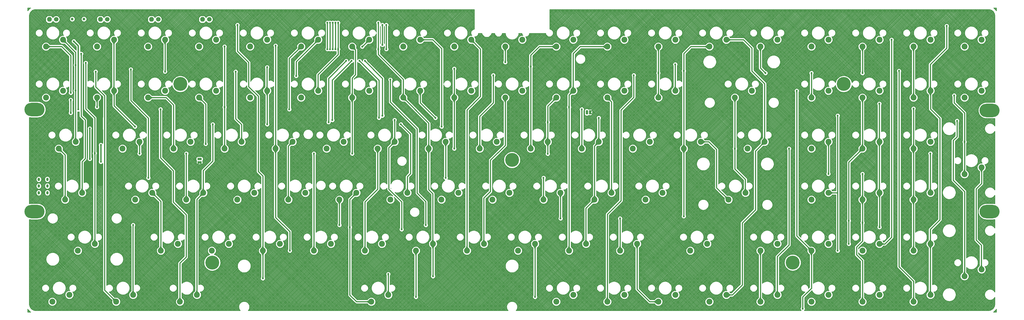
<source format=gtl>
G04 Layer_Physical_Order=1*
G04 Layer_Color=255*
%FSLAX25Y25*%
%MOIN*%
G70*
G01*
G75*
%ADD10C,0.01000*%
G04:AMPARAMS|DCode=11|XSize=31.5mil|YSize=62.99mil|CornerRadius=7.87mil|HoleSize=0mil|Usage=FLASHONLY|Rotation=0.000|XOffset=0mil|YOffset=0mil|HoleType=Round|Shape=RoundedRectangle|*
%AMROUNDEDRECTD11*
21,1,0.03150,0.04724,0,0,0.0*
21,1,0.01575,0.06299,0,0,0.0*
1,1,0.01575,0.00787,-0.02362*
1,1,0.01575,-0.00787,-0.02362*
1,1,0.01575,-0.00787,0.02362*
1,1,0.01575,0.00787,0.02362*
%
%ADD11ROUNDEDRECTD11*%
G04:AMPARAMS|DCode=12|XSize=31.5mil|YSize=62.99mil|CornerRadius=7.87mil|HoleSize=0mil|Usage=FLASHONLY|Rotation=90.000|XOffset=0mil|YOffset=0mil|HoleType=Round|Shape=RoundedRectangle|*
%AMROUNDEDRECTD12*
21,1,0.03150,0.04724,0,0,90.0*
21,1,0.01575,0.06299,0,0,90.0*
1,1,0.01575,0.02362,0.00787*
1,1,0.01575,0.02362,-0.00787*
1,1,0.01575,-0.02362,-0.00787*
1,1,0.01575,-0.02362,0.00787*
%
%ADD12ROUNDEDRECTD12*%
%ADD13C,0.01600*%
%ADD14C,0.02000*%
%ADD15C,0.01200*%
%ADD16R,0.03268X0.03268*%
%ADD17C,0.03268*%
%ADD18C,0.03937*%
%ADD19O,0.03543X0.04724*%
%ADD20R,0.03268X0.03268*%
%ADD21C,0.20472*%
%ADD22O,0.29528X0.19685*%
%ADD23C,0.08661*%
%ADD24P,0.07244X8X22.5*%
%ADD25C,0.06693*%
%ADD26C,0.03000*%
%ADD27C,0.02756*%
G36*
X1404389Y209089D02*
X1403675Y208263D01*
X1403385Y207869D01*
X1403139Y207486D01*
X1402938Y207116D01*
X1402782Y206758D01*
X1402671Y206413D01*
X1402604Y206080D01*
X1402581Y205759D01*
X1400981D01*
X1400959Y206080D01*
X1400892Y206413D01*
X1400781Y206758D01*
X1400624Y207116D01*
X1400424Y207486D01*
X1400178Y207869D01*
X1399888Y208263D01*
X1399553Y208670D01*
X1398750Y209520D01*
X1404813D01*
X1404389Y209089D01*
D02*
G37*
G36*
X1377604Y209147D02*
X1377671Y208813D01*
X1377782Y208468D01*
X1377938Y208110D01*
X1378139Y207740D01*
X1378385Y207358D01*
X1378675Y206963D01*
X1379010Y206556D01*
X1379813Y205706D01*
X1373750D01*
X1374174Y206137D01*
X1374888Y206963D01*
X1375178Y207358D01*
X1375424Y207740D01*
X1375624Y208110D01*
X1375781Y208468D01*
X1375892Y208813D01*
X1375959Y209147D01*
X1375981Y209468D01*
X1377581D01*
X1377604Y209147D01*
D02*
G37*
G36*
X234039Y231774D02*
X233997Y231707D01*
X233959Y231627D01*
X233927Y231536D01*
X233899Y231432D01*
X233877Y231316D01*
X233859Y231188D01*
X233839Y230896D01*
X233837Y230731D01*
X232237D01*
X232234Y230896D01*
X232214Y231188D01*
X232197Y231316D01*
X232174Y231432D01*
X232147Y231536D01*
X232114Y231627D01*
X232077Y231707D01*
X232034Y231774D01*
X231987Y231829D01*
X234087D01*
X234039Y231774D01*
D02*
G37*
G36*
X108550Y221871D02*
X106450D01*
X106459Y221889D01*
X106468Y221925D01*
X106475Y221977D01*
X106488Y222132D01*
X106500Y222647D01*
X106500Y222818D01*
X108500D01*
X108550Y221871D01*
D02*
G37*
G36*
X615084Y199204D02*
X615104Y198912D01*
X615121Y198784D01*
X615144Y198668D01*
X615171Y198565D01*
X615204Y198473D01*
X615241Y198393D01*
X615284Y198326D01*
X615331Y198271D01*
X613231D01*
X613279Y198326D01*
X613321Y198393D01*
X613359Y198473D01*
X613391Y198565D01*
X613419Y198668D01*
X613441Y198784D01*
X613459Y198912D01*
X613479Y199204D01*
X613481Y199369D01*
X615081D01*
X615084Y199204D01*
D02*
G37*
G36*
X178103D02*
X178122Y198912D01*
X178140Y198784D01*
X178163Y198668D01*
X178190Y198565D01*
X178223Y198473D01*
X178260Y198393D01*
X178303Y198326D01*
X178350Y198271D01*
X176250D01*
X176297Y198326D01*
X176340Y198393D01*
X176377Y198473D01*
X176410Y198565D01*
X176437Y198668D01*
X176460Y198784D01*
X176478Y198912D01*
X176497Y199204D01*
X176500Y199369D01*
X178100D01*
X178103Y199204D01*
D02*
G37*
G36*
X1177584Y205104D02*
X1177604Y204812D01*
X1177622Y204684D01*
X1177644Y204568D01*
X1177672Y204465D01*
X1177704Y204373D01*
X1177742Y204293D01*
X1177784Y204226D01*
X1177832Y204171D01*
X1175732D01*
X1175779Y204226D01*
X1175822Y204293D01*
X1175859Y204373D01*
X1175892Y204465D01*
X1175919Y204568D01*
X1175942Y204684D01*
X1175959Y204812D01*
X1175979Y205104D01*
X1175982Y205269D01*
X1177582D01*
X1177584Y205104D01*
D02*
G37*
G36*
X1227784Y201974D02*
X1227742Y201906D01*
X1227704Y201827D01*
X1227672Y201735D01*
X1227644Y201632D01*
X1227622Y201516D01*
X1227604Y201388D01*
X1227584Y201096D01*
X1227582Y200931D01*
X1225982D01*
X1225979Y201096D01*
X1225959Y201388D01*
X1225942Y201516D01*
X1225919Y201632D01*
X1225892Y201735D01*
X1225859Y201827D01*
X1225822Y201906D01*
X1225779Y201974D01*
X1225732Y202029D01*
X1227832D01*
X1227784Y201974D01*
D02*
G37*
G36*
X421539Y231774D02*
X421497Y231707D01*
X421459Y231627D01*
X421427Y231536D01*
X421399Y231432D01*
X421377Y231316D01*
X421359Y231188D01*
X421339Y230896D01*
X421337Y230731D01*
X419737D01*
X419734Y230896D01*
X419714Y231188D01*
X419697Y231316D01*
X419674Y231432D01*
X419647Y231536D01*
X419614Y231627D01*
X419577Y231707D01*
X419534Y231774D01*
X419487Y231829D01*
X421587D01*
X421539Y231774D01*
D02*
G37*
G36*
X966889Y236703D02*
X966175Y235877D01*
X965885Y235482D01*
X965639Y235100D01*
X965439Y234730D01*
X965282Y234372D01*
X965171Y234026D01*
X965104Y233693D01*
X965082Y233372D01*
X963482D01*
X963459Y233693D01*
X963392Y234026D01*
X963281Y234372D01*
X963124Y234730D01*
X962924Y235100D01*
X962678Y235482D01*
X962388Y235877D01*
X962053Y236283D01*
X961250Y237134D01*
X967313D01*
X966889Y236703D01*
D02*
G37*
G36*
X591889D02*
X591175Y235877D01*
X590884Y235482D01*
X590639Y235100D01*
X590438Y234730D01*
X590282Y234372D01*
X590170Y234026D01*
X590103Y233693D01*
X590081Y233372D01*
X588481D01*
X588459Y233693D01*
X588392Y234026D01*
X588280Y234372D01*
X588124Y234730D01*
X587923Y235100D01*
X587678Y235482D01*
X587388Y235877D01*
X587053Y236283D01*
X586250Y237134D01*
X592313D01*
X591889Y236703D01*
D02*
G37*
G36*
X765084Y234586D02*
X765104Y234293D01*
X765121Y234165D01*
X765144Y234050D01*
X765171Y233946D01*
X765204Y233854D01*
X765241Y233775D01*
X765284Y233708D01*
X765331Y233653D01*
X763231D01*
X763279Y233708D01*
X763321Y233775D01*
X763359Y233854D01*
X763391Y233946D01*
X763419Y234050D01*
X763441Y234165D01*
X763459Y234293D01*
X763479Y234586D01*
X763481Y234750D01*
X765081D01*
X765084Y234586D01*
D02*
G37*
G36*
X1304389Y236708D02*
X1303675Y235882D01*
X1303385Y235488D01*
X1303139Y235105D01*
X1302939Y234735D01*
X1302782Y234378D01*
X1302671Y234032D01*
X1302604Y233699D01*
X1302582Y233378D01*
X1300982D01*
X1300959Y233699D01*
X1300892Y234032D01*
X1300781Y234378D01*
X1300624Y234735D01*
X1300424Y235105D01*
X1300178Y235488D01*
X1299888Y235882D01*
X1299553Y236289D01*
X1298750Y237139D01*
X1304813D01*
X1304389Y236708D01*
D02*
G37*
G36*
X99310Y235589D02*
X99312Y235425D01*
X99332Y235132D01*
X99349Y235004D01*
X99371Y234888D01*
X99399Y234785D01*
X99431Y234693D01*
X99468Y234613D01*
X99510Y234546D01*
X99557Y234491D01*
X98514Y233427D01*
X99557Y232362D01*
X99510Y232307D01*
X99468Y232240D01*
X99431Y232160D01*
X99399Y232069D01*
X99371Y231965D01*
X99349Y231849D01*
X99332Y231721D01*
X99312Y231429D01*
X99310Y231264D01*
X97710Y231252D01*
X97707Y231416D01*
X97687Y231708D01*
X97669Y231836D01*
X97646Y231952D01*
X97619Y232056D01*
X97586Y232147D01*
X97548Y232226D01*
X97505Y232294D01*
X97457Y232349D01*
X98514Y233427D01*
X97457Y234505D01*
X97505Y234560D01*
X97548Y234627D01*
X97586Y234706D01*
X97619Y234798D01*
X97646Y234901D01*
X97669Y235017D01*
X97687Y235145D01*
X97707Y235437D01*
X97710Y235602D01*
X99310Y235589D01*
D02*
G37*
G36*
X1327641Y231924D02*
X1327598Y231856D01*
X1327561Y231777D01*
X1327528Y231685D01*
X1327501Y231582D01*
X1327478Y231466D01*
X1327461Y231338D01*
X1327441Y231046D01*
X1327438Y230881D01*
X1325838D01*
X1325836Y231046D01*
X1325816Y231338D01*
X1325798Y231466D01*
X1325776Y231582D01*
X1325748Y231685D01*
X1325716Y231777D01*
X1325678Y231856D01*
X1325636Y231924D01*
X1325588Y231979D01*
X1327688D01*
X1327641Y231924D01*
D02*
G37*
G36*
X516889Y236703D02*
X516175Y235877D01*
X515884Y235482D01*
X515639Y235100D01*
X515438Y234730D01*
X515282Y234372D01*
X515170Y234026D01*
X515103Y233693D01*
X515081Y233372D01*
X513481D01*
X513459Y233693D01*
X513392Y234026D01*
X513280Y234372D01*
X513124Y234730D01*
X512923Y235100D01*
X512678Y235482D01*
X512388Y235877D01*
X512053Y236283D01*
X511250Y237134D01*
X517313D01*
X516889Y236703D01*
D02*
G37*
G36*
X366888D02*
X366174Y235877D01*
X365884Y235482D01*
X365639Y235100D01*
X365438Y234730D01*
X365282Y234372D01*
X365170Y234026D01*
X365103Y233693D01*
X365081Y233372D01*
X363481D01*
X363459Y233693D01*
X363392Y234026D01*
X363280Y234372D01*
X363124Y234730D01*
X362923Y235100D01*
X362678Y235482D01*
X362388Y235877D01*
X362053Y236283D01*
X361249Y237134D01*
X367313D01*
X366888Y236703D01*
D02*
G37*
G36*
X759040Y196074D02*
X758997Y196007D01*
X758960Y195927D01*
X758927Y195835D01*
X758900Y195732D01*
X758877Y195616D01*
X758860Y195488D01*
X758840Y195196D01*
X758837Y195031D01*
X757237D01*
X757235Y195196D01*
X757215Y195488D01*
X757197Y195616D01*
X757175Y195732D01*
X757147Y195835D01*
X757115Y195927D01*
X757077Y196007D01*
X757035Y196074D01*
X756987Y196129D01*
X759087D01*
X759040Y196074D01*
D02*
G37*
G36*
X257993Y170902D02*
X257388Y170897D01*
X256299Y170818D01*
X255815Y170744D01*
X255371Y170647D01*
X254968Y170527D01*
X254604Y170385D01*
X254281Y170219D01*
X253998Y170031D01*
X253755Y169820D01*
X252624Y170951D01*
X252835Y171194D01*
X253024Y171477D01*
X253189Y171800D01*
X253331Y172164D01*
X253451Y172567D01*
X253548Y173011D01*
X253622Y173495D01*
X253673Y174020D01*
X253706Y175189D01*
X257993Y170902D01*
D02*
G37*
G36*
X187372Y174584D02*
X187451Y173495D01*
X187525Y173011D01*
X187622Y172567D01*
X187742Y172164D01*
X187884Y171800D01*
X188049Y171477D01*
X188238Y171194D01*
X188449Y170951D01*
X187318Y169820D01*
X187075Y170031D01*
X186792Y170219D01*
X186469Y170385D01*
X186105Y170527D01*
X185702Y170647D01*
X185258Y170744D01*
X184774Y170818D01*
X184249Y170869D01*
X183080Y170902D01*
X187367Y175189D01*
X187372Y174584D01*
D02*
G37*
G36*
X1180306Y177840D02*
X1181132Y177126D01*
X1181526Y176836D01*
X1181909Y176590D01*
X1182279Y176389D01*
X1182637Y176233D01*
X1182982Y176121D01*
X1183315Y176055D01*
X1183636Y176032D01*
Y174432D01*
X1183315Y174410D01*
X1182982Y174343D01*
X1182637Y174231D01*
X1182279Y174075D01*
X1181909Y173874D01*
X1181526Y173629D01*
X1181132Y173339D01*
X1180725Y173004D01*
X1179875Y172201D01*
Y178264D01*
X1180306Y177840D01*
D02*
G37*
G36*
X482994Y170902D02*
X482389Y170897D01*
X481300Y170818D01*
X480816Y170744D01*
X480372Y170647D01*
X479968Y170527D01*
X479605Y170385D01*
X479281Y170219D01*
X478998Y170031D01*
X478756Y169820D01*
X477624Y170951D01*
X477836Y171194D01*
X478024Y171477D01*
X478189Y171800D01*
X478332Y172164D01*
X478451Y172567D01*
X478548Y173011D01*
X478622Y173495D01*
X478673Y174020D01*
X478706Y175189D01*
X482994Y170902D01*
D02*
G37*
G36*
X833860Y171766D02*
X833927Y171433D01*
X834038Y171087D01*
X834194Y170729D01*
X834395Y170359D01*
X834641Y169977D01*
X834931Y169582D01*
X835266Y169176D01*
X836069Y168325D01*
X830006D01*
X830430Y168756D01*
X831144Y169582D01*
X831434Y169977D01*
X831679Y170359D01*
X831880Y170729D01*
X832036Y171087D01*
X832148Y171433D01*
X832215Y171766D01*
X832237Y172087D01*
X833837D01*
X833860Y171766D01*
D02*
G37*
G36*
X758859D02*
X758926Y171433D01*
X759038Y171087D01*
X759194Y170729D01*
X759395Y170359D01*
X759641Y169977D01*
X759931Y169582D01*
X760265Y169176D01*
X761069Y168325D01*
X755006D01*
X755430Y168756D01*
X756144Y169582D01*
X756434Y169977D01*
X756679Y170359D01*
X756880Y170729D01*
X757036Y171087D01*
X757148Y171433D01*
X757215Y171766D01*
X757237Y172087D01*
X758837D01*
X758859Y171766D01*
D02*
G37*
G36*
X785645Y171708D02*
X784931Y170882D01*
X784641Y170488D01*
X784395Y170106D01*
X784194Y169735D01*
X784038Y169378D01*
X783926Y169032D01*
X783859Y168699D01*
X783837Y168378D01*
X782237D01*
X782215Y168699D01*
X782148Y169032D01*
X782036Y169378D01*
X781880Y169735D01*
X781679Y170106D01*
X781434Y170488D01*
X781144Y170882D01*
X780809Y171289D01*
X780006Y172140D01*
X786069D01*
X785645Y171708D01*
D02*
G37*
G36*
X1254389Y171708D02*
X1253675Y170882D01*
X1253385Y170488D01*
X1253139Y170105D01*
X1252939Y169735D01*
X1252783Y169378D01*
X1252671Y169032D01*
X1252604Y168699D01*
X1252582Y168378D01*
X1250982D01*
X1250959Y168699D01*
X1250892Y169032D01*
X1250781Y169378D01*
X1250625Y169735D01*
X1250424Y170105D01*
X1250178Y170488D01*
X1249888Y170882D01*
X1249553Y171289D01*
X1248750Y172140D01*
X1254813D01*
X1254389Y171708D01*
D02*
G37*
G36*
X1252461Y181786D02*
X1252529Y181450D01*
X1252643Y181105D01*
X1252802Y180751D01*
X1253006Y180387D01*
X1253256Y180014D01*
X1253551Y179630D01*
X1253892Y179238D01*
X1254709Y178424D01*
X1248650Y178223D01*
X1249065Y178674D01*
X1249766Y179531D01*
X1250050Y179937D01*
X1250291Y180328D01*
X1250488Y180704D01*
X1250641Y181065D01*
X1250751Y181411D01*
X1250817Y181741D01*
X1250838Y182057D01*
X1252438Y182111D01*
X1252461Y181786D01*
D02*
G37*
G36*
X1055585Y181786D02*
X1055653Y181450D01*
X1055767Y181106D01*
X1055926Y180751D01*
X1056130Y180387D01*
X1056380Y180014D01*
X1056675Y179630D01*
X1057016Y179238D01*
X1057833Y178424D01*
X1051773Y178223D01*
X1052189Y178674D01*
X1052890Y179531D01*
X1053174Y179937D01*
X1053415Y180328D01*
X1053612Y180704D01*
X1053765Y181065D01*
X1053875Y181411D01*
X1053940Y181742D01*
X1053962Y182057D01*
X1055562Y182111D01*
X1055585Y181786D01*
D02*
G37*
G36*
X858717D02*
X858785Y181450D01*
X858898Y181106D01*
X859057Y180751D01*
X859262Y180387D01*
X859511Y180014D01*
X859807Y179630D01*
X860147Y179238D01*
X860965Y178424D01*
X854905Y178223D01*
X855321Y178674D01*
X856021Y179531D01*
X856306Y179937D01*
X856547Y180328D01*
X856744Y180704D01*
X856897Y181065D01*
X857006Y181411D01*
X857072Y181742D01*
X857094Y182057D01*
X858694Y182111D01*
X858717Y181786D01*
D02*
G37*
G36*
X82853Y298500D02*
X83039Y297564D01*
X83570Y296770D01*
X96063Y284277D01*
Y235343D01*
X95792Y234990D01*
X95480Y234236D01*
X95373Y233427D01*
X95480Y232617D01*
X95792Y231863D01*
X96063Y231511D01*
Y185232D01*
X90099D01*
X90099Y185232D01*
X89922Y186575D01*
X89404Y187826D01*
X88579Y188901D01*
X87505Y189725D01*
X86254Y190243D01*
X84911Y190420D01*
X83568Y190243D01*
X82715Y189890D01*
X82215Y190224D01*
Y219954D01*
X86182Y223921D01*
X86712Y224715D01*
X86898Y225651D01*
Y282149D01*
X86712Y283085D01*
X86182Y283879D01*
X80947Y289114D01*
Y335232D01*
X82853D01*
Y298500D01*
D02*
G37*
G36*
X76053Y294041D02*
Y288100D01*
X76239Y287164D01*
X76770Y286370D01*
X82004Y281135D01*
Y226665D01*
X78038Y222698D01*
X77507Y221904D01*
X77321Y220968D01*
Y185232D01*
X75536D01*
Y247000D01*
X76042Y247946D01*
X76381Y249064D01*
X76496Y250227D01*
X76381Y251389D01*
X76042Y252507D01*
X75536Y253453D01*
Y254561D01*
X75536Y255039D01*
X76879Y255216D01*
X78130Y255734D01*
X79204Y256558D01*
X80029Y257633D01*
X80547Y258884D01*
X80724Y260227D01*
X80547Y261569D01*
X80029Y262821D01*
X79204Y263895D01*
X78130Y264719D01*
X76879Y265238D01*
X75536Y265414D01*
X75536Y265414D01*
Y294332D01*
X75553Y294341D01*
X76053Y294041D01*
D02*
G37*
G36*
X80590Y181786D02*
X80659Y181450D01*
X80772Y181106D01*
X80931Y180751D01*
X81135Y180387D01*
X81385Y180014D01*
X81680Y179630D01*
X82021Y179238D01*
X82838Y178424D01*
X76779Y178223D01*
X77195Y178674D01*
X77895Y179531D01*
X78180Y179937D01*
X78421Y180328D01*
X78618Y180704D01*
X78771Y181065D01*
X78880Y181411D01*
X78946Y181742D01*
X78968Y182057D01*
X80568Y182111D01*
X80590Y181786D01*
D02*
G37*
G36*
X1327461Y181786D02*
X1327529Y181450D01*
X1327643Y181105D01*
X1327802Y180751D01*
X1328006Y180387D01*
X1328256Y180014D01*
X1328551Y179630D01*
X1328891Y179238D01*
X1329709Y178424D01*
X1323649Y178223D01*
X1324065Y178674D01*
X1324766Y179531D01*
X1325050Y179937D01*
X1325291Y180328D01*
X1325488Y180704D01*
X1325641Y181065D01*
X1325751Y181411D01*
X1325816Y181741D01*
X1325838Y182057D01*
X1327438Y182111D01*
X1327461Y181786D01*
D02*
G37*
G36*
X558716Y181786D02*
X558784Y181450D01*
X558898Y181106D01*
X559057Y180751D01*
X559261Y180387D01*
X559511Y180014D01*
X559806Y179630D01*
X560147Y179238D01*
X560964Y178424D01*
X554905Y178223D01*
X555321Y178674D01*
X556021Y179531D01*
X556306Y179937D01*
X556546Y180328D01*
X556743Y180704D01*
X556897Y181065D01*
X557006Y181411D01*
X557072Y181742D01*
X557094Y182057D01*
X558694Y182111D01*
X558716Y181786D01*
D02*
G37*
G36*
X258716D02*
X258784Y181450D01*
X258898Y181106D01*
X259057Y180751D01*
X259261Y180387D01*
X259511Y180014D01*
X259806Y179630D01*
X260147Y179238D01*
X260964Y178424D01*
X254904Y178223D01*
X255320Y178674D01*
X256021Y179531D01*
X256305Y179937D01*
X256546Y180328D01*
X256743Y180704D01*
X256896Y181065D01*
X257006Y181411D01*
X257071Y181742D01*
X257093Y182057D01*
X258693Y182111D01*
X258716Y181786D01*
D02*
G37*
G36*
X108540Y244511D02*
X108532Y244475D01*
X108525Y244423D01*
X108512Y244268D01*
X108501Y243753D01*
X108500Y243582D01*
X106500D01*
X106450Y244529D01*
X108550D01*
X108540Y244511D01*
D02*
G37*
G36*
X1179389Y246708D02*
X1178675Y245882D01*
X1178385Y245488D01*
X1178140Y245105D01*
X1177939Y244735D01*
X1177783Y244377D01*
X1177671Y244032D01*
X1177604Y243699D01*
X1177582Y243378D01*
X1175982D01*
X1175959Y243699D01*
X1175893Y244032D01*
X1175781Y244377D01*
X1175625Y244735D01*
X1175424Y245105D01*
X1175178Y245488D01*
X1174888Y245882D01*
X1174554Y246289D01*
X1173750Y247139D01*
X1179813D01*
X1179389Y246708D01*
D02*
G37*
G36*
X539238Y245896D02*
X538633Y245891D01*
X537544Y245812D01*
X537060Y245738D01*
X536616Y245641D01*
X536212Y245522D01*
X535849Y245379D01*
X535526Y245214D01*
X535243Y245025D01*
X535000Y244814D01*
X533869Y245945D01*
X534080Y246188D01*
X534268Y246471D01*
X534434Y246794D01*
X534576Y247158D01*
X534696Y247562D01*
X534793Y248006D01*
X534866Y248490D01*
X534917Y249014D01*
X534951Y250183D01*
X539238Y245896D01*
D02*
G37*
G36*
X389238D02*
X388633Y245891D01*
X387544Y245812D01*
X387060Y245738D01*
X386616Y245641D01*
X386212Y245522D01*
X385849Y245379D01*
X385525Y245214D01*
X385243Y245025D01*
X385000Y244814D01*
X383868Y245945D01*
X384080Y246188D01*
X384268Y246471D01*
X384433Y246794D01*
X384576Y247158D01*
X384696Y247562D01*
X384792Y248006D01*
X384866Y248490D01*
X384917Y249014D01*
X384950Y250183D01*
X389238Y245896D01*
D02*
G37*
G36*
X166888Y246703D02*
X166174Y245877D01*
X165884Y245482D01*
X165639Y245100D01*
X165438Y244730D01*
X165282Y244372D01*
X165170Y244026D01*
X165103Y243693D01*
X165081Y243372D01*
X163481D01*
X163459Y243693D01*
X163391Y244026D01*
X163280Y244372D01*
X163124Y244730D01*
X162923Y245100D01*
X162677Y245482D01*
X162387Y245877D01*
X162053Y246284D01*
X161249Y247134D01*
X167312D01*
X166888Y246703D01*
D02*
G37*
G36*
X1254709Y247041D02*
X1254278Y246629D01*
X1253551Y245834D01*
X1253256Y245451D01*
X1253006Y245077D01*
X1252802Y244713D01*
X1252643Y244359D01*
X1252529Y244014D01*
X1252461Y243679D01*
X1252438Y243353D01*
X1250838Y243407D01*
X1250817Y243723D01*
X1250751Y244054D01*
X1250641Y244400D01*
X1250488Y244761D01*
X1250291Y245137D01*
X1250050Y245528D01*
X1249766Y245934D01*
X1249065Y246791D01*
X1248650Y247241D01*
X1254709Y247041D01*
D02*
G37*
G36*
X766889Y246703D02*
X766175Y245877D01*
X765885Y245482D01*
X765639Y245100D01*
X765438Y244730D01*
X765282Y244372D01*
X765171Y244026D01*
X765104Y243693D01*
X765081Y243372D01*
X763481D01*
X763459Y243693D01*
X763392Y244026D01*
X763280Y244372D01*
X763124Y244730D01*
X762923Y245100D01*
X762678Y245482D01*
X762388Y245877D01*
X762053Y246284D01*
X761250Y247134D01*
X767313D01*
X766889Y246703D01*
D02*
G37*
G36*
X616889D02*
X616175Y245877D01*
X615884Y245482D01*
X615639Y245100D01*
X615438Y244730D01*
X615282Y244372D01*
X615170Y244026D01*
X615103Y243693D01*
X615081Y243372D01*
X613481D01*
X613459Y243693D01*
X613392Y244026D01*
X613280Y244372D01*
X613124Y244730D01*
X612923Y245100D01*
X612678Y245482D01*
X612388Y245877D01*
X612053Y246284D01*
X611250Y247134D01*
X617313D01*
X616889Y246703D01*
D02*
G37*
G36*
X839238Y245896D02*
X838633Y245891D01*
X837544Y245812D01*
X837060Y245738D01*
X836616Y245641D01*
X836213Y245522D01*
X835849Y245379D01*
X835526Y245214D01*
X835243Y245025D01*
X835000Y244814D01*
X833869Y245945D01*
X834080Y246188D01*
X834268Y246471D01*
X834434Y246794D01*
X834576Y247158D01*
X834696Y247562D01*
X834793Y248006D01*
X834867Y248490D01*
X834918Y249014D01*
X834951Y250183D01*
X839238Y245896D01*
D02*
G37*
G36*
X71215Y256780D02*
X71284Y256445D01*
X71397Y256100D01*
X71556Y255745D01*
X71760Y255381D01*
X72010Y255008D01*
X72306Y254625D01*
X72646Y254232D01*
X73464Y253418D01*
X67404Y253217D01*
X67820Y253668D01*
X68520Y254525D01*
X68805Y254931D01*
X69046Y255322D01*
X69243Y255698D01*
X69396Y256059D01*
X69505Y256405D01*
X69571Y256736D01*
X69593Y257052D01*
X71193Y257106D01*
X71215Y256780D01*
D02*
G37*
G36*
X1377584Y252237D02*
X1377604Y251944D01*
X1377621Y251816D01*
X1377644Y251700D01*
X1377671Y251597D01*
X1377704Y251505D01*
X1377741Y251426D01*
X1377784Y251359D01*
X1377831Y251303D01*
X1375731D01*
X1375779Y251359D01*
X1375821Y251426D01*
X1375859Y251505D01*
X1375891Y251597D01*
X1375919Y251700D01*
X1375941Y251816D01*
X1375959Y251944D01*
X1375979Y252237D01*
X1375981Y252401D01*
X1377581D01*
X1377584Y252237D01*
D02*
G37*
G36*
X539960Y256780D02*
X540029Y256445D01*
X540142Y256100D01*
X540301Y255745D01*
X540506Y255381D01*
X540755Y255008D01*
X541050Y254625D01*
X541391Y254232D01*
X542209Y253418D01*
X536149Y253217D01*
X536565Y253668D01*
X537265Y254525D01*
X537550Y254931D01*
X537791Y255322D01*
X537988Y255698D01*
X538141Y256059D01*
X538250Y256405D01*
X538316Y256736D01*
X538338Y257052D01*
X539938Y257106D01*
X539960Y256780D01*
D02*
G37*
G36*
X314960D02*
X315028Y256445D01*
X315142Y256100D01*
X315301Y255745D01*
X315505Y255381D01*
X315755Y255008D01*
X316050Y254625D01*
X316391Y254232D01*
X317208Y253418D01*
X311149Y253217D01*
X311565Y253668D01*
X312265Y254525D01*
X312550Y254931D01*
X312790Y255322D01*
X312987Y255698D01*
X313141Y256059D01*
X313250Y256405D01*
X313316Y256736D01*
X313338Y257052D01*
X314938Y257106D01*
X314960Y256780D01*
D02*
G37*
G36*
X992806Y252834D02*
X993631Y252120D01*
X994026Y251830D01*
X994408Y251585D01*
X994779Y251384D01*
X995136Y251227D01*
X995482Y251116D01*
X995815Y251049D01*
X996136Y251027D01*
Y249427D01*
X995815Y249404D01*
X995482Y249337D01*
X995136Y249226D01*
X994779Y249070D01*
X994408Y248869D01*
X994026Y248623D01*
X993631Y248333D01*
X993225Y247998D01*
X992374Y247195D01*
Y253258D01*
X992806Y252834D01*
D02*
G37*
G36*
X1082990Y245896D02*
X1082385Y245891D01*
X1081296Y245812D01*
X1080812Y245738D01*
X1080368Y245641D01*
X1079965Y245522D01*
X1079601Y245379D01*
X1079278Y245214D01*
X1078995Y245025D01*
X1078752Y244814D01*
X1077621Y245945D01*
X1077832Y246188D01*
X1078020Y246471D01*
X1078186Y246794D01*
X1078328Y247158D01*
X1078448Y247562D01*
X1078545Y248006D01*
X1078619Y248490D01*
X1078670Y249014D01*
X1078703Y250183D01*
X1082990Y245896D01*
D02*
G37*
G36*
X262302Y249131D02*
X262322Y248839D01*
X262340Y248711D01*
X262363Y248595D01*
X262390Y248491D01*
X262422Y248400D01*
X262460Y248320D01*
X262503Y248253D01*
X262550Y248198D01*
X260450D01*
X260497Y248253D01*
X260540Y248320D01*
X260578Y248400D01*
X260610Y248491D01*
X260637Y248595D01*
X260660Y248711D01*
X260678Y248839D01*
X260698Y249131D01*
X260700Y249295D01*
X262300D01*
X262302Y249131D01*
D02*
G37*
G36*
X1377784Y249106D02*
X1377741Y249039D01*
X1377704Y248959D01*
X1377671Y248868D01*
X1377644Y248764D01*
X1377621Y248648D01*
X1377604Y248520D01*
X1377584Y248228D01*
X1377581Y248063D01*
X1375981D01*
X1375979Y248228D01*
X1375959Y248520D01*
X1375941Y248648D01*
X1375919Y248764D01*
X1375891Y248868D01*
X1375859Y248959D01*
X1375821Y249039D01*
X1375779Y249106D01*
X1375731Y249161D01*
X1377831D01*
X1377784Y249106D01*
D02*
G37*
G36*
X1302604Y246766D02*
X1302671Y246432D01*
X1302782Y246087D01*
X1302939Y245729D01*
X1303139Y245359D01*
X1303385Y244977D01*
X1303675Y244582D01*
X1304010Y244175D01*
X1304813Y243325D01*
X1298750D01*
X1299174Y243756D01*
X1299888Y244582D01*
X1300178Y244977D01*
X1300424Y245359D01*
X1300624Y245729D01*
X1300781Y246087D01*
X1300892Y246432D01*
X1300959Y246766D01*
X1300982Y247087D01*
X1302582D01*
X1302604Y246766D01*
D02*
G37*
G36*
X1119853Y239106D02*
X1119810Y239039D01*
X1119773Y238959D01*
X1119740Y238868D01*
X1119713Y238764D01*
X1119690Y238648D01*
X1119672Y238520D01*
X1119652Y238228D01*
X1119650Y238063D01*
X1118050D01*
X1118048Y238228D01*
X1118027Y238520D01*
X1118010Y238648D01*
X1117988Y238764D01*
X1117960Y238868D01*
X1117927Y238959D01*
X1117890Y239039D01*
X1117848Y239106D01*
X1117800Y239161D01*
X1119900D01*
X1119853Y239106D01*
D02*
G37*
G36*
X1040284Y239100D02*
X1040242Y239033D01*
X1040204Y238954D01*
X1040172Y238862D01*
X1040144Y238758D01*
X1040122Y238643D01*
X1040104Y238515D01*
X1040084Y238222D01*
X1040082Y238058D01*
X1038482D01*
X1038479Y238222D01*
X1038459Y238515D01*
X1038442Y238643D01*
X1038419Y238758D01*
X1038392Y238862D01*
X1038359Y238954D01*
X1038322Y239033D01*
X1038279Y239100D01*
X1038232Y239155D01*
X1040332D01*
X1040284Y239100D01*
D02*
G37*
G36*
X627586Y242248D02*
X627606Y241955D01*
X627623Y241827D01*
X627646Y241711D01*
X627673Y241608D01*
X627706Y241516D01*
X627743Y241437D01*
X627786Y241370D01*
X627833Y241314D01*
X625733D01*
X625781Y241370D01*
X625823Y241437D01*
X625861Y241516D01*
X625893Y241608D01*
X625921Y241711D01*
X625943Y241827D01*
X625961Y241955D01*
X625981Y242248D01*
X625983Y242412D01*
X627583D01*
X627586Y242248D01*
D02*
G37*
G36*
X1040084Y242231D02*
X1040104Y241939D01*
X1040122Y241811D01*
X1040144Y241695D01*
X1040172Y241591D01*
X1040204Y241500D01*
X1040242Y241420D01*
X1040284Y241353D01*
X1040332Y241298D01*
X1038232D01*
X1038279Y241353D01*
X1038322Y241420D01*
X1038359Y241500D01*
X1038392Y241591D01*
X1038419Y241695D01*
X1038442Y241811D01*
X1038459Y241939D01*
X1038479Y242231D01*
X1038482Y242395D01*
X1040082D01*
X1040084Y242231D01*
D02*
G37*
G36*
X477586Y234904D02*
X477606Y234612D01*
X477623Y234484D01*
X477646Y234368D01*
X477673Y234264D01*
X477706Y234173D01*
X477743Y234093D01*
X477786Y234026D01*
X477833Y233971D01*
X475733D01*
X475781Y234026D01*
X475823Y234093D01*
X475861Y234173D01*
X475893Y234264D01*
X475921Y234368D01*
X475943Y234484D01*
X475961Y234612D01*
X475981Y234904D01*
X475983Y235069D01*
X477583D01*
X477586Y234904D01*
D02*
G37*
G36*
X165083D02*
X165103Y234612D01*
X165121Y234484D01*
X165143Y234368D01*
X165171Y234264D01*
X165203Y234173D01*
X165241Y234093D01*
X165283Y234026D01*
X165331Y233971D01*
X163231D01*
X163278Y234026D01*
X163321Y234093D01*
X163358Y234173D01*
X163391Y234264D01*
X163418Y234368D01*
X163441Y234484D01*
X163458Y234612D01*
X163478Y234904D01*
X163481Y235069D01*
X165081D01*
X165083Y234904D01*
D02*
G37*
G36*
X1226738Y235902D02*
X1226134Y235896D01*
X1225045Y235817D01*
X1224561Y235744D01*
X1224117Y235647D01*
X1223713Y235527D01*
X1223349Y235385D01*
X1223026Y235219D01*
X1222743Y235031D01*
X1222500Y234820D01*
X1221369Y235951D01*
X1221580Y236194D01*
X1221769Y236477D01*
X1221934Y236800D01*
X1222077Y237163D01*
X1222196Y237567D01*
X1222293Y238011D01*
X1222367Y238495D01*
X1222418Y239019D01*
X1222451Y240189D01*
X1226738Y235902D01*
D02*
G37*
G36*
X49872Y239579D02*
X49951Y238490D01*
X50025Y238005D01*
X50122Y237562D01*
X50241Y237158D01*
X50384Y236794D01*
X50549Y236471D01*
X50738Y236188D01*
X50949Y235945D01*
X49817Y234814D01*
X49575Y235025D01*
X49292Y235214D01*
X48968Y235379D01*
X48605Y235522D01*
X48201Y235641D01*
X47757Y235738D01*
X47273Y235812D01*
X46749Y235863D01*
X45579Y235896D01*
X49867Y240183D01*
X49872Y239579D01*
D02*
G37*
G36*
X215103Y246760D02*
X215170Y246427D01*
X215282Y246081D01*
X215438Y245724D01*
X215639Y245354D01*
X215884Y244971D01*
X216174Y244577D01*
X216509Y244170D01*
X217312Y243319D01*
X211249D01*
X211673Y243751D01*
X212387Y244577D01*
X212678Y244971D01*
X212923Y245354D01*
X213124Y245724D01*
X213280Y246081D01*
X213392Y246427D01*
X213458Y246760D01*
X213481Y247081D01*
X215081D01*
X215103Y246760D01*
D02*
G37*
G36*
X815104D02*
X815171Y246427D01*
X815282Y246081D01*
X815438Y245724D01*
X815639Y245354D01*
X815885Y244971D01*
X816175Y244577D01*
X816510Y244170D01*
X817313Y243319D01*
X811250D01*
X811674Y243751D01*
X812388Y244577D01*
X812678Y244971D01*
X812924Y245354D01*
X813124Y245724D01*
X813281Y246081D01*
X813392Y246427D01*
X813459Y246760D01*
X813481Y247081D01*
X815081D01*
X815104Y246760D01*
D02*
G37*
G36*
X740104D02*
X740171Y246427D01*
X740282Y246081D01*
X740438Y245724D01*
X740639Y245354D01*
X740885Y244971D01*
X741175Y244577D01*
X741509Y244170D01*
X742313Y243319D01*
X736250D01*
X736674Y243751D01*
X737388Y244577D01*
X737678Y244971D01*
X737923Y245354D01*
X738124Y245724D01*
X738280Y246081D01*
X738392Y246427D01*
X738459Y246760D01*
X738481Y247081D01*
X740081D01*
X740104Y246760D01*
D02*
G37*
G36*
X1227604Y246766D02*
X1227671Y246432D01*
X1227783Y246087D01*
X1227939Y245729D01*
X1228139Y245359D01*
X1228385Y244977D01*
X1228675Y244582D01*
X1229010Y244175D01*
X1229813Y243325D01*
X1223750D01*
X1224174Y243756D01*
X1224888Y244582D01*
X1225178Y244977D01*
X1225424Y245359D01*
X1225625Y245729D01*
X1225781Y246087D01*
X1225892Y246432D01*
X1225959Y246766D01*
X1225982Y247087D01*
X1227582D01*
X1227604Y246766D01*
D02*
G37*
G36*
X965104Y246760D02*
X965171Y246427D01*
X965282Y246081D01*
X965439Y245724D01*
X965639Y245354D01*
X965885Y244971D01*
X966175Y244577D01*
X966510Y244170D01*
X967313Y243319D01*
X961250D01*
X961674Y243751D01*
X962388Y244577D01*
X962678Y244971D01*
X962924Y245354D01*
X963124Y245724D01*
X963281Y246081D01*
X963392Y246427D01*
X963459Y246760D01*
X963482Y247081D01*
X965082D01*
X965104Y246760D01*
D02*
G37*
G36*
X365103D02*
X365170Y246427D01*
X365282Y246081D01*
X365438Y245724D01*
X365639Y245354D01*
X365884Y244971D01*
X366174Y244577D01*
X366509Y244170D01*
X367313Y243319D01*
X361249D01*
X361673Y243751D01*
X362388Y244577D01*
X362678Y244971D01*
X362923Y245354D01*
X363124Y245724D01*
X363280Y246081D01*
X363392Y246427D01*
X363459Y246760D01*
X363481Y247081D01*
X365081D01*
X365103Y246760D01*
D02*
G37*
G36*
X290103D02*
X290170Y246427D01*
X290282Y246081D01*
X290438Y245724D01*
X290639Y245354D01*
X290884Y244971D01*
X291174Y244577D01*
X291509Y244170D01*
X292312Y243319D01*
X286249D01*
X286673Y243751D01*
X287387Y244577D01*
X287678Y244971D01*
X287923Y245354D01*
X288124Y245724D01*
X288280Y246081D01*
X288392Y246427D01*
X288459Y246760D01*
X288481Y247081D01*
X290081D01*
X290103Y246760D01*
D02*
G37*
G36*
X665104D02*
X665170Y246427D01*
X665282Y246081D01*
X665438Y245724D01*
X665639Y245354D01*
X665885Y244971D01*
X666175Y244577D01*
X666509Y244170D01*
X667313Y243319D01*
X661250D01*
X661674Y243751D01*
X662388Y244577D01*
X662678Y244971D01*
X662923Y245354D01*
X663124Y245724D01*
X663280Y246081D01*
X663392Y246427D01*
X663459Y246760D01*
X663481Y247081D01*
X665081D01*
X665104Y246760D01*
D02*
G37*
G36*
X590103D02*
X590170Y246427D01*
X590282Y246081D01*
X590438Y245724D01*
X590639Y245354D01*
X590884Y244971D01*
X591175Y244577D01*
X591509Y244170D01*
X592313Y243319D01*
X586250D01*
X586674Y243751D01*
X587388Y244577D01*
X587678Y244971D01*
X587923Y245354D01*
X588124Y245724D01*
X588280Y246081D01*
X588392Y246427D01*
X588459Y246760D01*
X588481Y247081D01*
X590081D01*
X590103Y246760D01*
D02*
G37*
G36*
X383859Y171766D02*
X383926Y171433D01*
X384038Y171087D01*
X384194Y170729D01*
X384395Y170359D01*
X384640Y169977D01*
X384930Y169582D01*
X385265Y169176D01*
X386068Y168325D01*
X380005D01*
X380429Y168756D01*
X381143Y169582D01*
X381433Y169977D01*
X381679Y170359D01*
X381880Y170729D01*
X382036Y171087D01*
X382148Y171433D01*
X382214Y171766D01*
X382237Y172087D01*
X383837D01*
X383859Y171766D01*
D02*
G37*
G36*
X573144Y86708D02*
X572430Y85882D01*
X572140Y85487D01*
X571895Y85105D01*
X571694Y84735D01*
X571538Y84377D01*
X571426Y84032D01*
X571359Y83698D01*
X571337Y83377D01*
X569737D01*
X569715Y83698D01*
X569648Y84032D01*
X569536Y84377D01*
X569380Y84735D01*
X569179Y85105D01*
X568934Y85487D01*
X568644Y85882D01*
X568309Y86289D01*
X567506Y87139D01*
X573568D01*
X573144Y86708D01*
D02*
G37*
G36*
X348144D02*
X347430Y85882D01*
X347140Y85487D01*
X346895Y85105D01*
X346694Y84735D01*
X346537Y84377D01*
X346426Y84032D01*
X346359Y83698D01*
X346337Y83377D01*
X344737D01*
X344714Y83698D01*
X344647Y84032D01*
X344536Y84377D01*
X344380Y84735D01*
X344179Y85105D01*
X343933Y85487D01*
X343643Y85882D01*
X343308Y86289D01*
X342505Y87139D01*
X348568D01*
X348144Y86708D01*
D02*
G37*
G36*
X1154389Y86708D02*
X1153675Y85882D01*
X1153385Y85488D01*
X1153140Y85105D01*
X1152939Y84735D01*
X1152783Y84377D01*
X1152671Y84032D01*
X1152604Y83699D01*
X1152582Y83378D01*
X1150982D01*
X1150959Y83699D01*
X1150893Y84032D01*
X1150781Y84377D01*
X1150625Y84735D01*
X1150424Y85105D01*
X1150178Y85488D01*
X1149888Y85882D01*
X1149554Y86289D01*
X1148750Y87139D01*
X1154813D01*
X1154389Y86708D01*
D02*
G37*
G36*
X1079389Y86708D02*
X1078675Y85882D01*
X1078385Y85487D01*
X1078139Y85105D01*
X1077939Y84735D01*
X1077782Y84377D01*
X1077671Y84032D01*
X1077604Y83698D01*
X1077582Y83377D01*
X1075982D01*
X1075959Y83698D01*
X1075892Y84032D01*
X1075781Y84377D01*
X1075624Y84735D01*
X1075424Y85105D01*
X1075178Y85487D01*
X1074888Y85882D01*
X1074553Y86289D01*
X1073750Y87139D01*
X1079813D01*
X1079389Y86708D01*
D02*
G37*
G36*
X596340Y54679D02*
X596361Y54387D01*
X596380Y54260D01*
X596404Y54144D01*
X596433Y54041D01*
X596468Y53950D01*
X596508Y53872D01*
X596554Y53805D01*
X596604Y53751D01*
X594506Y53661D01*
X594550Y53716D01*
X594589Y53784D01*
X594624Y53864D01*
X594654Y53956D01*
X594679Y54059D01*
X594700Y54176D01*
X594728Y54444D01*
X594735Y54597D01*
X594737Y54762D01*
X596337Y54843D01*
X596340Y54679D01*
D02*
G37*
G36*
X530854Y54658D02*
X530800Y54605D01*
X530751Y54540D01*
X530708Y54463D01*
X530671Y54374D01*
X530640Y54272D01*
X530614Y54157D01*
X530594Y54030D01*
X530580Y53891D01*
X530568Y53576D01*
X528968Y53758D01*
X528966Y53923D01*
X528935Y54346D01*
X528917Y54462D01*
X528895Y54566D01*
X528868Y54657D01*
X528837Y54737D01*
X528803Y54804D01*
X528764Y54858D01*
X530854Y54658D01*
D02*
G37*
G36*
X1402461Y69189D02*
X1402529Y68854D01*
X1402643Y68509D01*
X1402801Y68155D01*
X1403006Y67791D01*
X1403256Y67417D01*
X1403551Y67034D01*
X1403891Y66641D01*
X1404709Y65827D01*
X1398649Y65627D01*
X1399065Y66078D01*
X1399765Y66935D01*
X1400050Y67340D01*
X1400291Y67731D01*
X1400488Y68107D01*
X1400641Y68468D01*
X1400751Y68814D01*
X1400816Y69145D01*
X1400838Y69461D01*
X1402438Y69515D01*
X1402461Y69189D01*
D02*
G37*
G36*
X1377604Y59169D02*
X1377671Y58836D01*
X1377782Y58491D01*
X1377938Y58133D01*
X1378139Y57763D01*
X1378385Y57380D01*
X1378675Y56986D01*
X1379010Y56579D01*
X1379813Y55729D01*
X1373750D01*
X1374174Y56160D01*
X1374888Y56986D01*
X1375178Y57380D01*
X1375424Y57763D01*
X1375624Y58133D01*
X1375781Y58491D01*
X1375892Y58836D01*
X1375959Y59169D01*
X1375981Y59490D01*
X1377581D01*
X1377604Y59169D01*
D02*
G37*
G36*
X1147743Y95434D02*
X1148026Y95245D01*
X1148350Y95080D01*
X1148713Y94937D01*
X1149117Y94818D01*
X1149561Y94721D01*
X1150045Y94647D01*
X1150569Y94596D01*
X1151738Y94563D01*
X1147451Y90276D01*
X1147446Y90880D01*
X1147367Y91969D01*
X1147293Y92453D01*
X1147196Y92897D01*
X1147077Y93301D01*
X1146934Y93664D01*
X1146769Y93988D01*
X1146580Y94271D01*
X1146369Y94513D01*
X1147501Y95645D01*
X1147743Y95434D01*
D02*
G37*
G36*
X496359Y96766D02*
X496426Y96432D01*
X496538Y96087D01*
X496694Y95729D01*
X496895Y95359D01*
X497140Y94977D01*
X497430Y94582D01*
X497765Y94175D01*
X498568Y93325D01*
X492505D01*
X492929Y93756D01*
X493644Y94582D01*
X493934Y94977D01*
X494179Y95359D01*
X494380Y95729D01*
X494536Y96087D01*
X494648Y96432D01*
X494715Y96766D01*
X494737Y97087D01*
X496337D01*
X496359Y96766D01*
D02*
G37*
G36*
X421359D02*
X421426Y96432D01*
X421538Y96087D01*
X421694Y95729D01*
X421895Y95359D01*
X422140Y94977D01*
X422430Y94582D01*
X422765Y94175D01*
X423568Y93325D01*
X417505D01*
X417929Y93756D01*
X418643Y94582D01*
X418933Y94977D01*
X419179Y95359D01*
X419380Y95729D01*
X419536Y96087D01*
X419648Y96432D01*
X419714Y96766D01*
X419737Y97087D01*
X421337D01*
X421359Y96766D01*
D02*
G37*
G36*
X796360D02*
X796427Y96432D01*
X796538Y96087D01*
X796694Y95729D01*
X796895Y95359D01*
X797141Y94977D01*
X797431Y94582D01*
X797765Y94175D01*
X798569Y93325D01*
X792506D01*
X792930Y93756D01*
X793644Y94582D01*
X793934Y94977D01*
X794179Y95359D01*
X794380Y95729D01*
X794536Y96087D01*
X794648Y96432D01*
X794715Y96766D01*
X794737Y97087D01*
X796337D01*
X796360Y96766D01*
D02*
G37*
G36*
X646359D02*
X646426Y96432D01*
X646538Y96087D01*
X646694Y95729D01*
X646895Y95359D01*
X647140Y94977D01*
X647431Y94582D01*
X647765Y94175D01*
X648569Y93325D01*
X642506D01*
X642930Y93756D01*
X643644Y94582D01*
X643934Y94977D01*
X644179Y95359D01*
X644380Y95729D01*
X644536Y96087D01*
X644648Y96432D01*
X644715Y96766D01*
X644737Y97087D01*
X646337D01*
X646359Y96766D01*
D02*
G37*
G36*
X1191152Y92237D02*
X1191173Y91944D01*
X1191190Y91816D01*
X1191212Y91700D01*
X1191240Y91597D01*
X1191273Y91505D01*
X1191310Y91426D01*
X1191352Y91359D01*
X1191400Y91303D01*
X1189300D01*
X1189347Y91359D01*
X1189390Y91426D01*
X1189427Y91505D01*
X1189460Y91597D01*
X1189487Y91700D01*
X1189510Y91816D01*
X1189528Y91944D01*
X1189548Y92237D01*
X1189550Y92401D01*
X1191150D01*
X1191152Y92237D01*
D02*
G37*
G36*
X385903Y92236D02*
X385923Y91944D01*
X385940Y91816D01*
X385963Y91700D01*
X385990Y91596D01*
X386022Y91505D01*
X386060Y91426D01*
X386103Y91358D01*
X386150Y91303D01*
X384050D01*
X384098Y91358D01*
X384140Y91426D01*
X384177Y91505D01*
X384210Y91596D01*
X384238Y91700D01*
X384260Y91816D01*
X384278Y91944D01*
X384297Y92236D01*
X384300Y92401D01*
X385900D01*
X385903Y92236D01*
D02*
G37*
G36*
X346359Y96766D02*
X346426Y96432D01*
X346537Y96087D01*
X346694Y95729D01*
X346895Y95359D01*
X347140Y94977D01*
X347430Y94582D01*
X347765Y94175D01*
X348568Y93325D01*
X342505D01*
X342929Y93756D01*
X343643Y94582D01*
X343933Y94977D01*
X344179Y95359D01*
X344380Y95729D01*
X344536Y96087D01*
X344647Y96432D01*
X344714Y96766D01*
X344737Y97087D01*
X346337D01*
X346359Y96766D01*
D02*
G37*
G36*
X196359D02*
X196426Y96432D01*
X196537Y96087D01*
X196694Y95729D01*
X196894Y95359D01*
X197140Y94977D01*
X197430Y94582D01*
X197765Y94175D01*
X198568Y93325D01*
X192505D01*
X192929Y93756D01*
X193643Y94582D01*
X193933Y94977D01*
X194179Y95359D01*
X194379Y95729D01*
X194536Y96087D01*
X194647Y96432D01*
X194714Y96766D01*
X194737Y97087D01*
X196336D01*
X196359Y96766D01*
D02*
G37*
G36*
X346339Y51477D02*
X346359Y51184D01*
X346377Y51056D01*
X346399Y50941D01*
X346427Y50837D01*
X346459Y50745D01*
X346497Y50666D01*
X346539Y50599D01*
X346587Y50544D01*
X344487D01*
X344534Y50599D01*
X344577Y50666D01*
X344614Y50745D01*
X344647Y50837D01*
X344674Y50941D01*
X344697Y51056D01*
X344714Y51184D01*
X344734Y51477D01*
X344737Y51641D01*
X346337D01*
X346339Y51477D01*
D02*
G37*
G36*
X852604Y21766D02*
X852671Y21432D01*
X852782Y21087D01*
X852939Y20729D01*
X853139Y20359D01*
X853385Y19977D01*
X853675Y19582D01*
X854010Y19175D01*
X854813Y18325D01*
X848750D01*
X849174Y18756D01*
X849888Y19582D01*
X850178Y19977D01*
X850424Y20359D01*
X850624Y20729D01*
X850781Y21087D01*
X850892Y21432D01*
X850959Y21766D01*
X850982Y22087D01*
X852582D01*
X852604Y21766D01*
D02*
G37*
G36*
X224481D02*
X224548Y21432D01*
X224659Y21087D01*
X224816Y20729D01*
X225017Y20359D01*
X225262Y19977D01*
X225552Y19582D01*
X225887Y19175D01*
X226690Y18325D01*
X220627D01*
X221051Y18756D01*
X221765Y19582D01*
X222055Y19977D01*
X222301Y20359D01*
X222502Y20729D01*
X222658Y21087D01*
X222769Y21432D01*
X222836Y21766D01*
X222859Y22087D01*
X224459D01*
X224481Y21766D01*
D02*
G37*
G36*
X1227604D02*
X1227671Y21432D01*
X1227783Y21087D01*
X1227939Y20729D01*
X1228139Y20359D01*
X1228385Y19977D01*
X1228675Y19582D01*
X1229010Y19175D01*
X1229813Y18325D01*
X1223750D01*
X1224174Y18756D01*
X1224888Y19582D01*
X1225178Y19977D01*
X1225424Y20359D01*
X1225625Y20729D01*
X1225781Y21087D01*
X1225892Y21432D01*
X1225959Y21766D01*
X1225982Y22087D01*
X1227582D01*
X1227604Y21766D01*
D02*
G37*
G36*
X1077604D02*
X1077671Y21432D01*
X1077782Y21087D01*
X1077939Y20729D01*
X1078139Y20359D01*
X1078385Y19977D01*
X1078675Y19582D01*
X1079010Y19175D01*
X1079813Y18325D01*
X1073750D01*
X1074174Y18756D01*
X1074888Y19582D01*
X1075178Y19977D01*
X1075424Y20359D01*
X1075624Y20729D01*
X1075781Y21087D01*
X1075892Y21432D01*
X1075959Y21766D01*
X1075982Y22087D01*
X1077582D01*
X1077604Y21766D01*
D02*
G37*
G36*
X501819Y12201D02*
X501387Y12625D01*
X500562Y13339D01*
X500167Y13629D01*
X499785Y13874D01*
X499415Y14075D01*
X499057Y14231D01*
X498711Y14343D01*
X498378Y14410D01*
X498057Y14432D01*
Y16032D01*
X498378Y16055D01*
X498711Y16122D01*
X499057Y16233D01*
X499415Y16389D01*
X499785Y16590D01*
X500167Y16836D01*
X500562Y17126D01*
X500968Y17460D01*
X501819Y18264D01*
Y12201D01*
D02*
G37*
G36*
X1139802Y7004D02*
X1139822Y6712D01*
X1139840Y6584D01*
X1139863Y6468D01*
X1139890Y6364D01*
X1139923Y6273D01*
X1139960Y6194D01*
X1140003Y6126D01*
X1140050Y6071D01*
X1137950D01*
X1137998Y6126D01*
X1138040Y6194D01*
X1138078Y6273D01*
X1138110Y6364D01*
X1138138Y6468D01*
X1138160Y6584D01*
X1138177Y6712D01*
X1138198Y7004D01*
X1138200Y7169D01*
X1139800D01*
X1139802Y7004D01*
D02*
G37*
G36*
X125870Y20434D02*
X126153Y20245D01*
X126476Y20080D01*
X126840Y19937D01*
X127243Y19818D01*
X127687Y19721D01*
X128172Y19647D01*
X128696Y19596D01*
X129865Y19563D01*
X125578Y15276D01*
X125573Y15880D01*
X125494Y16969D01*
X125420Y17453D01*
X125323Y17897D01*
X125204Y18301D01*
X125061Y18665D01*
X124896Y18988D01*
X124707Y19271D01*
X124496Y19513D01*
X125627Y20645D01*
X125870Y20434D01*
D02*
G37*
G36*
X923689Y12201D02*
X923258Y12625D01*
X922432Y13339D01*
X922037Y13629D01*
X921655Y13874D01*
X921285Y14075D01*
X920927Y14231D01*
X920581Y14343D01*
X920248Y14410D01*
X919927Y14432D01*
Y16032D01*
X920248Y16055D01*
X920581Y16122D01*
X920927Y16233D01*
X921285Y16389D01*
X921655Y16590D01*
X922037Y16836D01*
X922432Y17126D01*
X922838Y17460D01*
X923689Y18264D01*
Y12201D01*
D02*
G37*
G36*
X1302604Y21766D02*
X1302671Y21432D01*
X1302782Y21087D01*
X1302939Y20729D01*
X1303139Y20359D01*
X1303385Y19977D01*
X1303675Y19582D01*
X1304010Y19175D01*
X1304813Y18325D01*
X1298750D01*
X1299174Y18756D01*
X1299888Y19582D01*
X1300178Y19977D01*
X1300424Y20359D01*
X1300624Y20729D01*
X1300781Y21087D01*
X1300892Y21432D01*
X1300959Y21766D01*
X1300982Y22087D01*
X1302582D01*
X1302604Y21766D01*
D02*
G37*
G36*
X530591Y31786D02*
X530659Y31450D01*
X530772Y31106D01*
X530932Y30751D01*
X531136Y30387D01*
X531386Y30013D01*
X531681Y29630D01*
X532022Y29238D01*
X532839Y28424D01*
X526779Y28223D01*
X527195Y28674D01*
X527896Y29531D01*
X528180Y29937D01*
X528421Y30328D01*
X528618Y30704D01*
X528771Y31065D01*
X528881Y31411D01*
X528946Y31741D01*
X528968Y32057D01*
X530568Y32111D01*
X530591Y31786D01*
D02*
G37*
G36*
X249338D02*
X249406Y31450D01*
X249520Y31106D01*
X249679Y30751D01*
X249883Y30387D01*
X250133Y30013D01*
X250428Y29630D01*
X250769Y29238D01*
X251586Y28424D01*
X245527Y28223D01*
X245942Y28674D01*
X246643Y29531D01*
X246927Y29937D01*
X247168Y30328D01*
X247365Y30704D01*
X247518Y31065D01*
X247628Y31411D01*
X247693Y31741D01*
X247715Y32057D01*
X249315Y32111D01*
X249338Y31786D01*
D02*
G37*
G36*
X1327461D02*
X1327529Y31450D01*
X1327643Y31106D01*
X1327802Y30751D01*
X1328006Y30387D01*
X1328256Y30013D01*
X1328551Y29630D01*
X1328891Y29238D01*
X1329709Y28424D01*
X1323649Y28223D01*
X1324065Y28674D01*
X1324766Y29531D01*
X1325050Y29937D01*
X1325291Y30328D01*
X1325488Y30704D01*
X1325641Y31065D01*
X1325751Y31411D01*
X1325816Y31741D01*
X1325838Y32057D01*
X1327438Y32111D01*
X1327461Y31786D01*
D02*
G37*
G36*
X1102461D02*
X1102529Y31450D01*
X1102643Y31106D01*
X1102802Y30751D01*
X1103006Y30387D01*
X1103256Y30013D01*
X1103551Y29630D01*
X1103892Y29238D01*
X1104709Y28424D01*
X1098649Y28223D01*
X1099065Y28674D01*
X1099766Y29531D01*
X1100050Y29937D01*
X1100291Y30328D01*
X1100488Y30704D01*
X1100641Y31065D01*
X1100751Y31411D01*
X1100816Y31741D01*
X1100838Y32057D01*
X1102438Y32111D01*
X1102461Y31786D01*
D02*
G37*
G36*
X746340Y24267D02*
X746360Y23975D01*
X746377Y23847D01*
X746400Y23731D01*
X746427Y23627D01*
X746460Y23536D01*
X746497Y23456D01*
X746540Y23389D01*
X746587Y23334D01*
X744487D01*
X744535Y23389D01*
X744577Y23456D01*
X744615Y23536D01*
X744647Y23627D01*
X744675Y23731D01*
X744697Y23847D01*
X744715Y23975D01*
X744735Y24267D01*
X744737Y24432D01*
X746337D01*
X746340Y24267D01*
D02*
G37*
G36*
X1030306Y27840D02*
X1031132Y27126D01*
X1031526Y26836D01*
X1031908Y26590D01*
X1032279Y26389D01*
X1032636Y26233D01*
X1032982Y26122D01*
X1033315Y26055D01*
X1033636Y26032D01*
Y24432D01*
X1033315Y24410D01*
X1032982Y24343D01*
X1032636Y24231D01*
X1032279Y24075D01*
X1031908Y23874D01*
X1031526Y23629D01*
X1031132Y23339D01*
X1030725Y23004D01*
X1029874Y22201D01*
Y28264D01*
X1030306Y27840D01*
D02*
G37*
G36*
X155588Y31786D02*
X155656Y31450D01*
X155770Y31106D01*
X155929Y30751D01*
X156133Y30387D01*
X156383Y30013D01*
X156678Y29630D01*
X157019Y29238D01*
X157836Y28424D01*
X151776Y28223D01*
X152192Y28674D01*
X152893Y29531D01*
X153177Y29937D01*
X153418Y30328D01*
X153615Y30704D01*
X153768Y31065D01*
X153878Y31411D01*
X153943Y31741D01*
X153965Y32057D01*
X155565Y32111D01*
X155588Y31786D01*
D02*
G37*
G36*
X571340Y24267D02*
X571359Y23975D01*
X571377Y23847D01*
X571399Y23731D01*
X571427Y23628D01*
X571459Y23536D01*
X571497Y23457D01*
X571539Y23389D01*
X571587Y23334D01*
X569487D01*
X569534Y23389D01*
X569577Y23457D01*
X569615Y23536D01*
X569647Y23628D01*
X569674Y23731D01*
X569697Y23847D01*
X569714Y23975D01*
X569734Y24267D01*
X569737Y24432D01*
X571337D01*
X571340Y24267D01*
D02*
G37*
G36*
X1207502Y136354D02*
X1207522Y136062D01*
X1207540Y135934D01*
X1207563Y135818D01*
X1207590Y135714D01*
X1207623Y135623D01*
X1207660Y135544D01*
X1207703Y135476D01*
X1207750Y135421D01*
X1205650D01*
X1205698Y135476D01*
X1205740Y135544D01*
X1205777Y135623D01*
X1205810Y135714D01*
X1205838Y135818D01*
X1205860Y135934D01*
X1205877Y136062D01*
X1205898Y136354D01*
X1205900Y136519D01*
X1207500D01*
X1207502Y136354D01*
D02*
G37*
G36*
X871540Y136424D02*
X871497Y136356D01*
X871460Y136277D01*
X871427Y136186D01*
X871400Y136082D01*
X871377Y135966D01*
X871360Y135838D01*
X871340Y135546D01*
X871337Y135381D01*
X869737D01*
X869735Y135546D01*
X869715Y135838D01*
X869697Y135966D01*
X869675Y136082D01*
X869647Y136186D01*
X869615Y136277D01*
X869577Y136356D01*
X869535Y136424D01*
X869487Y136479D01*
X871587D01*
X871540Y136424D01*
D02*
G37*
G36*
X965084Y142754D02*
X965104Y142462D01*
X965122Y142334D01*
X965144Y142218D01*
X965172Y142114D01*
X965204Y142023D01*
X965242Y141944D01*
X965284Y141876D01*
X965332Y141821D01*
X963232D01*
X963279Y141876D01*
X963322Y141944D01*
X963359Y142023D01*
X963391Y142114D01*
X963419Y142218D01*
X963441Y142334D01*
X963459Y142462D01*
X963479Y142754D01*
X963482Y142919D01*
X965082D01*
X965084Y142754D01*
D02*
G37*
G36*
X783840Y139554D02*
X783860Y139262D01*
X783877Y139134D01*
X783900Y139018D01*
X783927Y138915D01*
X783960Y138823D01*
X783997Y138743D01*
X784040Y138676D01*
X784087Y138621D01*
X781987D01*
X782035Y138676D01*
X782077Y138743D01*
X782115Y138823D01*
X782147Y138915D01*
X782175Y139018D01*
X782197Y139134D01*
X782215Y139262D01*
X782235Y139554D01*
X782237Y139719D01*
X783837D01*
X783840Y139554D01*
D02*
G37*
G36*
X458839Y129954D02*
X458859Y129662D01*
X458877Y129534D01*
X458899Y129418D01*
X458927Y129314D01*
X458959Y129223D01*
X458997Y129144D01*
X459039Y129076D01*
X459087Y129021D01*
X456987D01*
X457034Y129076D01*
X457077Y129144D01*
X457114Y129223D01*
X457147Y129314D01*
X457174Y129418D01*
X457197Y129534D01*
X457214Y129662D01*
X457234Y129954D01*
X457237Y130119D01*
X458837D01*
X458839Y129954D01*
D02*
G37*
G36*
X1227784Y130024D02*
X1227742Y129956D01*
X1227704Y129877D01*
X1227672Y129786D01*
X1227644Y129682D01*
X1227622Y129566D01*
X1227604Y129438D01*
X1227584Y129146D01*
X1227582Y128981D01*
X1225982D01*
X1225979Y129146D01*
X1225959Y129438D01*
X1225942Y129566D01*
X1225919Y129682D01*
X1225892Y129786D01*
X1225859Y129877D01*
X1225822Y129956D01*
X1225779Y130024D01*
X1225732Y130079D01*
X1227832D01*
X1227784Y130024D01*
D02*
G37*
G36*
X1227584Y133154D02*
X1227604Y132862D01*
X1227622Y132734D01*
X1227644Y132618D01*
X1227672Y132515D01*
X1227704Y132423D01*
X1227742Y132343D01*
X1227784Y132276D01*
X1227832Y132221D01*
X1225732D01*
X1225779Y132276D01*
X1225822Y132343D01*
X1225859Y132423D01*
X1225892Y132515D01*
X1225919Y132618D01*
X1225942Y132734D01*
X1225959Y132862D01*
X1225979Y133154D01*
X1225982Y133319D01*
X1227582D01*
X1227584Y133154D01*
D02*
G37*
G36*
X1207703Y133224D02*
X1207660Y133157D01*
X1207623Y133077D01*
X1207590Y132985D01*
X1207563Y132882D01*
X1207540Y132766D01*
X1207522Y132638D01*
X1207502Y132346D01*
X1207500Y132181D01*
X1205900D01*
X1205898Y132346D01*
X1205877Y132638D01*
X1205860Y132766D01*
X1205838Y132882D01*
X1205810Y132985D01*
X1205777Y133077D01*
X1205740Y133157D01*
X1205698Y133224D01*
X1205650Y133279D01*
X1207750D01*
X1207703Y133224D01*
D02*
G37*
G36*
X1229389Y161708D02*
X1228675Y160882D01*
X1228385Y160488D01*
X1228139Y160105D01*
X1227939Y159735D01*
X1227783Y159378D01*
X1227671Y159032D01*
X1227604Y158699D01*
X1227582Y158378D01*
X1225982D01*
X1225959Y158699D01*
X1225892Y159032D01*
X1225781Y159378D01*
X1225625Y159735D01*
X1225424Y160105D01*
X1225178Y160488D01*
X1224888Y160882D01*
X1224553Y161289D01*
X1223750Y162139D01*
X1229813D01*
X1229389Y161708D01*
D02*
G37*
G36*
X1302604Y171766D02*
X1302671Y171432D01*
X1302782Y171087D01*
X1302939Y170729D01*
X1303139Y170359D01*
X1303385Y169977D01*
X1303675Y169582D01*
X1304010Y169175D01*
X1304813Y168325D01*
X1298750D01*
X1299174Y168756D01*
X1299888Y169582D01*
X1300178Y169977D01*
X1300424Y170359D01*
X1300624Y170729D01*
X1300781Y171087D01*
X1300892Y171432D01*
X1300959Y171766D01*
X1300982Y172087D01*
X1302582D01*
X1302604Y171766D01*
D02*
G37*
G36*
X1227604D02*
X1227671Y171432D01*
X1227783Y171087D01*
X1227939Y170729D01*
X1228139Y170359D01*
X1228385Y169977D01*
X1228675Y169582D01*
X1229010Y169175D01*
X1229813Y168325D01*
X1223750D01*
X1224174Y168756D01*
X1224888Y169582D01*
X1225178Y169977D01*
X1225424Y170359D01*
X1225625Y170729D01*
X1225781Y171087D01*
X1225892Y171432D01*
X1225959Y171766D01*
X1225982Y172087D01*
X1227582D01*
X1227604Y171766D01*
D02*
G37*
G36*
X233859Y171766D02*
X233926Y171433D01*
X234037Y171087D01*
X234194Y170729D01*
X234395Y170359D01*
X234640Y169977D01*
X234930Y169582D01*
X235265Y169176D01*
X236068Y168325D01*
X230005D01*
X230429Y168756D01*
X231143Y169582D01*
X231433Y169977D01*
X231679Y170359D01*
X231879Y170729D01*
X232036Y171087D01*
X232147Y171433D01*
X232214Y171766D01*
X232237Y172087D01*
X233837D01*
X233859Y171766D01*
D02*
G37*
G36*
X55733D02*
X55800Y171433D01*
X55912Y171087D01*
X56068Y170729D01*
X56269Y170359D01*
X56514Y169977D01*
X56805Y169582D01*
X57139Y169176D01*
X57943Y168325D01*
X51880D01*
X52303Y168756D01*
X53018Y169582D01*
X53308Y169977D01*
X53553Y170359D01*
X53754Y170729D01*
X53910Y171087D01*
X54022Y171433D01*
X54089Y171766D01*
X54111Y172087D01*
X55711D01*
X55733Y171766D01*
D02*
G37*
G36*
X460644Y161708D02*
X459930Y160882D01*
X459640Y160488D01*
X459395Y160106D01*
X459194Y159735D01*
X459038Y159378D01*
X458926Y159032D01*
X458859Y158699D01*
X458837Y158378D01*
X457237D01*
X457214Y158699D01*
X457148Y159032D01*
X457036Y159378D01*
X456880Y159735D01*
X456679Y160106D01*
X456433Y160488D01*
X456143Y160882D01*
X455809Y161289D01*
X455005Y162140D01*
X461068D01*
X460644Y161708D01*
D02*
G37*
G36*
X1304389Y161708D02*
X1303675Y160882D01*
X1303385Y160488D01*
X1303139Y160105D01*
X1302939Y159735D01*
X1302782Y159378D01*
X1302671Y159032D01*
X1302604Y158699D01*
X1302582Y158378D01*
X1300982D01*
X1300959Y158699D01*
X1300892Y159032D01*
X1300781Y159378D01*
X1300624Y159735D01*
X1300424Y160105D01*
X1300178Y160488D01*
X1299888Y160882D01*
X1299553Y161289D01*
X1298750Y162139D01*
X1304813D01*
X1304389Y161708D01*
D02*
G37*
G36*
X1025867Y170434D02*
X1026150Y170245D01*
X1026473Y170080D01*
X1026837Y169937D01*
X1027240Y169818D01*
X1027684Y169721D01*
X1028168Y169647D01*
X1028693Y169596D01*
X1029862Y169563D01*
X1025575Y165276D01*
X1025570Y165881D01*
X1025491Y166969D01*
X1025417Y167454D01*
X1025320Y167897D01*
X1025200Y168301D01*
X1025058Y168665D01*
X1024893Y168988D01*
X1024704Y169271D01*
X1024493Y169514D01*
X1025624Y170645D01*
X1025867Y170434D01*
D02*
G37*
G36*
X832994Y160902D02*
X832389Y160897D01*
X831300Y160818D01*
X830816Y160744D01*
X830372Y160647D01*
X829968Y160527D01*
X829605Y160385D01*
X829282Y160219D01*
X828999Y160031D01*
X828756Y159820D01*
X827625Y160951D01*
X827836Y161194D01*
X828024Y161477D01*
X828190Y161800D01*
X828332Y162164D01*
X828452Y162567D01*
X828549Y163011D01*
X828623Y163495D01*
X828673Y164020D01*
X828707Y165189D01*
X832994Y160902D01*
D02*
G37*
G36*
X1252584Y126773D02*
X1252604Y126480D01*
X1252622Y126352D01*
X1252644Y126236D01*
X1252672Y126133D01*
X1252704Y126041D01*
X1252742Y125962D01*
X1252784Y125895D01*
X1252832Y125840D01*
X1250732D01*
X1250779Y125895D01*
X1250822Y125962D01*
X1250859Y126041D01*
X1250892Y126133D01*
X1250919Y126236D01*
X1250942Y126352D01*
X1250959Y126480D01*
X1250979Y126773D01*
X1250982Y126937D01*
X1252582D01*
X1252584Y126773D01*
D02*
G37*
G36*
X898145Y96708D02*
X897431Y95882D01*
X897141Y95487D01*
X896895Y95105D01*
X896694Y94735D01*
X896538Y94377D01*
X896427Y94032D01*
X896360Y93698D01*
X896337Y93377D01*
X894737D01*
X894715Y93698D01*
X894648Y94032D01*
X894537Y94377D01*
X894380Y94735D01*
X894180Y95105D01*
X893934Y95487D01*
X893644Y95882D01*
X893309Y96289D01*
X892506Y97139D01*
X898569D01*
X898145Y96708D01*
D02*
G37*
G36*
X748145D02*
X747431Y95882D01*
X747141Y95487D01*
X746895Y95105D01*
X746694Y94735D01*
X746538Y94377D01*
X746426Y94032D01*
X746359Y93698D01*
X746337Y93377D01*
X744737D01*
X744715Y93698D01*
X744648Y94032D01*
X744536Y94377D01*
X744380Y94735D01*
X744179Y95105D01*
X743934Y95487D01*
X743644Y95882D01*
X743309Y96289D01*
X742506Y97139D01*
X748569D01*
X748145Y96708D01*
D02*
G37*
G36*
X1207502Y102237D02*
X1207522Y101944D01*
X1207540Y101816D01*
X1207563Y101700D01*
X1207590Y101597D01*
X1207623Y101505D01*
X1207660Y101426D01*
X1207703Y101358D01*
X1207750Y101303D01*
X1205650D01*
X1205698Y101358D01*
X1205740Y101426D01*
X1205777Y101505D01*
X1205810Y101597D01*
X1205838Y101700D01*
X1205860Y101816D01*
X1205877Y101944D01*
X1205898Y102237D01*
X1205900Y102401D01*
X1207500D01*
X1207502Y102237D01*
D02*
G37*
G36*
X1255406Y102698D02*
X1256192Y101968D01*
X1256572Y101671D01*
X1256944Y101420D01*
X1257306Y101215D01*
X1257659Y101055D01*
X1258004Y100941D01*
X1258340Y100873D01*
X1258667Y100850D01*
X1258598Y99250D01*
X1258284Y99228D01*
X1257953Y99163D01*
X1257607Y99054D01*
X1257246Y98902D01*
X1256868Y98706D01*
X1256475Y98466D01*
X1256066Y98183D01*
X1255200Y97487D01*
X1254744Y97073D01*
X1254999Y103131D01*
X1255406Y102698D01*
D02*
G37*
G36*
X1302604Y96766D02*
X1302671Y96433D01*
X1302782Y96087D01*
X1302939Y95729D01*
X1303139Y95359D01*
X1303385Y94977D01*
X1303675Y94582D01*
X1304010Y94175D01*
X1304813Y93325D01*
X1298750D01*
X1299174Y93756D01*
X1299888Y94582D01*
X1300178Y94977D01*
X1300424Y95359D01*
X1300624Y95729D01*
X1300781Y96087D01*
X1300892Y96433D01*
X1300959Y96766D01*
X1300982Y97087D01*
X1302582D01*
X1302604Y96766D01*
D02*
G37*
G36*
X871360Y96766D02*
X871427Y96432D01*
X871538Y96087D01*
X871694Y95729D01*
X871895Y95359D01*
X872141Y94977D01*
X872431Y94582D01*
X872766Y94175D01*
X873569Y93325D01*
X867506D01*
X867930Y93756D01*
X868644Y94582D01*
X868934Y94977D01*
X869180Y95359D01*
X869380Y95729D01*
X869537Y96087D01*
X869648Y96432D01*
X869715Y96766D01*
X869737Y97087D01*
X871337D01*
X871360Y96766D01*
D02*
G37*
G36*
X598144Y96708D02*
X597430Y95882D01*
X597140Y95487D01*
X596895Y95105D01*
X596694Y94735D01*
X596538Y94377D01*
X596426Y94032D01*
X596359Y93698D01*
X596337Y93377D01*
X594737D01*
X594715Y93698D01*
X594648Y94032D01*
X594536Y94377D01*
X594380Y94735D01*
X594179Y95105D01*
X593934Y95487D01*
X593644Y95882D01*
X593309Y96289D01*
X592506Y97139D01*
X598568D01*
X598144Y96708D01*
D02*
G37*
G36*
X1329709Y97041D02*
X1329278Y96629D01*
X1328551Y95834D01*
X1328256Y95451D01*
X1328006Y95077D01*
X1327802Y94713D01*
X1327643Y94359D01*
X1327529Y94014D01*
X1327461Y93679D01*
X1327438Y93353D01*
X1325838Y93407D01*
X1325816Y93723D01*
X1325751Y94054D01*
X1325641Y94400D01*
X1325488Y94761D01*
X1325291Y95137D01*
X1325050Y95528D01*
X1324766Y95934D01*
X1324065Y96790D01*
X1323649Y97241D01*
X1329709Y97041D01*
D02*
G37*
G36*
X99332Y106785D02*
X99401Y106450D01*
X99514Y106105D01*
X99673Y105751D01*
X99877Y105387D01*
X100127Y105013D01*
X100422Y104630D01*
X100763Y104237D01*
X101581Y103423D01*
X95521Y103223D01*
X95937Y103674D01*
X96637Y104531D01*
X96922Y104937D01*
X97162Y105327D01*
X97360Y105703D01*
X97513Y106064D01*
X97622Y106410D01*
X97688Y106741D01*
X97710Y107057D01*
X99310Y107111D01*
X99332Y106785D01*
D02*
G37*
G36*
X550247Y123554D02*
X550267Y123262D01*
X550284Y123134D01*
X550307Y123018D01*
X550334Y122915D01*
X550367Y122823D01*
X550404Y122743D01*
X550447Y122676D01*
X550494Y122621D01*
X548394D01*
X548442Y122676D01*
X548484Y122743D01*
X548522Y122823D01*
X548554Y122915D01*
X548582Y123018D01*
X548604Y123134D01*
X548622Y123262D01*
X548642Y123554D01*
X548644Y123719D01*
X550244D01*
X550247Y123554D01*
D02*
G37*
G36*
X474353Y123624D02*
X474310Y123556D01*
X474272Y123477D01*
X474240Y123386D01*
X474213Y123282D01*
X474190Y123166D01*
X474172Y123038D01*
X474153Y122746D01*
X474150Y122581D01*
X472550D01*
X472547Y122746D01*
X472528Y123038D01*
X472510Y123166D01*
X472487Y123282D01*
X472460Y123386D01*
X472428Y123477D01*
X472390Y123556D01*
X472347Y123624D01*
X472300Y123679D01*
X474400D01*
X474353Y123624D01*
D02*
G37*
G36*
X474153Y126754D02*
X474172Y126462D01*
X474190Y126334D01*
X474213Y126218D01*
X474240Y126114D01*
X474272Y126023D01*
X474310Y125944D01*
X474353Y125876D01*
X474400Y125821D01*
X472300D01*
X472347Y125876D01*
X472390Y125944D01*
X472428Y126023D01*
X472460Y126114D01*
X472487Y126218D01*
X472510Y126334D01*
X472528Y126462D01*
X472547Y126754D01*
X472550Y126919D01*
X474150D01*
X474153Y126754D01*
D02*
G37*
G36*
X155829Y126844D02*
X155779Y126790D01*
X155734Y126723D01*
X155694Y126644D01*
X155660Y126553D01*
X155631Y126450D01*
X155607Y126335D01*
X155589Y126207D01*
X155568Y125915D01*
X155565Y125751D01*
X153965Y125814D01*
X153963Y125979D01*
X153928Y126400D01*
X153907Y126516D01*
X153881Y126620D01*
X153850Y126712D01*
X153815Y126792D01*
X153775Y126859D01*
X153730Y126914D01*
X155829Y126844D01*
D02*
G37*
G36*
X671216Y106785D02*
X671285Y106450D01*
X671398Y106105D01*
X671557Y105751D01*
X671762Y105387D01*
X672011Y105013D01*
X672306Y104630D01*
X672647Y104237D01*
X673465Y103423D01*
X667405Y103223D01*
X667821Y103674D01*
X668521Y104531D01*
X668806Y104937D01*
X669047Y105327D01*
X669244Y105703D01*
X669397Y106064D01*
X669506Y106410D01*
X669572Y106741D01*
X669594Y107057D01*
X671194Y107111D01*
X671216Y106785D01*
D02*
G37*
G36*
X596216D02*
X596284Y106450D01*
X596398Y106105D01*
X596557Y105751D01*
X596761Y105387D01*
X597011Y105013D01*
X597306Y104630D01*
X597647Y104237D01*
X598464Y103423D01*
X592405Y103223D01*
X592821Y103674D01*
X593521Y104531D01*
X593806Y104937D01*
X594046Y105327D01*
X594243Y105703D01*
X594397Y106064D01*
X594506Y106410D01*
X594572Y106741D01*
X594594Y107057D01*
X596194Y107111D01*
X596216Y106785D01*
D02*
G37*
G36*
X1327461Y106786D02*
X1327529Y106450D01*
X1327643Y106105D01*
X1327802Y105751D01*
X1328006Y105387D01*
X1328256Y105014D01*
X1328551Y104630D01*
X1328891Y104238D01*
X1329709Y103424D01*
X1323649Y103223D01*
X1324065Y103674D01*
X1324766Y104531D01*
X1325050Y104937D01*
X1325291Y105328D01*
X1325488Y105704D01*
X1325641Y106065D01*
X1325751Y106411D01*
X1325816Y106741D01*
X1325838Y107057D01*
X1327438Y107111D01*
X1327461Y106786D01*
D02*
G37*
G36*
X821217Y106785D02*
X821285Y106450D01*
X821398Y106105D01*
X821557Y105751D01*
X821762Y105387D01*
X822011Y105013D01*
X822307Y104630D01*
X822647Y104237D01*
X823465Y103423D01*
X817405Y103223D01*
X817821Y103674D01*
X818521Y104531D01*
X818806Y104937D01*
X819047Y105327D01*
X819244Y105703D01*
X819397Y106064D01*
X819506Y106410D01*
X819572Y106741D01*
X819594Y107057D01*
X821194Y107111D01*
X821217Y106785D01*
D02*
G37*
G36*
X764961Y256780D02*
X765029Y256445D01*
X765142Y256100D01*
X765301Y255745D01*
X765506Y255381D01*
X765756Y255008D01*
X766051Y254625D01*
X766391Y254232D01*
X767209Y253418D01*
X761149Y253217D01*
X761565Y253668D01*
X762265Y254525D01*
X762550Y254931D01*
X762791Y255322D01*
X762988Y255698D01*
X763141Y256059D01*
X763250Y256405D01*
X763316Y256736D01*
X763338Y257052D01*
X764938Y257106D01*
X764961Y256780D01*
D02*
G37*
G36*
X489168Y369058D02*
X489186Y368981D01*
X489215Y368898D01*
X489257Y368811D01*
X489311Y368718D01*
X489377Y368620D01*
X489455Y368517D01*
X489648Y368296D01*
X489762Y368178D01*
X488631Y367047D01*
X488513Y367161D01*
X488292Y367354D01*
X488189Y367432D01*
X488091Y367498D01*
X487998Y367552D01*
X487911Y367594D01*
X487828Y367623D01*
X487750Y367641D01*
X487678Y367646D01*
X489163Y369131D01*
X489168Y369058D01*
D02*
G37*
G36*
X475837Y367646D02*
X475764Y367641D01*
X475687Y367623D01*
X475604Y367594D01*
X475517Y367552D01*
X475424Y367498D01*
X475326Y367432D01*
X475223Y367354D01*
X475002Y367161D01*
X474884Y367047D01*
X473753Y368178D01*
X473867Y368296D01*
X474060Y368517D01*
X474138Y368620D01*
X474204Y368718D01*
X474258Y368811D01*
X474300Y368898D01*
X474329Y368981D01*
X474347Y369058D01*
X474352Y369131D01*
X475837Y367646D01*
D02*
G37*
G36*
X702585Y369304D02*
X702605Y369012D01*
X702622Y368884D01*
X702645Y368768D01*
X702672Y368665D01*
X702705Y368573D01*
X702742Y368494D01*
X702785Y368426D01*
X702832Y368371D01*
X700732D01*
X700780Y368426D01*
X700822Y368494D01*
X700860Y368573D01*
X700892Y368665D01*
X700920Y368768D01*
X700942Y368884D01*
X700960Y369012D01*
X700980Y369304D01*
X700982Y369469D01*
X702582D01*
X702585Y369304D01*
D02*
G37*
G36*
X497042Y369058D02*
X497060Y368981D01*
X497089Y368898D01*
X497131Y368811D01*
X497185Y368718D01*
X497251Y368620D01*
X497329Y368517D01*
X497522Y368296D01*
X497636Y368178D01*
X496505Y367047D01*
X496387Y367161D01*
X496166Y367354D01*
X496063Y367432D01*
X495965Y367498D01*
X495872Y367552D01*
X495785Y367594D01*
X495702Y367623D01*
X495624Y367641D01*
X495552Y367646D01*
X497037Y369131D01*
X497042Y369058D01*
D02*
G37*
G36*
X86303Y365090D02*
X86260Y365023D01*
X86222Y364944D01*
X86190Y364852D01*
X86163Y364749D01*
X86140Y364633D01*
X86123Y364505D01*
X86102Y364212D01*
X86100Y364048D01*
X84500D01*
X84497Y364212D01*
X84478Y364505D01*
X84460Y364633D01*
X84438Y364749D01*
X84410Y364852D01*
X84377Y364944D01*
X84340Y365023D01*
X84298Y365090D01*
X84250Y365146D01*
X86350D01*
X86303Y365090D01*
D02*
G37*
G36*
X740084Y362904D02*
X740104Y362612D01*
X740121Y362484D01*
X740144Y362368D01*
X740171Y362264D01*
X740204Y362173D01*
X740241Y362093D01*
X740284Y362026D01*
X740331Y361971D01*
X738231D01*
X738279Y362026D01*
X738321Y362093D01*
X738359Y362173D01*
X738391Y362264D01*
X738419Y362368D01*
X738441Y362484D01*
X738459Y362612D01*
X738479Y362904D01*
X738481Y363069D01*
X740081D01*
X740084Y362904D01*
D02*
G37*
G36*
X467963Y367646D02*
X467890Y367641D01*
X467813Y367623D01*
X467730Y367594D01*
X467642Y367552D01*
X467550Y367498D01*
X467452Y367432D01*
X467349Y367354D01*
X467128Y367161D01*
X467010Y367047D01*
X465879Y368178D01*
X465993Y368296D01*
X466186Y368517D01*
X466264Y368620D01*
X466330Y368718D01*
X466384Y368811D01*
X466426Y368898D01*
X466455Y368981D01*
X466473Y369058D01*
X466478Y369131D01*
X467963Y367646D01*
D02*
G37*
G36*
X71195Y365021D02*
X71215Y364729D01*
X71233Y364601D01*
X71255Y364485D01*
X71283Y364381D01*
X71315Y364290D01*
X71353Y364210D01*
X71395Y364143D01*
X71443Y364088D01*
X69343D01*
X69390Y364143D01*
X69433Y364210D01*
X69470Y364290D01*
X69503Y364381D01*
X69530Y364485D01*
X69553Y364601D01*
X69570Y364729D01*
X69590Y365021D01*
X69593Y365186D01*
X71193D01*
X71195Y365021D01*
D02*
G37*
G36*
X79502Y378474D02*
X79460Y378407D01*
X79422Y378327D01*
X79390Y378236D01*
X79362Y378132D01*
X79340Y378016D01*
X79322Y377888D01*
X79303Y377596D01*
X79300Y377431D01*
X77700D01*
X77697Y377596D01*
X77678Y377888D01*
X77660Y378016D01*
X77637Y378132D01*
X77610Y378236D01*
X77578Y378327D01*
X77540Y378407D01*
X77498Y378474D01*
X77450Y378529D01*
X79550D01*
X79502Y378474D01*
D02*
G37*
G36*
X457169Y385328D02*
X457127Y385260D01*
X457089Y385181D01*
X457057Y385089D01*
X457029Y384986D01*
X457007Y384870D01*
X456989Y384742D01*
X456969Y384450D01*
X456967Y384285D01*
X455367D01*
X455364Y384450D01*
X455344Y384742D01*
X455327Y384870D01*
X455304Y384986D01*
X455277Y385089D01*
X455244Y385181D01*
X455207Y385260D01*
X455164Y385328D01*
X455117Y385383D01*
X457217D01*
X457169Y385328D01*
D02*
G37*
G36*
X1079389Y386708D02*
X1078675Y385882D01*
X1078385Y385488D01*
X1078140Y385105D01*
X1077939Y384735D01*
X1077783Y384377D01*
X1077671Y384032D01*
X1077604Y383699D01*
X1077582Y383378D01*
X1075982D01*
X1075960Y383699D01*
X1075893Y384032D01*
X1075781Y384377D01*
X1075625Y384735D01*
X1075424Y385105D01*
X1075179Y385488D01*
X1074889Y385882D01*
X1074554Y386289D01*
X1073750Y387139D01*
X1079813D01*
X1079389Y386708D01*
D02*
G37*
G36*
X401740Y385902D02*
X401135Y385896D01*
X400046Y385817D01*
X399562Y385743D01*
X399118Y385647D01*
X398714Y385527D01*
X398351Y385384D01*
X398027Y385219D01*
X397744Y385031D01*
X397502Y384820D01*
X396370Y385951D01*
X396582Y386194D01*
X396770Y386477D01*
X396935Y386800D01*
X397078Y387163D01*
X397198Y387567D01*
X397294Y388011D01*
X397368Y388495D01*
X397419Y389019D01*
X397452Y390189D01*
X401740Y385902D01*
D02*
G37*
G36*
X516224Y385328D02*
X516182Y385260D01*
X516145Y385181D01*
X516112Y385089D01*
X516085Y384986D01*
X516062Y384870D01*
X516045Y384742D01*
X516024Y384450D01*
X516022Y384285D01*
X514422D01*
X514420Y384450D01*
X514399Y384742D01*
X514382Y384870D01*
X514360Y384986D01*
X514332Y385089D01*
X514299Y385181D01*
X514262Y385260D01*
X514220Y385328D01*
X514172Y385383D01*
X516272D01*
X516224Y385328D01*
D02*
G37*
G36*
X1229389Y386708D02*
X1228675Y385882D01*
X1228385Y385488D01*
X1228139Y385105D01*
X1227939Y384735D01*
X1227783Y384377D01*
X1227671Y384032D01*
X1227604Y383699D01*
X1227582Y383378D01*
X1225982D01*
X1225959Y383699D01*
X1225892Y384032D01*
X1225781Y384377D01*
X1225625Y384735D01*
X1225424Y385105D01*
X1225178Y385488D01*
X1224888Y385882D01*
X1224553Y386289D01*
X1223750Y387139D01*
X1229813D01*
X1229389Y386708D01*
D02*
G37*
G36*
X929391Y386709D02*
X928677Y385883D01*
X928387Y385488D01*
X928141Y385106D01*
X927940Y384735D01*
X927784Y384378D01*
X927673Y384032D01*
X927606Y383699D01*
X927583Y383378D01*
X925983Y383377D01*
X925961Y383698D01*
X925894Y384032D01*
X925783Y384377D01*
X925626Y384735D01*
X925425Y385105D01*
X925180Y385487D01*
X924890Y385882D01*
X924555Y386288D01*
X923752Y387139D01*
X929815Y387140D01*
X929391Y386709D01*
D02*
G37*
G36*
X704390Y386708D02*
X703676Y385882D01*
X703386Y385488D01*
X703140Y385105D01*
X702940Y384735D01*
X702783Y384377D01*
X702672Y384032D01*
X702605Y383699D01*
X702582Y383378D01*
X700982D01*
X700960Y383699D01*
X700893Y384032D01*
X700782Y384377D01*
X700625Y384735D01*
X700425Y385105D01*
X700179Y385488D01*
X699889Y385882D01*
X699554Y386289D01*
X698751Y387139D01*
X704814D01*
X704390Y386708D01*
D02*
G37*
G36*
X1304389Y386708D02*
X1303675Y385882D01*
X1303385Y385488D01*
X1303139Y385105D01*
X1302939Y384735D01*
X1302782Y384377D01*
X1302671Y384032D01*
X1302604Y383699D01*
X1302582Y383378D01*
X1300982D01*
X1300959Y383699D01*
X1300892Y384032D01*
X1300781Y384377D01*
X1300624Y384735D01*
X1300424Y385105D01*
X1300178Y385488D01*
X1299888Y385882D01*
X1299553Y386289D01*
X1298750Y387139D01*
X1304813D01*
X1304389Y386708D01*
D02*
G37*
G36*
X952643Y362974D02*
X952600Y362907D01*
X952563Y362827D01*
X952530Y362736D01*
X952503Y362632D01*
X952480Y362516D01*
X952463Y362388D01*
X952443Y362096D01*
X952440Y361931D01*
X950840D01*
X950838Y362096D01*
X950818Y362388D01*
X950800Y362516D01*
X950778Y362632D01*
X950750Y362736D01*
X950718Y362827D01*
X950680Y362907D01*
X950638Y362974D01*
X950590Y363029D01*
X952690D01*
X952643Y362974D01*
D02*
G37*
G36*
X1083363Y353285D02*
X1083584Y353092D01*
X1083687Y353014D01*
X1083785Y352948D01*
X1083878Y352894D01*
X1083965Y352852D01*
X1084048Y352823D01*
X1084126Y352805D01*
X1084198Y352800D01*
X1082713Y351315D01*
X1082708Y351388D01*
X1082690Y351465D01*
X1082661Y351548D01*
X1082619Y351636D01*
X1082565Y351728D01*
X1082499Y351826D01*
X1082421Y351929D01*
X1082228Y352150D01*
X1082114Y352268D01*
X1083245Y353399D01*
X1083363Y353285D01*
D02*
G37*
G36*
X306603Y352274D02*
X306560Y352206D01*
X306522Y352127D01*
X306490Y352035D01*
X306463Y351932D01*
X306440Y351816D01*
X306422Y351688D01*
X306402Y351396D01*
X306400Y351231D01*
X304800D01*
X304798Y351396D01*
X304778Y351688D01*
X304760Y351816D01*
X304737Y351932D01*
X304710Y352035D01*
X304678Y352127D01*
X304640Y352206D01*
X304597Y352274D01*
X304550Y352329D01*
X306650D01*
X306603Y352274D01*
D02*
G37*
G36*
X1281602Y353374D02*
X1281560Y353307D01*
X1281522Y353227D01*
X1281490Y353135D01*
X1281462Y353032D01*
X1281440Y352916D01*
X1281423Y352788D01*
X1281402Y352496D01*
X1281400Y352331D01*
X1279800D01*
X1279797Y352496D01*
X1279778Y352788D01*
X1279760Y352916D01*
X1279737Y353032D01*
X1279710Y353135D01*
X1279677Y353227D01*
X1279640Y353307D01*
X1279597Y353374D01*
X1279550Y353429D01*
X1281650D01*
X1281602Y353374D01*
D02*
G37*
G36*
X965284Y353355D02*
X965242Y353288D01*
X965204Y353209D01*
X965172Y353117D01*
X965144Y353013D01*
X965122Y352898D01*
X965104Y352770D01*
X965084Y352477D01*
X965082Y352313D01*
X963482D01*
X963479Y352477D01*
X963459Y352770D01*
X963441Y352898D01*
X963419Y353013D01*
X963391Y353117D01*
X963359Y353209D01*
X963322Y353288D01*
X963279Y353355D01*
X963232Y353410D01*
X965332D01*
X965284Y353355D01*
D02*
G37*
G36*
X927786Y350174D02*
X927743Y350107D01*
X927706Y350027D01*
X927673Y349936D01*
X927646Y349832D01*
X927623Y349716D01*
X927606Y349588D01*
X927586Y349296D01*
X927583Y349131D01*
X925983D01*
X925981Y349296D01*
X925961Y349588D01*
X925943Y349716D01*
X925921Y349832D01*
X925893Y349936D01*
X925861Y350027D01*
X925823Y350107D01*
X925781Y350174D01*
X925733Y350229D01*
X927833D01*
X927786Y350174D01*
D02*
G37*
G36*
X395403Y349004D02*
X395423Y348712D01*
X395440Y348584D01*
X395462Y348468D01*
X395490Y348364D01*
X395522Y348273D01*
X395560Y348194D01*
X395602Y348126D01*
X395650Y348071D01*
X393550D01*
X393598Y348126D01*
X393640Y348194D01*
X393677Y348273D01*
X393710Y348364D01*
X393738Y348468D01*
X393760Y348584D01*
X393777Y348712D01*
X393797Y349004D01*
X393800Y349169D01*
X395400D01*
X395403Y349004D01*
D02*
G37*
G36*
X100803Y352274D02*
X100760Y352206D01*
X100723Y352127D01*
X100690Y352035D01*
X100663Y351932D01*
X100640Y351816D01*
X100622Y351688D01*
X100602Y351396D01*
X100600Y351231D01*
X99000D01*
X98997Y351396D01*
X98978Y351688D01*
X98960Y351816D01*
X98937Y351932D01*
X98910Y352035D01*
X98878Y352127D01*
X98840Y352206D01*
X98798Y352274D01*
X98750Y352329D01*
X100850D01*
X100803Y352274D01*
D02*
G37*
G36*
X1152784Y350174D02*
X1152742Y350107D01*
X1152704Y350027D01*
X1152672Y349936D01*
X1152644Y349832D01*
X1152622Y349716D01*
X1152604Y349588D01*
X1152584Y349296D01*
X1152582Y349131D01*
X1150982D01*
X1150979Y349296D01*
X1150959Y349588D01*
X1150942Y349716D01*
X1150919Y349832D01*
X1150892Y349936D01*
X1150859Y350027D01*
X1150822Y350107D01*
X1150779Y350174D01*
X1150732Y350229D01*
X1152832D01*
X1152784Y350174D01*
D02*
G37*
G36*
X927586Y353304D02*
X927606Y353012D01*
X927623Y352884D01*
X927646Y352768D01*
X927673Y352664D01*
X927706Y352573D01*
X927743Y352494D01*
X927786Y352426D01*
X927833Y352371D01*
X925733D01*
X925781Y352426D01*
X925823Y352494D01*
X925861Y352573D01*
X925893Y352664D01*
X925921Y352768D01*
X925943Y352884D01*
X925961Y353012D01*
X925981Y353304D01*
X925983Y353469D01*
X927583D01*
X927586Y353304D01*
D02*
G37*
G36*
X352726Y358634D02*
X352672Y358581D01*
X352623Y358516D01*
X352580Y358439D01*
X352543Y358349D01*
X352512Y358247D01*
X352486Y358133D01*
X352466Y358006D01*
X352452Y357867D01*
X352440Y357552D01*
X350840Y357734D01*
X350838Y357899D01*
X350807Y358322D01*
X350789Y358438D01*
X350767Y358542D01*
X350740Y358633D01*
X350709Y358713D01*
X350675Y358780D01*
X350636Y358834D01*
X352726Y358634D01*
D02*
G37*
G36*
X965084Y356486D02*
X965104Y356193D01*
X965122Y356066D01*
X965144Y355950D01*
X965172Y355846D01*
X965204Y355754D01*
X965242Y355675D01*
X965284Y355608D01*
X965332Y355553D01*
X963232D01*
X963279Y355608D01*
X963322Y355675D01*
X963359Y355754D01*
X963391Y355846D01*
X963419Y355950D01*
X963441Y356066D01*
X963459Y356193D01*
X963479Y356486D01*
X963482Y356650D01*
X965082D01*
X965084Y356486D01*
D02*
G37*
G36*
X71395Y361891D02*
X71353Y361823D01*
X71315Y361744D01*
X71283Y361652D01*
X71255Y361549D01*
X71233Y361433D01*
X71215Y361305D01*
X71195Y361012D01*
X71193Y360848D01*
X69593D01*
X69590Y361012D01*
X69570Y361305D01*
X69553Y361433D01*
X69530Y361549D01*
X69503Y361652D01*
X69470Y361744D01*
X69433Y361823D01*
X69390Y361891D01*
X69343Y361946D01*
X71443D01*
X71395Y361891D01*
D02*
G37*
G36*
X740284Y359774D02*
X740241Y359706D01*
X740204Y359627D01*
X740171Y359536D01*
X740144Y359432D01*
X740121Y359316D01*
X740104Y359188D01*
X740084Y358896D01*
X740081Y358731D01*
X738481D01*
X738479Y358896D01*
X738459Y359188D01*
X738441Y359316D01*
X738419Y359432D01*
X738391Y359536D01*
X738359Y359627D01*
X738321Y359706D01*
X738279Y359774D01*
X738231Y359829D01*
X740331D01*
X740284Y359774D01*
D02*
G37*
G36*
X152486Y355490D02*
X152443Y355423D01*
X152406Y355344D01*
X152373Y355252D01*
X152346Y355149D01*
X152323Y355033D01*
X152306Y354905D01*
X152286Y354612D01*
X152283Y354448D01*
X150683D01*
X150681Y354612D01*
X150661Y354905D01*
X150643Y355033D01*
X150621Y355149D01*
X150593Y355252D01*
X150561Y355344D01*
X150523Y355423D01*
X150481Y355490D01*
X150433Y355546D01*
X152533D01*
X152486Y355490D01*
D02*
G37*
G36*
X1227584Y353304D02*
X1227604Y353012D01*
X1227622Y352884D01*
X1227644Y352768D01*
X1227672Y352664D01*
X1227704Y352573D01*
X1227742Y352494D01*
X1227784Y352426D01*
X1227832Y352371D01*
X1225732D01*
X1225779Y352426D01*
X1225822Y352494D01*
X1225859Y352573D01*
X1225892Y352664D01*
X1225919Y352768D01*
X1225942Y352884D01*
X1225959Y353012D01*
X1225979Y353304D01*
X1225982Y353469D01*
X1227582D01*
X1227584Y353304D01*
D02*
G37*
G36*
X627786Y356574D02*
X627743Y356506D01*
X627706Y356427D01*
X627673Y356335D01*
X627646Y356232D01*
X627623Y356116D01*
X627606Y355988D01*
X627586Y355696D01*
X627583Y355531D01*
X625983D01*
X625981Y355696D01*
X625961Y355988D01*
X625943Y356116D01*
X625921Y356232D01*
X625893Y356335D01*
X625861Y356427D01*
X625823Y356506D01*
X625781Y356574D01*
X625733Y356629D01*
X627833D01*
X627786Y356574D01*
D02*
G37*
G36*
X202586Y355421D02*
X202606Y355129D01*
X202623Y355001D01*
X202646Y354885D01*
X202673Y354781D01*
X202706Y354690D01*
X202743Y354610D01*
X202786Y354543D01*
X202833Y354488D01*
X200733D01*
X200781Y354543D01*
X200823Y354610D01*
X200861Y354690D01*
X200893Y354781D01*
X200921Y354885D01*
X200943Y355001D01*
X200961Y355129D01*
X200981Y355421D01*
X200983Y355586D01*
X202583D01*
X202586Y355421D01*
D02*
G37*
G36*
X481118Y389584D02*
X481198Y388495D01*
X481271Y388011D01*
X481368Y387567D01*
X481488Y387163D01*
X481630Y386800D01*
X481796Y386477D01*
X481984Y386194D01*
X482195Y385951D01*
X481064Y384820D01*
X480821Y385031D01*
X480538Y385219D01*
X480215Y385384D01*
X479851Y385527D01*
X479448Y385647D01*
X479004Y385743D01*
X478520Y385817D01*
X477995Y385868D01*
X476826Y385902D01*
X481113Y390189D01*
X481118Y389584D01*
D02*
G37*
G36*
X1030306Y402840D02*
X1031132Y402126D01*
X1031526Y401835D01*
X1031909Y401590D01*
X1032279Y401389D01*
X1032637Y401233D01*
X1032982Y401121D01*
X1033316Y401054D01*
X1033637Y401032D01*
Y399432D01*
X1033316Y399410D01*
X1032982Y399343D01*
X1032637Y399231D01*
X1032279Y399075D01*
X1031909Y398874D01*
X1031526Y398629D01*
X1031132Y398339D01*
X1030725Y398004D01*
X1029875Y397201D01*
Y403264D01*
X1030306Y402840D01*
D02*
G37*
G36*
X580307D02*
X581133Y402126D01*
X581527Y401835D01*
X581910Y401590D01*
X582280Y401389D01*
X582637Y401233D01*
X582983Y401121D01*
X583316Y401054D01*
X583637Y401032D01*
Y399432D01*
X583316Y399410D01*
X582983Y399343D01*
X582637Y399231D01*
X582280Y399075D01*
X581910Y398874D01*
X581527Y398629D01*
X581133Y398339D01*
X580726Y398004D01*
X579875Y397201D01*
Y403264D01*
X580307Y402840D01*
D02*
G37*
G36*
X1351602Y419424D02*
X1351560Y419356D01*
X1351523Y419277D01*
X1351490Y419185D01*
X1351462Y419082D01*
X1351440Y418966D01*
X1351423Y418838D01*
X1351402Y418546D01*
X1351400Y418381D01*
X1349800D01*
X1349798Y418546D01*
X1349778Y418838D01*
X1349760Y418966D01*
X1349737Y419082D01*
X1349710Y419185D01*
X1349677Y419277D01*
X1349640Y419356D01*
X1349597Y419424D01*
X1349550Y419479D01*
X1351650D01*
X1351602Y419424D01*
D02*
G37*
G36*
X1270603Y399106D02*
X1270560Y399039D01*
X1270522Y398959D01*
X1270490Y398868D01*
X1270463Y398764D01*
X1270440Y398648D01*
X1270422Y398520D01*
X1270403Y398228D01*
X1270400Y398063D01*
X1268800D01*
X1268797Y398228D01*
X1268777Y398520D01*
X1268760Y398648D01*
X1268738Y398764D01*
X1268710Y398868D01*
X1268678Y398959D01*
X1268640Y399039D01*
X1268598Y399106D01*
X1268550Y399161D01*
X1270650D01*
X1270603Y399106D01*
D02*
G37*
G36*
X501740Y395902D02*
X501135Y395897D01*
X500046Y395817D01*
X499562Y395743D01*
X499118Y395647D01*
X498714Y395527D01*
X498350Y395385D01*
X498027Y395219D01*
X497744Y395031D01*
X497502Y394819D01*
X496370Y395951D01*
X496581Y396194D01*
X496770Y396477D01*
X496935Y396800D01*
X497078Y397163D01*
X497197Y397567D01*
X497294Y398011D01*
X497368Y398495D01*
X497419Y399020D01*
X497452Y400189D01*
X501740Y395902D01*
D02*
G37*
G36*
X426740D02*
X426135Y395897D01*
X425046Y395817D01*
X424562Y395743D01*
X424118Y395647D01*
X423714Y395527D01*
X423351Y395385D01*
X423027Y395219D01*
X422744Y395031D01*
X422502Y394819D01*
X421370Y395951D01*
X421582Y396194D01*
X421770Y396477D01*
X421935Y396800D01*
X422078Y397163D01*
X422197Y397567D01*
X422294Y398011D01*
X422368Y398495D01*
X422419Y399020D01*
X422452Y400189D01*
X426740Y395902D01*
D02*
G37*
G36*
X69156Y397915D02*
X69175Y397884D01*
X69207Y397842D01*
X69308Y397724D01*
X69664Y397352D01*
X69784Y397230D01*
X68370Y395816D01*
X67665Y396450D01*
X69150Y397935D01*
X69156Y397915D01*
D02*
G37*
G36*
X656118Y399584D02*
X656197Y398495D01*
X656271Y398011D01*
X656368Y397567D01*
X656488Y397163D01*
X656630Y396800D01*
X656796Y396477D01*
X656984Y396194D01*
X657195Y395951D01*
X656064Y394819D01*
X655821Y395031D01*
X655538Y395219D01*
X655215Y395385D01*
X654851Y395527D01*
X654448Y395647D01*
X654004Y395743D01*
X653520Y395817D01*
X652995Y395868D01*
X651826Y395902D01*
X656113Y400189D01*
X656118Y399584D01*
D02*
G37*
G36*
X309203Y420924D02*
X309160Y420857D01*
X309122Y420777D01*
X309090Y420685D01*
X309063Y420582D01*
X309040Y420466D01*
X309022Y420338D01*
X309002Y420046D01*
X309000Y419881D01*
X307400D01*
X307398Y420046D01*
X307378Y420338D01*
X307360Y420466D01*
X307337Y420582D01*
X307310Y420685D01*
X307277Y420777D01*
X307240Y420857D01*
X307197Y420924D01*
X307150Y420979D01*
X309250D01*
X309203Y420924D01*
D02*
G37*
G36*
X453232Y424124D02*
X453190Y424056D01*
X453152Y423977D01*
X453120Y423885D01*
X453092Y423782D01*
X453070Y423666D01*
X453052Y423538D01*
X453032Y423246D01*
X453030Y423081D01*
X451430D01*
X451427Y423246D01*
X451407Y423538D01*
X451390Y423666D01*
X451367Y423782D01*
X451340Y423885D01*
X451307Y423977D01*
X451270Y424056D01*
X451227Y424124D01*
X451180Y424179D01*
X453280D01*
X453232Y424124D01*
D02*
G37*
G36*
X449295D02*
X449253Y424056D01*
X449215Y423977D01*
X449183Y423885D01*
X449155Y423782D01*
X449133Y423666D01*
X449115Y423538D01*
X449095Y423246D01*
X449093Y423081D01*
X447493D01*
X447490Y423246D01*
X447470Y423538D01*
X447453Y423666D01*
X447430Y423782D01*
X447403Y423885D01*
X447370Y423977D01*
X447333Y424056D01*
X447290Y424124D01*
X447243Y424179D01*
X449343D01*
X449295Y424124D01*
D02*
G37*
G36*
X516224D02*
X516182Y424056D01*
X516145Y423977D01*
X516112Y423885D01*
X516085Y423782D01*
X516062Y423666D01*
X516045Y423538D01*
X516024Y423246D01*
X516022Y423081D01*
X514422D01*
X514420Y423246D01*
X514399Y423538D01*
X514382Y423666D01*
X514360Y423782D01*
X514332Y423885D01*
X514299Y423977D01*
X514262Y424056D01*
X514220Y424124D01*
X514172Y424179D01*
X516272D01*
X516224Y424124D01*
D02*
G37*
G36*
X457169D02*
X457127Y424056D01*
X457089Y423977D01*
X457057Y423885D01*
X457029Y423782D01*
X457007Y423666D01*
X456989Y423538D01*
X456969Y423246D01*
X456967Y423081D01*
X455367D01*
X455364Y423246D01*
X455344Y423538D01*
X455327Y423666D01*
X455304Y423782D01*
X455277Y423885D01*
X455244Y423977D01*
X455207Y424056D01*
X455164Y424124D01*
X455117Y424179D01*
X457217D01*
X457169Y424124D01*
D02*
G37*
G36*
X528036Y420924D02*
X527993Y420857D01*
X527956Y420777D01*
X527923Y420685D01*
X527896Y420582D01*
X527873Y420466D01*
X527856Y420338D01*
X527836Y420046D01*
X527833Y419881D01*
X526233D01*
X526231Y420046D01*
X526211Y420338D01*
X526193Y420466D01*
X526171Y420582D01*
X526143Y420685D01*
X526111Y420777D01*
X526073Y420857D01*
X526031Y420924D01*
X525983Y420979D01*
X528083D01*
X528036Y420924D01*
D02*
G37*
G36*
X522130D02*
X522088Y420857D01*
X522050Y420777D01*
X522018Y420685D01*
X521990Y420582D01*
X521968Y420466D01*
X521950Y420338D01*
X521930Y420046D01*
X521928Y419881D01*
X520328D01*
X520325Y420046D01*
X520305Y420338D01*
X520288Y420466D01*
X520265Y420582D01*
X520238Y420685D01*
X520205Y420777D01*
X520168Y420857D01*
X520125Y420924D01*
X520078Y420979D01*
X522178D01*
X522130Y420924D01*
D02*
G37*
G36*
X445358Y424124D02*
X445316Y424056D01*
X445278Y423977D01*
X445246Y423885D01*
X445218Y423782D01*
X445196Y423666D01*
X445178Y423538D01*
X445158Y423246D01*
X445156Y423081D01*
X443556D01*
X443553Y423246D01*
X443533Y423538D01*
X443516Y423666D01*
X443493Y423782D01*
X443466Y423885D01*
X443433Y423977D01*
X443396Y424056D01*
X443353Y424124D01*
X443306Y424179D01*
X445406D01*
X445358Y424124D01*
D02*
G37*
G36*
X441421D02*
X441379Y424056D01*
X441341Y423977D01*
X441309Y423885D01*
X441281Y423782D01*
X441259Y423666D01*
X441241Y423538D01*
X441221Y423246D01*
X441219Y423081D01*
X439619D01*
X439616Y423246D01*
X439596Y423538D01*
X439579Y423666D01*
X439556Y423782D01*
X439529Y423885D01*
X439496Y423977D01*
X439459Y424056D01*
X439416Y424124D01*
X439369Y424179D01*
X441469D01*
X441421Y424124D01*
D02*
G37*
G36*
X56119Y399584D02*
X56198Y398495D01*
X56272Y398011D01*
X56369Y397567D01*
X56489Y397163D01*
X56631Y396800D01*
X56796Y396477D01*
X56985Y396194D01*
X57196Y395951D01*
X56065Y394819D01*
X55822Y395031D01*
X55539Y395219D01*
X55216Y395385D01*
X54852Y395527D01*
X54448Y395647D01*
X54005Y395743D01*
X53521Y395817D01*
X52996Y395868D01*
X51827Y395902D01*
X56114Y400189D01*
X56119Y399584D01*
D02*
G37*
G36*
X445158Y388458D02*
X445178Y388166D01*
X445196Y388038D01*
X445218Y387922D01*
X445246Y387818D01*
X445278Y387727D01*
X445316Y387648D01*
X445358Y387580D01*
X445406Y387525D01*
X443306D01*
X443353Y387580D01*
X443396Y387648D01*
X443433Y387727D01*
X443466Y387818D01*
X443493Y387922D01*
X443516Y388038D01*
X443533Y388166D01*
X443553Y388458D01*
X443556Y388623D01*
X445156D01*
X445158Y388458D01*
D02*
G37*
G36*
X441221D02*
X441241Y388166D01*
X441259Y388038D01*
X441281Y387922D01*
X441309Y387818D01*
X441341Y387727D01*
X441379Y387648D01*
X441421Y387580D01*
X441469Y387525D01*
X439369D01*
X439416Y387580D01*
X439459Y387648D01*
X439496Y387727D01*
X439529Y387818D01*
X439556Y387922D01*
X439579Y388038D01*
X439596Y388166D01*
X439616Y388458D01*
X439619Y388623D01*
X441219D01*
X441221Y388458D01*
D02*
G37*
G36*
X453032D02*
X453052Y388166D01*
X453070Y388038D01*
X453092Y387922D01*
X453120Y387818D01*
X453152Y387727D01*
X453190Y387648D01*
X453232Y387580D01*
X453280Y387525D01*
X451180D01*
X451227Y387580D01*
X451270Y387648D01*
X451307Y387727D01*
X451340Y387818D01*
X451367Y387922D01*
X451390Y388038D01*
X451407Y388166D01*
X451427Y388458D01*
X451430Y388623D01*
X453030D01*
X453032Y388458D01*
D02*
G37*
G36*
X449095D02*
X449115Y388166D01*
X449133Y388038D01*
X449155Y387922D01*
X449183Y387818D01*
X449215Y387727D01*
X449253Y387648D01*
X449295Y387580D01*
X449343Y387525D01*
X447243D01*
X447290Y387580D01*
X447333Y387648D01*
X447370Y387727D01*
X447403Y387818D01*
X447430Y387922D01*
X447453Y388038D01*
X447470Y388166D01*
X447490Y388458D01*
X447493Y388623D01*
X449093D01*
X449095Y388458D01*
D02*
G37*
G36*
X773690Y387201D02*
X773258Y387625D01*
X772432Y388339D01*
X772038Y388629D01*
X771656Y388874D01*
X771285Y389075D01*
X770928Y389231D01*
X770582Y389343D01*
X770249Y389410D01*
X769928Y389432D01*
Y391032D01*
X770249Y391055D01*
X770582Y391121D01*
X770928Y391233D01*
X771285Y391389D01*
X771656Y391590D01*
X772038Y391835D01*
X772432Y392126D01*
X772839Y392460D01*
X773690Y393264D01*
Y387201D01*
D02*
G37*
G36*
X30307Y392840D02*
X31133Y392126D01*
X31528Y391835D01*
X31910Y391590D01*
X32280Y391389D01*
X32638Y391233D01*
X32984Y391121D01*
X33317Y391055D01*
X33638Y391032D01*
Y389432D01*
X33317Y389410D01*
X32984Y389343D01*
X32638Y389231D01*
X32280Y389075D01*
X31910Y388874D01*
X31528Y388629D01*
X31133Y388339D01*
X30727Y388004D01*
X29876Y387201D01*
Y393264D01*
X30307Y392840D01*
D02*
G37*
G36*
X998689Y387201D02*
X998258Y387625D01*
X997432Y388339D01*
X997037Y388629D01*
X996655Y388874D01*
X996285Y389075D01*
X995927Y389231D01*
X995582Y389343D01*
X995248Y389410D01*
X994927Y389432D01*
Y391032D01*
X995248Y391055D01*
X995582Y391121D01*
X995927Y391233D01*
X996285Y391389D01*
X996655Y391590D01*
X997037Y391835D01*
X997432Y392126D01*
X997839Y392460D01*
X998689Y393264D01*
Y387201D01*
D02*
G37*
G36*
X848689D02*
X848258Y387625D01*
X847432Y388339D01*
X847038Y388629D01*
X846655Y388874D01*
X846285Y389075D01*
X845928Y389231D01*
X845582Y389343D01*
X845249Y389410D01*
X844928Y389432D01*
Y391032D01*
X845249Y391055D01*
X845582Y391121D01*
X845928Y391233D01*
X846285Y391389D01*
X846655Y391590D01*
X847038Y391835D01*
X847432Y392126D01*
X847839Y392460D01*
X848689Y393264D01*
Y387201D01*
D02*
G37*
G36*
X456969Y388458D02*
X456989Y388166D01*
X457007Y388038D01*
X457029Y387922D01*
X457057Y387818D01*
X457089Y387727D01*
X457127Y387648D01*
X457169Y387580D01*
X457217Y387525D01*
X455117D01*
X455164Y387580D01*
X455207Y387648D01*
X455244Y387727D01*
X455277Y387818D01*
X455304Y387922D01*
X455327Y388038D01*
X455344Y388166D01*
X455364Y388458D01*
X455367Y388623D01*
X456967D01*
X456969Y388458D01*
D02*
G37*
G36*
X129711Y397041D02*
X129279Y396629D01*
X128553Y395834D01*
X128258Y395451D01*
X128008Y395077D01*
X127803Y394713D01*
X127645Y394359D01*
X127531Y394014D01*
X127463Y393679D01*
X127440Y393353D01*
X125840Y393407D01*
X125818Y393723D01*
X125752Y394054D01*
X125643Y394400D01*
X125490Y394761D01*
X125293Y395137D01*
X125052Y395528D01*
X124768Y395934D01*
X124067Y396790D01*
X123651Y397241D01*
X129711Y397041D01*
D02*
G37*
G36*
X493699Y391017D02*
X493585Y390899D01*
X493392Y390678D01*
X493314Y390576D01*
X493248Y390478D01*
X493194Y390385D01*
X493152Y390297D01*
X493123Y390214D01*
X493105Y390137D01*
X493100Y390064D01*
X491615Y391549D01*
X491687Y391555D01*
X491765Y391572D01*
X491848Y391602D01*
X491935Y391644D01*
X492028Y391697D01*
X492126Y391763D01*
X492229Y391842D01*
X492450Y392034D01*
X492568Y392149D01*
X493699Y391017D01*
D02*
G37*
G36*
X521930Y394704D02*
X521950Y394412D01*
X521968Y394284D01*
X521990Y394168D01*
X522018Y394064D01*
X522050Y393973D01*
X522088Y393894D01*
X522130Y393826D01*
X522178Y393771D01*
X520078D01*
X520125Y393826D01*
X520168Y393894D01*
X520205Y393973D01*
X520238Y394064D01*
X520265Y394168D01*
X520288Y394284D01*
X520305Y394412D01*
X520325Y394704D01*
X520328Y394869D01*
X521928D01*
X521930Y394704D01*
D02*
G37*
G36*
X204391Y396708D02*
X203677Y395882D01*
X203386Y395488D01*
X203141Y395105D01*
X202940Y394735D01*
X202784Y394377D01*
X202673Y394032D01*
X202606Y393699D01*
X202583Y393378D01*
X200983D01*
X200961Y393699D01*
X200894Y394032D01*
X200782Y394377D01*
X200626Y394735D01*
X200425Y395105D01*
X200180Y395488D01*
X199890Y395882D01*
X199555Y396289D01*
X198752Y397139D01*
X204815D01*
X204391Y396708D01*
D02*
G37*
G36*
X527836Y388458D02*
X527856Y388166D01*
X527873Y388038D01*
X527896Y387922D01*
X527923Y387818D01*
X527956Y387727D01*
X527993Y387648D01*
X528036Y387580D01*
X528083Y387525D01*
X525983D01*
X526031Y387580D01*
X526073Y387648D01*
X526111Y387727D01*
X526143Y387818D01*
X526171Y387922D01*
X526193Y388038D01*
X526211Y388166D01*
X526231Y388458D01*
X526233Y388623D01*
X527833D01*
X527836Y388458D01*
D02*
G37*
G36*
X516024D02*
X516045Y388166D01*
X516062Y388038D01*
X516085Y387922D01*
X516112Y387818D01*
X516145Y387727D01*
X516182Y387648D01*
X516224Y387580D01*
X516272Y387525D01*
X514172D01*
X514220Y387580D01*
X514262Y387648D01*
X514299Y387727D01*
X514332Y387818D01*
X514360Y387922D01*
X514382Y388038D01*
X514399Y388166D01*
X514420Y388458D01*
X514422Y388623D01*
X516022D01*
X516024Y388458D01*
D02*
G37*
G36*
X365283Y390474D02*
X365241Y390406D01*
X365203Y390327D01*
X365171Y390235D01*
X365143Y390132D01*
X365121Y390016D01*
X365104Y389888D01*
X365084Y389596D01*
X365081Y389431D01*
X363481D01*
X363478Y389596D01*
X363458Y389888D01*
X363441Y390016D01*
X363419Y390132D01*
X363391Y390235D01*
X363358Y390327D01*
X363321Y390406D01*
X363279Y390474D01*
X363231Y390529D01*
X365331D01*
X365283Y390474D01*
D02*
G37*
G36*
X290283Y389106D02*
X290241Y389039D01*
X290203Y388959D01*
X290171Y388868D01*
X290143Y388764D01*
X290121Y388648D01*
X290103Y388520D01*
X290083Y388228D01*
X290081Y388063D01*
X288481D01*
X288478Y388228D01*
X288458Y388520D01*
X288441Y388648D01*
X288418Y388764D01*
X288391Y388868D01*
X288358Y388959D01*
X288321Y389039D01*
X288278Y389106D01*
X288231Y389161D01*
X290331D01*
X290283Y389106D01*
D02*
G37*
G36*
X891702Y346974D02*
X891660Y346906D01*
X891623Y346827D01*
X891590Y346736D01*
X891562Y346632D01*
X891540Y346516D01*
X891523Y346388D01*
X891502Y346096D01*
X891500Y345931D01*
X889900D01*
X889898Y346096D01*
X889878Y346388D01*
X889860Y346516D01*
X889837Y346632D01*
X889810Y346736D01*
X889777Y346827D01*
X889740Y346906D01*
X889697Y346974D01*
X889650Y347029D01*
X891750D01*
X891702Y346974D01*
D02*
G37*
G36*
X1302784Y297892D02*
X1302742Y297825D01*
X1302704Y297745D01*
X1302672Y297654D01*
X1302644Y297550D01*
X1302622Y297434D01*
X1302604Y297306D01*
X1302584Y297014D01*
X1302582Y296850D01*
X1300982D01*
X1300979Y297014D01*
X1300959Y297306D01*
X1300941Y297434D01*
X1300919Y297550D01*
X1300891Y297654D01*
X1300859Y297745D01*
X1300822Y297825D01*
X1300779Y297892D01*
X1300732Y297947D01*
X1302832D01*
X1302784Y297892D01*
D02*
G37*
G36*
X815284Y296874D02*
X815241Y296807D01*
X815204Y296727D01*
X815171Y296636D01*
X815144Y296532D01*
X815121Y296416D01*
X815104Y296288D01*
X815084Y295996D01*
X815081Y295831D01*
X813481D01*
X813479Y295996D01*
X813459Y296288D01*
X813441Y296416D01*
X813419Y296532D01*
X813391Y296636D01*
X813359Y296727D01*
X813321Y296807D01*
X813279Y296874D01*
X813231Y296929D01*
X815331D01*
X815284Y296874D01*
D02*
G37*
G36*
X290283Y300074D02*
X290241Y300007D01*
X290203Y299927D01*
X290171Y299835D01*
X290143Y299732D01*
X290121Y299616D01*
X290103Y299488D01*
X290083Y299196D01*
X290081Y299031D01*
X288481D01*
X288478Y299196D01*
X288458Y299488D01*
X288441Y299616D01*
X288418Y299732D01*
X288391Y299835D01*
X288358Y299927D01*
X288321Y300007D01*
X288278Y300074D01*
X288231Y300129D01*
X290331D01*
X290283Y300074D01*
D02*
G37*
G36*
X75450Y298871D02*
X73350D01*
X73360Y298889D01*
X73368Y298925D01*
X73375Y298977D01*
X73387Y299132D01*
X73400Y299647D01*
X73400Y299818D01*
X75400D01*
X75450Y298871D01*
D02*
G37*
G36*
X522202Y290679D02*
X522223Y290387D01*
X522240Y290259D01*
X522262Y290143D01*
X522290Y290039D01*
X522323Y289948D01*
X522360Y289868D01*
X522402Y289801D01*
X522450Y289746D01*
X520350D01*
X520398Y289801D01*
X520440Y289868D01*
X520477Y289948D01*
X520510Y290039D01*
X520538Y290143D01*
X520560Y290259D01*
X520577Y290387D01*
X520598Y290679D01*
X520600Y290844D01*
X522200D01*
X522202Y290679D01*
D02*
G37*
G36*
X517002Y287479D02*
X517023Y287187D01*
X517040Y287059D01*
X517063Y286943D01*
X517090Y286840D01*
X517123Y286748D01*
X517160Y286668D01*
X517203Y286601D01*
X517250Y286546D01*
X515150D01*
X515198Y286601D01*
X515240Y286668D01*
X515277Y286748D01*
X515310Y286840D01*
X515338Y286943D01*
X515360Y287059D01*
X515378Y287187D01*
X515398Y287479D01*
X515400Y287644D01*
X517000D01*
X517002Y287479D01*
D02*
G37*
G36*
X196102Y296874D02*
X196060Y296807D01*
X196022Y296727D01*
X195990Y296636D01*
X195963Y296532D01*
X195940Y296416D01*
X195923Y296288D01*
X195903Y295996D01*
X195900Y295831D01*
X194300D01*
X194298Y295996D01*
X194278Y296288D01*
X194260Y296416D01*
X194237Y296532D01*
X194210Y296636D01*
X194177Y296727D01*
X194140Y296807D01*
X194097Y296874D01*
X194050Y296929D01*
X196150D01*
X196102Y296874D01*
D02*
G37*
G36*
X64003Y294704D02*
X64022Y294412D01*
X64040Y294284D01*
X64062Y294168D01*
X64090Y294064D01*
X64122Y293973D01*
X64160Y293894D01*
X64202Y293826D01*
X64250Y293771D01*
X62150D01*
X62198Y293826D01*
X62240Y293894D01*
X62278Y293973D01*
X62310Y294064D01*
X62337Y294168D01*
X62360Y294284D01*
X62378Y294412D01*
X62397Y294704D01*
X62400Y294869D01*
X64000D01*
X64003Y294704D01*
D02*
G37*
G36*
X796540Y300074D02*
X796497Y300007D01*
X796460Y299927D01*
X796427Y299835D01*
X796400Y299732D01*
X796377Y299616D01*
X796360Y299488D01*
X796340Y299196D01*
X796337Y299031D01*
X794737D01*
X794735Y299196D01*
X794715Y299488D01*
X794697Y299616D01*
X794675Y299732D01*
X794647Y299835D01*
X794615Y299927D01*
X794577Y300007D01*
X794535Y300074D01*
X794487Y300129D01*
X796587D01*
X796540Y300074D01*
D02*
G37*
G36*
X629391Y311708D02*
X628677Y310882D01*
X628387Y310488D01*
X628141Y310105D01*
X627941Y309735D01*
X627784Y309377D01*
X627673Y309032D01*
X627606Y308699D01*
X627583Y308378D01*
X625983D01*
X625961Y308699D01*
X625894Y309032D01*
X625783Y309377D01*
X625626Y309735D01*
X625426Y310105D01*
X625180Y310488D01*
X624890Y310882D01*
X624555Y311289D01*
X623752Y312139D01*
X629815D01*
X629391Y311708D01*
D02*
G37*
G36*
X479391D02*
X478677Y310882D01*
X478387Y310488D01*
X478141Y310105D01*
X477941Y309735D01*
X477784Y309377D01*
X477673Y309032D01*
X477606Y308699D01*
X477583Y308378D01*
X475983D01*
X475961Y308699D01*
X475894Y309032D01*
X475783Y309377D01*
X475626Y309735D01*
X475426Y310105D01*
X475180Y310488D01*
X474890Y310882D01*
X474555Y311289D01*
X473752Y312139D01*
X479815D01*
X479391Y311708D01*
D02*
G37*
G36*
X1041889D02*
X1041175Y310882D01*
X1040885Y310488D01*
X1040639Y310105D01*
X1040439Y309735D01*
X1040282Y309377D01*
X1040171Y309032D01*
X1040104Y308699D01*
X1040082Y308378D01*
X1038482D01*
X1038459Y308699D01*
X1038392Y309032D01*
X1038281Y309377D01*
X1038124Y309735D01*
X1037924Y310105D01*
X1037678Y310488D01*
X1037388Y310882D01*
X1037053Y311289D01*
X1036250Y312139D01*
X1042313D01*
X1041889Y311708D01*
D02*
G37*
G36*
X704391D02*
X703677Y310882D01*
X703387Y310488D01*
X703141Y310105D01*
X702941Y309735D01*
X702784Y309377D01*
X702673Y309032D01*
X702606Y308699D01*
X702583Y308378D01*
X700983D01*
X700961Y308699D01*
X700894Y309032D01*
X700783Y309377D01*
X700626Y309735D01*
X700426Y310105D01*
X700180Y310488D01*
X699890Y310882D01*
X699555Y311289D01*
X698752Y312139D01*
X704815D01*
X704391Y311708D01*
D02*
G37*
G36*
X290083Y303204D02*
X290103Y302912D01*
X290121Y302784D01*
X290143Y302668D01*
X290171Y302565D01*
X290203Y302473D01*
X290241Y302394D01*
X290283Y302326D01*
X290331Y302271D01*
X288231D01*
X288278Y302326D01*
X288321Y302394D01*
X288358Y302473D01*
X288391Y302565D01*
X288418Y302668D01*
X288441Y302784D01*
X288458Y302912D01*
X288478Y303204D01*
X288481Y303369D01*
X290081D01*
X290083Y303204D01*
D02*
G37*
G36*
X385203Y300004D02*
X385223Y299712D01*
X385240Y299584D01*
X385262Y299468D01*
X385290Y299364D01*
X385322Y299273D01*
X385360Y299194D01*
X385402Y299126D01*
X385450Y299071D01*
X383350D01*
X383398Y299126D01*
X383440Y299194D01*
X383477Y299273D01*
X383510Y299364D01*
X383538Y299468D01*
X383560Y299584D01*
X383577Y299712D01*
X383597Y300004D01*
X383600Y300169D01*
X385200D01*
X385203Y300004D01*
D02*
G37*
G36*
X1252641Y305112D02*
X1252598Y305045D01*
X1252561Y304965D01*
X1252528Y304874D01*
X1252501Y304770D01*
X1252478Y304654D01*
X1252461Y304526D01*
X1252441Y304234D01*
X1252438Y304069D01*
X1250838D01*
X1250836Y304234D01*
X1250816Y304526D01*
X1250798Y304654D01*
X1250776Y304770D01*
X1250748Y304874D01*
X1250716Y304965D01*
X1250678Y305045D01*
X1250636Y305112D01*
X1250588Y305167D01*
X1252688D01*
X1252641Y305112D01*
D02*
G37*
G36*
X796340Y303204D02*
X796360Y302912D01*
X796377Y302784D01*
X796400Y302668D01*
X796427Y302565D01*
X796460Y302473D01*
X796497Y302394D01*
X796540Y302326D01*
X796587Y302271D01*
X794487D01*
X794535Y302326D01*
X794577Y302394D01*
X794615Y302473D01*
X794647Y302565D01*
X794675Y302668D01*
X794697Y302784D01*
X794715Y302912D01*
X794735Y303204D01*
X794737Y303369D01*
X796337D01*
X796340Y303204D01*
D02*
G37*
G36*
X549930Y275787D02*
X549948Y275710D01*
X549977Y275627D01*
X550019Y275539D01*
X550073Y275447D01*
X550139Y275349D01*
X550217Y275246D01*
X550410Y275025D01*
X550524Y274907D01*
X549393Y273776D01*
X549275Y273890D01*
X549054Y274083D01*
X548951Y274161D01*
X548853Y274227D01*
X548761Y274281D01*
X548673Y274323D01*
X548590Y274352D01*
X548513Y274370D01*
X548440Y274375D01*
X549925Y275860D01*
X549930Y275787D01*
D02*
G37*
G36*
X609102Y274604D02*
X609123Y274312D01*
X609140Y274184D01*
X609163Y274068D01*
X609190Y273965D01*
X609223Y273873D01*
X609260Y273794D01*
X609303Y273726D01*
X609350Y273671D01*
X607250D01*
X607298Y273726D01*
X607340Y273794D01*
X607377Y273873D01*
X607410Y273965D01*
X607438Y274068D01*
X607460Y274184D01*
X607478Y274312D01*
X607498Y274604D01*
X607500Y274769D01*
X609100D01*
X609102Y274604D01*
D02*
G37*
G36*
X765140Y277949D02*
X765098Y277882D01*
X765061Y277802D01*
X765028Y277711D01*
X765000Y277607D01*
X764978Y277491D01*
X764960Y277363D01*
X764941Y277071D01*
X764938Y276906D01*
X763338D01*
X763336Y277071D01*
X763315Y277363D01*
X763298Y277491D01*
X763275Y277607D01*
X763248Y277711D01*
X763215Y277802D01*
X763178Y277882D01*
X763135Y277949D01*
X763088Y278004D01*
X765188D01*
X765140Y277949D01*
D02*
G37*
G36*
X272902Y274840D02*
X272860Y274773D01*
X272822Y274694D01*
X272790Y274602D01*
X272762Y274498D01*
X272740Y274383D01*
X272723Y274255D01*
X272703Y273962D01*
X272700Y273798D01*
X271100D01*
X271097Y273962D01*
X271077Y274255D01*
X271060Y274383D01*
X271038Y274498D01*
X271010Y274602D01*
X270977Y274694D01*
X270940Y274773D01*
X270898Y274840D01*
X270850Y274895D01*
X272950D01*
X272902Y274840D01*
D02*
G37*
G36*
X1083713Y256780D02*
X1083781Y256445D01*
X1083895Y256100D01*
X1084053Y255745D01*
X1084258Y255381D01*
X1084508Y255008D01*
X1084803Y254625D01*
X1085143Y254232D01*
X1085961Y253418D01*
X1079901Y253217D01*
X1080317Y253668D01*
X1081018Y254525D01*
X1081302Y254931D01*
X1081543Y255322D01*
X1081740Y255698D01*
X1081893Y256059D01*
X1082003Y256405D01*
X1082068Y256736D01*
X1082090Y257052D01*
X1083690Y257106D01*
X1083713Y256780D01*
D02*
G37*
G36*
X839961D02*
X840029Y256445D01*
X840143Y256100D01*
X840301Y255745D01*
X840506Y255381D01*
X840756Y255008D01*
X841051Y254625D01*
X841391Y254232D01*
X842209Y253418D01*
X836149Y253217D01*
X836565Y253668D01*
X837266Y254525D01*
X837550Y254931D01*
X837791Y255322D01*
X837988Y255698D01*
X838141Y256059D01*
X838251Y256405D01*
X838316Y256736D01*
X838338Y257052D01*
X839938Y257106D01*
X839961Y256780D01*
D02*
G37*
G36*
X156750Y274585D02*
X156971Y274392D01*
X157074Y274314D01*
X157172Y274248D01*
X157264Y274194D01*
X157352Y274152D01*
X157435Y274123D01*
X157512Y274105D01*
X157585Y274100D01*
X156100Y272615D01*
X156095Y272688D01*
X156077Y272765D01*
X156048Y272848D01*
X156006Y272936D01*
X155952Y273028D01*
X155886Y273126D01*
X155808Y273229D01*
X155615Y273450D01*
X155501Y273568D01*
X156632Y274699D01*
X156750Y274585D01*
D02*
G37*
G36*
X1252461Y256785D02*
X1252529Y256450D01*
X1252643Y256105D01*
X1252802Y255751D01*
X1253006Y255387D01*
X1253256Y255013D01*
X1253551Y254630D01*
X1253892Y254238D01*
X1254709Y253424D01*
X1248650Y253223D01*
X1249065Y253674D01*
X1249766Y254531D01*
X1250050Y254937D01*
X1250291Y255328D01*
X1250488Y255704D01*
X1250641Y256065D01*
X1250751Y256411D01*
X1250817Y256741D01*
X1250838Y257057D01*
X1252438Y257111D01*
X1252461Y256785D01*
D02*
G37*
G36*
X352702Y277971D02*
X352723Y277679D01*
X352740Y277551D01*
X352763Y277435D01*
X352790Y277331D01*
X352822Y277239D01*
X352860Y277160D01*
X352903Y277093D01*
X352950Y277038D01*
X350850D01*
X350898Y277093D01*
X350940Y277160D01*
X350977Y277239D01*
X351010Y277331D01*
X351038Y277435D01*
X351060Y277551D01*
X351078Y277679D01*
X351097Y277971D01*
X351100Y278135D01*
X352700D01*
X352702Y277971D01*
D02*
G37*
G36*
X448470Y284279D02*
X448490Y283987D01*
X448508Y283859D01*
X448530Y283743D01*
X448558Y283640D01*
X448590Y283548D01*
X448628Y283469D01*
X448670Y283401D01*
X448718Y283346D01*
X446618D01*
X446665Y283401D01*
X446708Y283469D01*
X446745Y283548D01*
X446778Y283640D01*
X446805Y283743D01*
X446828Y283859D01*
X446845Y283987D01*
X446865Y284279D01*
X446868Y284444D01*
X448468D01*
X448470Y284279D01*
D02*
G37*
G36*
X840224Y284290D02*
X840170Y284237D01*
X840121Y284173D01*
X840078Y284095D01*
X840041Y284006D01*
X840010Y283904D01*
X839984Y283789D01*
X839964Y283663D01*
X839950Y283523D01*
X839938Y283208D01*
X838338Y283390D01*
X838336Y283556D01*
X838305Y283978D01*
X838287Y284094D01*
X838265Y284198D01*
X838238Y284290D01*
X838207Y284369D01*
X838173Y284436D01*
X838134Y284490D01*
X840224Y284290D01*
D02*
G37*
G36*
X1191352Y287549D02*
X1191310Y287481D01*
X1191273Y287402D01*
X1191240Y287311D01*
X1191212Y287207D01*
X1191190Y287091D01*
X1191173Y286963D01*
X1191152Y286671D01*
X1191150Y286506D01*
X1189550D01*
X1189548Y286671D01*
X1189528Y286963D01*
X1189510Y287091D01*
X1189487Y287207D01*
X1189460Y287311D01*
X1189427Y287402D01*
X1189390Y287481D01*
X1189347Y287549D01*
X1189300Y287604D01*
X1191400D01*
X1191352Y287549D01*
D02*
G37*
G36*
X598350Y287360D02*
X598571Y287167D01*
X598674Y287089D01*
X598772Y287023D01*
X598865Y286969D01*
X598952Y286927D01*
X599035Y286898D01*
X599113Y286880D01*
X599185Y286875D01*
X597700Y285390D01*
X597695Y285462D01*
X597677Y285540D01*
X597648Y285623D01*
X597606Y285711D01*
X597552Y285803D01*
X597486Y285901D01*
X597408Y286004D01*
X597215Y286225D01*
X597101Y286343D01*
X598232Y287474D01*
X598350Y287360D01*
D02*
G37*
G36*
X540140Y281161D02*
X540098Y281094D01*
X540060Y281015D01*
X540028Y280923D01*
X540000Y280819D01*
X539978Y280703D01*
X539960Y280575D01*
X539940Y280283D01*
X539938Y280119D01*
X538338D01*
X538335Y280283D01*
X538315Y280575D01*
X538298Y280703D01*
X538275Y280819D01*
X538248Y280923D01*
X538215Y281015D01*
X538178Y281094D01*
X538135Y281161D01*
X538088Y281216D01*
X540188D01*
X540140Y281161D01*
D02*
G37*
G36*
X1366803Y279974D02*
X1366760Y279907D01*
X1366722Y279827D01*
X1366690Y279735D01*
X1366663Y279632D01*
X1366640Y279516D01*
X1366623Y279388D01*
X1366603Y279096D01*
X1366600Y278931D01*
X1365000D01*
X1364997Y279096D01*
X1364977Y279388D01*
X1364960Y279516D01*
X1364937Y279632D01*
X1364910Y279735D01*
X1364878Y279827D01*
X1364840Y279907D01*
X1364797Y279974D01*
X1364750Y280029D01*
X1366850D01*
X1366803Y279974D01*
D02*
G37*
G36*
X764941Y281079D02*
X764960Y280787D01*
X764978Y280659D01*
X765000Y280543D01*
X765028Y280439D01*
X765061Y280348D01*
X765098Y280269D01*
X765140Y280201D01*
X765188Y280146D01*
X763088D01*
X763135Y280201D01*
X763178Y280269D01*
X763215Y280348D01*
X763248Y280439D01*
X763275Y280543D01*
X763298Y280659D01*
X763315Y280787D01*
X763336Y281079D01*
X763338Y281244D01*
X764938D01*
X764941Y281079D01*
D02*
G37*
G36*
X442903D02*
X442922Y280787D01*
X442940Y280659D01*
X442963Y280543D01*
X442990Y280439D01*
X443022Y280348D01*
X443060Y280269D01*
X443103Y280201D01*
X443150Y280146D01*
X441050D01*
X441097Y280201D01*
X441140Y280269D01*
X441178Y280348D01*
X441210Y280439D01*
X441237Y280543D01*
X441260Y280659D01*
X441278Y280787D01*
X441297Y281079D01*
X441300Y281244D01*
X442900D01*
X442903Y281079D01*
D02*
G37*
G36*
X71395Y324374D02*
X71353Y324307D01*
X71315Y324227D01*
X71283Y324135D01*
X71255Y324032D01*
X71233Y323916D01*
X71215Y323788D01*
X71195Y323496D01*
X71193Y323331D01*
X69593D01*
X69590Y323496D01*
X69570Y323788D01*
X69553Y323916D01*
X69530Y324032D01*
X69503Y324135D01*
X69470Y324227D01*
X69433Y324307D01*
X69390Y324374D01*
X69343Y324429D01*
X71443D01*
X71395Y324374D01*
D02*
G37*
G36*
X1131203Y324106D02*
X1131160Y324039D01*
X1131122Y323959D01*
X1131090Y323868D01*
X1131063Y323764D01*
X1131040Y323648D01*
X1131022Y323520D01*
X1131003Y323228D01*
X1131000Y323063D01*
X1129400D01*
X1129397Y323228D01*
X1129377Y323520D01*
X1129360Y323648D01*
X1129338Y323764D01*
X1129310Y323868D01*
X1129278Y323959D01*
X1129240Y324039D01*
X1129198Y324106D01*
X1129150Y324161D01*
X1131250D01*
X1131203Y324106D01*
D02*
G37*
G36*
X71195Y327504D02*
X71215Y327212D01*
X71233Y327084D01*
X71255Y326968D01*
X71283Y326865D01*
X71315Y326773D01*
X71353Y326694D01*
X71395Y326626D01*
X71443Y326571D01*
X69343D01*
X69390Y326626D01*
X69433Y326694D01*
X69470Y326773D01*
X69503Y326865D01*
X69530Y326968D01*
X69553Y327084D01*
X69570Y327212D01*
X69590Y327504D01*
X69593Y327669D01*
X71193D01*
X71195Y327504D01*
D02*
G37*
G36*
X64003Y324304D02*
X64022Y324012D01*
X64040Y323884D01*
X64062Y323768D01*
X64090Y323664D01*
X64122Y323573D01*
X64160Y323494D01*
X64202Y323426D01*
X64250Y323371D01*
X62150D01*
X62198Y323426D01*
X62240Y323494D01*
X62278Y323573D01*
X62310Y323664D01*
X62337Y323768D01*
X62360Y323884D01*
X62378Y324012D01*
X62397Y324304D01*
X62400Y324469D01*
X64000D01*
X64003Y324304D01*
D02*
G37*
G36*
X801740Y320902D02*
X801135Y320897D01*
X800046Y320817D01*
X799562Y320743D01*
X799118Y320647D01*
X798715Y320527D01*
X798351Y320385D01*
X798028Y320219D01*
X797745Y320031D01*
X797502Y319819D01*
X796371Y320951D01*
X796582Y321194D01*
X796770Y321477D01*
X796936Y321800D01*
X797078Y322163D01*
X797198Y322567D01*
X797295Y323011D01*
X797369Y323495D01*
X797420Y324020D01*
X797453Y325189D01*
X801740Y320902D01*
D02*
G37*
G36*
X129391Y321708D02*
X128677Y320882D01*
X128387Y320488D01*
X128141Y320105D01*
X127940Y319735D01*
X127784Y319377D01*
X127673Y319032D01*
X127606Y318699D01*
X127583Y318378D01*
X125983D01*
X125961Y318699D01*
X125894Y319032D01*
X125783Y319377D01*
X125626Y319735D01*
X125426Y320105D01*
X125180Y320488D01*
X124890Y320882D01*
X124555Y321289D01*
X123752Y322139D01*
X129815D01*
X129391Y321708D01*
D02*
G37*
G36*
X354480Y321775D02*
X353777Y320924D01*
X353491Y320520D01*
X353249Y320130D01*
X353051Y319756D01*
X352898Y319395D01*
X352788Y319049D01*
X352722Y318718D01*
X352700Y318401D01*
X351100Y318357D01*
X351077Y318682D01*
X351009Y319017D01*
X350896Y319362D01*
X350738Y319717D01*
X350534Y320082D01*
X350285Y320458D01*
X349991Y320843D01*
X349651Y321238D01*
X348836Y322059D01*
X354897Y322222D01*
X354480Y321775D01*
D02*
G37*
G36*
X1329389Y321708D02*
X1328675Y320882D01*
X1328385Y320488D01*
X1328139Y320105D01*
X1327939Y319735D01*
X1327782Y319377D01*
X1327671Y319032D01*
X1327604Y318699D01*
X1327582Y318378D01*
X1325982D01*
X1325959Y318699D01*
X1325892Y319032D01*
X1325781Y319377D01*
X1325624Y319735D01*
X1325424Y320105D01*
X1325178Y320488D01*
X1324888Y320882D01*
X1324553Y321289D01*
X1323750Y322139D01*
X1329813D01*
X1329389Y321708D01*
D02*
G37*
G36*
X579391D02*
X578677Y320882D01*
X578387Y320488D01*
X578141Y320105D01*
X577941Y319735D01*
X577784Y319377D01*
X577673Y319032D01*
X577606Y318699D01*
X577583Y318378D01*
X575983D01*
X575961Y318699D01*
X575894Y319032D01*
X575783Y319377D01*
X575626Y319735D01*
X575426Y320105D01*
X575180Y320488D01*
X574890Y320882D01*
X574555Y321289D01*
X573752Y322139D01*
X579815D01*
X579391Y321708D01*
D02*
G37*
G36*
X97353Y334302D02*
Y331000D01*
X97539Y330064D01*
X98070Y329270D01*
X110553Y316786D01*
Y247535D01*
X110053Y247365D01*
X109711Y247811D01*
X109063Y248308D01*
X108309Y248620D01*
X107500Y248727D01*
X106691Y248620D01*
X105937Y248308D01*
X105289Y247811D01*
X104792Y247163D01*
X104480Y246409D01*
X104373Y245600D01*
X104480Y244791D01*
X104792Y244037D01*
X104878Y243925D01*
Y222475D01*
X104792Y222363D01*
X104480Y221609D01*
X104373Y220800D01*
X104480Y219991D01*
X104792Y219237D01*
X105289Y218589D01*
X105937Y218092D01*
X106691Y217780D01*
X107500Y217673D01*
X108309Y217780D01*
X109063Y218092D01*
X109711Y218589D01*
X110053Y219035D01*
X110553Y218865D01*
Y185232D01*
X100957D01*
Y231536D01*
X101208Y231863D01*
X101520Y232617D01*
X101627Y233427D01*
X101520Y234236D01*
X101208Y234990D01*
X100957Y235317D01*
Y285290D01*
X100770Y286227D01*
X100240Y287021D01*
X87747Y299514D01*
Y331278D01*
X88247Y331463D01*
X89190Y330739D01*
X90441Y330221D01*
X91783Y330045D01*
X93126Y330221D01*
X94377Y330739D01*
X95452Y331564D01*
X96276Y332638D01*
X96794Y333890D01*
X96853Y334335D01*
X97353Y334302D01*
D02*
G37*
G36*
X1327461Y331785D02*
X1327529Y331450D01*
X1327643Y331105D01*
X1327802Y330751D01*
X1328006Y330387D01*
X1328256Y330013D01*
X1328551Y329630D01*
X1328891Y329238D01*
X1329709Y328424D01*
X1323649Y328223D01*
X1324065Y328674D01*
X1324766Y329531D01*
X1325050Y329937D01*
X1325291Y330328D01*
X1325488Y330704D01*
X1325641Y331065D01*
X1325751Y331411D01*
X1325816Y331741D01*
X1325838Y332057D01*
X1327438Y332111D01*
X1327461Y331785D01*
D02*
G37*
G36*
X685103Y346974D02*
X685060Y346906D01*
X685022Y346827D01*
X684990Y346736D01*
X684963Y346632D01*
X684940Y346516D01*
X684923Y346388D01*
X684902Y346096D01*
X684900Y345931D01*
X683300D01*
X683297Y346096D01*
X683278Y346388D01*
X683260Y346516D01*
X683238Y346632D01*
X683210Y346736D01*
X683178Y346827D01*
X683140Y346906D01*
X683098Y346974D01*
X683050Y347029D01*
X685150D01*
X685103Y346974D01*
D02*
G37*
G36*
X534002Y340380D02*
X533960Y340313D01*
X533922Y340233D01*
X533890Y340142D01*
X533862Y340038D01*
X533840Y339922D01*
X533822Y339794D01*
X533803Y339502D01*
X533800Y339337D01*
X532200D01*
X532198Y339502D01*
X532177Y339794D01*
X532160Y339922D01*
X532137Y340038D01*
X532110Y340142D01*
X532078Y340233D01*
X532040Y340313D01*
X531997Y340380D01*
X531950Y340435D01*
X534050D01*
X534002Y340380D01*
D02*
G37*
G36*
X952463Y331785D02*
X952531Y331450D01*
X952645Y331105D01*
X952803Y330751D01*
X953008Y330387D01*
X953258Y330013D01*
X953553Y329630D01*
X953893Y329238D01*
X954711Y328424D01*
X948651Y328223D01*
X949067Y328674D01*
X949768Y329531D01*
X950052Y329937D01*
X950293Y330328D01*
X950490Y330704D01*
X950643Y331065D01*
X950753Y331411D01*
X950818Y331741D01*
X950840Y332057D01*
X952440Y332111D01*
X952463Y331785D01*
D02*
G37*
G36*
X352463D02*
X352531Y331450D01*
X352644Y331105D01*
X352803Y330751D01*
X353008Y330387D01*
X353258Y330013D01*
X353553Y329630D01*
X353893Y329238D01*
X354711Y328424D01*
X348651Y328223D01*
X349067Y328674D01*
X349768Y329531D01*
X350052Y329937D01*
X350293Y330328D01*
X350490Y330704D01*
X350643Y331065D01*
X350753Y331411D01*
X350818Y331741D01*
X350840Y332057D01*
X352440Y332111D01*
X352463Y331785D01*
D02*
G37*
G36*
X127463D02*
X127531Y331450D01*
X127645Y331105D01*
X127803Y330751D01*
X128008Y330387D01*
X128258Y330013D01*
X128553Y329630D01*
X128893Y329238D01*
X129711Y328424D01*
X123651Y328223D01*
X124067Y328674D01*
X124768Y329531D01*
X125052Y329937D01*
X125293Y330328D01*
X125490Y330704D01*
X125643Y331065D01*
X125753Y331411D01*
X125818Y331741D01*
X125840Y332057D01*
X127440Y332111D01*
X127463Y331785D01*
D02*
G37*
G36*
X802463D02*
X802531Y331450D01*
X802645Y331105D01*
X802803Y330751D01*
X803008Y330387D01*
X803258Y330013D01*
X803553Y329630D01*
X803893Y329238D01*
X804711Y328424D01*
X798651Y328223D01*
X799067Y328674D01*
X799768Y329531D01*
X800052Y329937D01*
X800293Y330328D01*
X800490Y330704D01*
X800643Y331065D01*
X800753Y331411D01*
X800818Y331741D01*
X800840Y332057D01*
X802440Y332111D01*
X802463Y331785D01*
D02*
G37*
G36*
X427463D02*
X427531Y331450D01*
X427644Y331105D01*
X427803Y330751D01*
X428008Y330387D01*
X428258Y330013D01*
X428553Y329630D01*
X428893Y329238D01*
X429711Y328424D01*
X423651Y328223D01*
X424067Y328674D01*
X424768Y329531D01*
X425052Y329937D01*
X425293Y330328D01*
X425490Y330704D01*
X425643Y331065D01*
X425753Y331411D01*
X425818Y331741D01*
X425840Y332057D01*
X427440Y332111D01*
X427463Y331785D01*
D02*
G37*
G36*
X1302604Y321766D02*
X1302671Y321432D01*
X1302782Y321087D01*
X1302939Y320729D01*
X1303139Y320359D01*
X1303385Y319977D01*
X1303675Y319582D01*
X1304010Y319175D01*
X1304813Y318325D01*
X1298750D01*
X1299174Y318756D01*
X1299888Y319582D01*
X1300178Y319977D01*
X1300424Y320359D01*
X1300624Y320729D01*
X1300781Y321087D01*
X1300892Y321432D01*
X1300959Y321766D01*
X1300982Y322087D01*
X1302582D01*
X1302604Y321766D01*
D02*
G37*
G36*
X856119Y314584D02*
X856198Y313495D01*
X856272Y313011D01*
X856369Y312567D01*
X856489Y312163D01*
X856631Y311800D01*
X856796Y311477D01*
X856985Y311194D01*
X857196Y310951D01*
X856065Y309820D01*
X855822Y310031D01*
X855539Y310219D01*
X855216Y310384D01*
X854852Y310527D01*
X854449Y310647D01*
X854005Y310743D01*
X853520Y310817D01*
X852996Y310868D01*
X851827Y310902D01*
X856114Y315189D01*
X856119Y314584D01*
D02*
G37*
G36*
X776740Y310902D02*
X776135Y310896D01*
X775046Y310817D01*
X774562Y310743D01*
X774118Y310647D01*
X773715Y310527D01*
X773351Y310384D01*
X773028Y310219D01*
X772745Y310031D01*
X772502Y309820D01*
X771371Y310951D01*
X771582Y311194D01*
X771770Y311477D01*
X771936Y311800D01*
X772078Y312163D01*
X772198Y312567D01*
X772295Y313011D01*
X772369Y313495D01*
X772420Y314019D01*
X772453Y315189D01*
X776740Y310902D01*
D02*
G37*
G36*
X1362603Y317306D02*
X1362560Y317239D01*
X1362523Y317159D01*
X1362490Y317068D01*
X1362463Y316964D01*
X1362440Y316848D01*
X1362422Y316720D01*
X1362403Y316428D01*
X1362400Y316263D01*
X1360800D01*
X1360798Y316428D01*
X1360777Y316720D01*
X1360760Y316848D01*
X1360738Y316964D01*
X1360710Y317068D01*
X1360678Y317159D01*
X1360640Y317239D01*
X1360598Y317306D01*
X1360550Y317361D01*
X1362650D01*
X1362603Y317306D01*
D02*
G37*
G36*
X180307Y317840D02*
X181133Y317126D01*
X181528Y316835D01*
X181910Y316590D01*
X182280Y316389D01*
X182638Y316233D01*
X182984Y316121D01*
X183317Y316055D01*
X183638Y316032D01*
Y314432D01*
X183317Y314410D01*
X182984Y314343D01*
X182638Y314231D01*
X182280Y314075D01*
X181910Y313874D01*
X181528Y313629D01*
X181133Y313339D01*
X180727Y313004D01*
X179876Y312201D01*
Y318264D01*
X180307Y317840D01*
D02*
G37*
G36*
X64202Y310774D02*
X64160Y310706D01*
X64122Y310627D01*
X64090Y310536D01*
X64062Y310432D01*
X64040Y310316D01*
X64022Y310188D01*
X64003Y309896D01*
X64000Y309731D01*
X62400D01*
X62397Y309896D01*
X62378Y310188D01*
X62360Y310316D01*
X62337Y310432D01*
X62310Y310536D01*
X62278Y310627D01*
X62240Y310706D01*
X62198Y310774D01*
X62150Y310829D01*
X64250D01*
X64202Y310774D01*
D02*
G37*
G36*
X1229389Y311708D02*
X1228675Y310882D01*
X1228385Y310488D01*
X1228139Y310105D01*
X1227939Y309735D01*
X1227783Y309377D01*
X1227671Y309032D01*
X1227604Y308699D01*
X1227582Y308378D01*
X1225982D01*
X1225959Y308699D01*
X1225892Y309032D01*
X1225781Y309377D01*
X1225625Y309735D01*
X1225424Y310105D01*
X1225178Y310488D01*
X1224888Y310882D01*
X1224553Y311289D01*
X1223750Y312139D01*
X1229813D01*
X1229389Y311708D01*
D02*
G37*
G36*
X556119Y314584D02*
X556198Y313495D01*
X556272Y313011D01*
X556369Y312567D01*
X556489Y312163D01*
X556631Y311800D01*
X556797Y311477D01*
X556985Y311194D01*
X557196Y310951D01*
X556065Y309820D01*
X555822Y310031D01*
X555539Y310219D01*
X555216Y310384D01*
X554852Y310527D01*
X554449Y310647D01*
X554005Y310743D01*
X553520Y310817D01*
X552996Y310868D01*
X551827Y310902D01*
X556114Y315189D01*
X556119Y314584D01*
D02*
G37*
G36*
X256119D02*
X256198Y313495D01*
X256272Y313011D01*
X256369Y312567D01*
X256488Y312163D01*
X256631Y311800D01*
X256797Y311477D01*
X256985Y311194D01*
X257196Y310951D01*
X256065Y309820D01*
X255822Y310031D01*
X255539Y310219D01*
X255216Y310384D01*
X254852Y310527D01*
X254449Y310647D01*
X254005Y310743D01*
X253520Y310817D01*
X252996Y310868D01*
X251827Y310902D01*
X256114Y315189D01*
X256119Y314584D01*
D02*
G37*
G36*
X477606Y321766D02*
X477673Y321432D01*
X477784Y321087D01*
X477941Y320729D01*
X478141Y320359D01*
X478387Y319977D01*
X478677Y319582D01*
X479012Y319175D01*
X479815Y318325D01*
X473752D01*
X474176Y318756D01*
X474890Y319582D01*
X475180Y319977D01*
X475426Y320359D01*
X475626Y320729D01*
X475783Y321087D01*
X475894Y321432D01*
X475961Y321766D01*
X475983Y322087D01*
X477583D01*
X477606Y321766D01*
D02*
G37*
G36*
X552606D02*
X552673Y321432D01*
X552784Y321087D01*
X552941Y320729D01*
X553141Y320359D01*
X553387Y319977D01*
X553677Y319582D01*
X554012Y319175D01*
X554815Y318325D01*
X548752D01*
X549176Y318756D01*
X549890Y319582D01*
X550180Y319977D01*
X550426Y320359D01*
X550626Y320729D01*
X550783Y321087D01*
X550894Y321432D01*
X550961Y321766D01*
X550983Y322087D01*
X552583D01*
X552606Y321766D01*
D02*
G37*
G36*
X627606D02*
X627673Y321432D01*
X627784Y321087D01*
X627941Y320729D01*
X628141Y320359D01*
X628387Y319977D01*
X628677Y319582D01*
X629012Y319175D01*
X629815Y318325D01*
X623752D01*
X624176Y318756D01*
X624890Y319582D01*
X625180Y319977D01*
X625426Y320359D01*
X625626Y320729D01*
X625783Y321087D01*
X625894Y321432D01*
X625961Y321766D01*
X625983Y322087D01*
X627583D01*
X627606Y321766D01*
D02*
G37*
G36*
X1152604D02*
X1152671Y321432D01*
X1152783Y321087D01*
X1152939Y320729D01*
X1153140Y320359D01*
X1153385Y319977D01*
X1153675Y319582D01*
X1154010Y319175D01*
X1154813Y318325D01*
X1148750D01*
X1149174Y318756D01*
X1149888Y319582D01*
X1150178Y319977D01*
X1150424Y320359D01*
X1150625Y320729D01*
X1150781Y321087D01*
X1150893Y321432D01*
X1150959Y321766D01*
X1150982Y322087D01*
X1152582D01*
X1152604Y321766D01*
D02*
G37*
G36*
X927606D02*
X927673Y321432D01*
X927784Y321087D01*
X927940Y320729D01*
X928141Y320359D01*
X928387Y319977D01*
X928677Y319582D01*
X929012Y319175D01*
X929815Y318325D01*
X923752D01*
X924176Y318756D01*
X924890Y319582D01*
X925180Y319977D01*
X925426Y320359D01*
X925626Y320729D01*
X925783Y321087D01*
X925894Y321432D01*
X925961Y321766D01*
X925983Y322087D01*
X927583D01*
X927606Y321766D01*
D02*
G37*
%LPC*%
G36*
X91131Y272804D02*
X90353Y272701D01*
X89629Y272401D01*
X89007Y271924D01*
X88529Y271302D01*
X88229Y270577D01*
X88127Y269800D01*
X88229Y269023D01*
X88508Y268349D01*
Y226675D01*
X88423Y226563D01*
X88111Y225809D01*
X88004Y225000D01*
X88111Y224191D01*
X88423Y223437D01*
X88920Y222789D01*
X89567Y222292D01*
X90321Y221980D01*
X91131Y221873D01*
X91940Y221980D01*
X92694Y222292D01*
X93342Y222789D01*
X93839Y223437D01*
X94151Y224191D01*
X94257Y225000D01*
X94151Y225809D01*
X93839Y226563D01*
X93753Y226675D01*
Y268349D01*
X94032Y269023D01*
X94134Y269800D01*
X94032Y270577D01*
X93732Y271302D01*
X93255Y271924D01*
X92633Y272401D01*
X91908Y272701D01*
X91131Y272804D01*
D02*
G37*
%LPD*%
G36*
X92181Y226071D02*
X90081D01*
X90090Y226090D01*
X90099Y226125D01*
X90106Y226177D01*
X90118Y226332D01*
X90130Y226847D01*
X90131Y227018D01*
X92131D01*
X92181Y226071D01*
D02*
G37*
%LPC*%
G36*
X101783Y321192D02*
X100621Y321077D01*
X99503Y320738D01*
X98473Y320187D01*
X97570Y319446D01*
X96828Y318543D01*
X96278Y317513D01*
X95938Y316395D01*
X95824Y315232D01*
X95938Y314070D01*
X96278Y312952D01*
X96828Y311921D01*
X97570Y311018D01*
X98473Y310277D01*
X99336Y309815D01*
Y303103D01*
X99076Y302763D01*
X98763Y302009D01*
X98657Y301200D01*
X98763Y300391D01*
X99076Y299637D01*
X99572Y298989D01*
X100220Y298492D01*
X100974Y298180D01*
X101783Y298073D01*
X102593Y298180D01*
X103347Y298492D01*
X103994Y298989D01*
X104491Y299637D01*
X104804Y300391D01*
X104910Y301200D01*
X104804Y302009D01*
X104491Y302763D01*
X104230Y303103D01*
Y309815D01*
X105094Y310277D01*
X105997Y311018D01*
X106738Y311921D01*
X107289Y312952D01*
X107628Y314070D01*
X107743Y315232D01*
X107628Y316395D01*
X107289Y317513D01*
X106738Y318543D01*
X105997Y319446D01*
X105094Y320187D01*
X104064Y320738D01*
X102946Y321077D01*
X101783Y321192D01*
D02*
G37*
%LPD*%
G36*
X102586Y303204D02*
X102606Y302912D01*
X102623Y302784D01*
X102646Y302668D01*
X102673Y302565D01*
X102706Y302473D01*
X102743Y302394D01*
X102786Y302326D01*
X102833Y302271D01*
X100733D01*
X100781Y302326D01*
X100823Y302394D01*
X100861Y302473D01*
X100893Y302565D01*
X100921Y302668D01*
X100943Y302784D01*
X100961Y302912D01*
X100981Y303204D01*
X100983Y303369D01*
X102583D01*
X102586Y303204D01*
D02*
G37*
G36*
X104391Y311708D02*
X103677Y310882D01*
X103387Y310488D01*
X103141Y310105D01*
X102940Y309735D01*
X102784Y309377D01*
X102673Y309032D01*
X102606Y308699D01*
X102583Y308378D01*
X100983D01*
X100961Y308699D01*
X100894Y309032D01*
X100783Y309377D01*
X100626Y309735D01*
X100426Y310105D01*
X100180Y310488D01*
X99890Y310882D01*
X99555Y311289D01*
X98752Y312139D01*
X104815D01*
X104391Y311708D01*
D02*
G37*
D10*
X0Y4151D02*
X565Y3344D01*
X1184Y2578D01*
X1856Y1858D01*
X2576Y1185D01*
X3341Y565D01*
X4148Y0D01*
X2321Y11829D02*
X2373Y10835D01*
X2529Y9851D01*
X2787Y8890D01*
X3144Y7960D01*
X3596Y7073D01*
X4138Y6237D01*
X4765Y5463D01*
X5469Y4759D01*
X6243Y4132D01*
X7078Y3590D01*
X7966Y3138D01*
X8895Y2781D01*
X9857Y2523D01*
X10841Y2368D01*
X11835Y2315D01*
X42589Y15232D02*
X42510Y16238D01*
X42274Y17219D01*
X41888Y18152D01*
X41361Y19012D01*
X40706Y19779D01*
X39938Y20435D01*
X39078Y20962D01*
X38146Y21348D01*
X37165Y21584D01*
X36158Y21663D01*
X35153Y21584D01*
X34171Y21348D01*
X33239Y20962D01*
X32379Y20435D01*
X31611Y19779D01*
X30956Y19012D01*
X30429Y18152D01*
X30042Y17219D01*
X29807Y16238D01*
X29728Y15232D01*
X29807Y14226D01*
X30042Y13245D01*
X30429Y12313D01*
X30956Y11452D01*
X31611Y10685D01*
X32379Y10030D01*
X33239Y9502D01*
X34171Y9116D01*
X35153Y8881D01*
X36158Y8801D01*
X37165Y8881D01*
X38146Y9116D01*
X39078Y9502D01*
X39938Y10030D01*
X40706Y10685D01*
X41361Y11452D01*
X41888Y12313D01*
X42274Y13245D01*
X42510Y14226D01*
X42589Y15232D01*
X67589Y25232D02*
X67518Y26188D01*
X67305Y27122D01*
X66956Y28015D01*
X66478Y28845D01*
X65882Y29596D01*
X61815Y31629D02*
X60817Y31654D01*
X59828Y31524D01*
X58871Y31242D01*
X57969Y30816D01*
X57143Y30256D01*
X56415Y29574D01*
X55800Y28788D01*
X55315Y27916D01*
X54970Y26980D01*
X54774Y26002D01*
X54732Y25005D01*
X54844Y24013D01*
X55109Y23051D01*
X55519Y22142D01*
X56065Y21307D01*
X56734Y20566D01*
X57509Y19938D01*
X58372Y19437D01*
X59302Y19075D01*
X60276Y18862D01*
X61272Y18802D01*
X62265Y18898D01*
X63232Y19145D01*
X64149Y19539D01*
X64993Y20070D01*
X65746Y20725D01*
X66388Y21489D01*
X66904Y22343D01*
X67282Y23267D01*
X67512Y24238D01*
X67589Y25232D01*
X31802Y35232D02*
X31711Y36240D01*
X31442Y37215D01*
X31003Y38127D01*
X30408Y38945D01*
X29677Y39644D01*
X28833Y40202D01*
X27902Y40599D01*
X26916Y40824D01*
X25905Y40870D01*
X24903Y40734D01*
X23941Y40421D01*
X23050Y39942D01*
X22259Y39311D01*
X21593Y38549D01*
X21074Y37681D01*
X20719Y36734D01*
X20538Y35738D01*
Y34726D01*
X20719Y33731D01*
X21074Y32784D01*
X21593Y31915D01*
X22259Y31153D01*
X23050Y30523D01*
X23941Y30043D01*
X24903Y29730D01*
X25905Y29595D01*
X26916Y29640D01*
X27902Y29865D01*
X28833Y30263D01*
X29677Y30820D01*
X30408Y31519D01*
X31003Y32338D01*
X31442Y33249D01*
X31711Y34225D01*
X31802Y35232D01*
X56133D02*
X56083Y36225D01*
X55935Y37209D01*
X55689Y38172D01*
X55349Y39107D01*
X54918Y40002D01*
X54399Y40851D01*
X53799Y41643D01*
X53123Y42372D01*
X52377Y43030D01*
X51570Y43611D01*
X50709Y44108D01*
X49802Y44517D01*
X48860Y44833D01*
X47890Y45055D01*
X46904Y45178D01*
X45910Y45203D01*
X44918Y45129D01*
X43939Y44956D01*
X42982Y44687D01*
X42056Y44324D01*
X41172Y43870D01*
X40336Y43330D01*
X39559Y42711D01*
X38847Y42016D01*
X38208Y41255D01*
X37648Y40433D01*
X37172Y39560D01*
X36786Y38644D01*
X36493Y37693D01*
X36296Y36719D01*
X36197Y35729D01*
Y34735D01*
X36296Y33746D01*
X36493Y32771D01*
X36786Y31821D01*
X37172Y30905D01*
X37648Y30031D01*
X38208Y29210D01*
X38847Y28448D01*
X39559Y27754D01*
X40336Y27134D01*
X41172Y26594D01*
X42056Y26141D01*
X42982Y25778D01*
X43939Y25508D01*
X44918Y25336D01*
X45910Y25261D01*
X46904Y25286D01*
X47890Y25410D01*
X48860Y25631D01*
X49802Y25948D01*
X50709Y26357D01*
X51570Y26854D01*
X52377Y27434D01*
X53123Y28092D01*
X53799Y28821D01*
X54399Y29614D01*
X54918Y30462D01*
X55349Y31358D01*
X55689Y32292D01*
X55935Y33256D01*
X56083Y34239D01*
X56133Y35232D01*
X65882Y29596D02*
X66896Y29637D01*
X67885Y29860D01*
X68819Y30255D01*
X69667Y30812D01*
X70402Y31512D01*
X70999Y32331D01*
X71440Y33244D01*
X71711Y34222D01*
X71802Y35232D01*
Y35232D02*
X71716Y36211D01*
X71463Y37160D01*
X71048Y38050D01*
X70485Y38855D01*
X69792Y39551D01*
X68988Y40115D01*
X68098Y40532D01*
X67150Y40788D01*
X66172Y40876D01*
X65193Y40792D01*
X64243Y40541D01*
X63352Y40128D01*
X62546Y39567D01*
X61849Y38875D01*
X61282Y38073D01*
X60864Y37184D01*
X60605Y36237D01*
X60515Y35258D01*
X60596Y34280D01*
X60846Y33329D01*
X61256Y32437D01*
X61815Y31629D01*
X110100Y32141D02*
X110321Y31031D01*
X110949Y30090D01*
X110100Y32141D02*
X110321Y31031D01*
X110949Y30090D01*
X119647Y29595D02*
X120659Y29639D01*
X121646Y29863D01*
X122578Y30260D01*
X123424Y30817D01*
X124156Y31517D01*
X124752Y32335D01*
X125191Y33248D01*
X125461Y34224D01*
X125552Y35232D01*
X123799Y17240D02*
X123560Y16259D01*
X123478Y15252D01*
X123554Y14245D01*
X123787Y13262D01*
X124171Y12328D01*
X124697Y11465D01*
X125351Y10696D01*
X126118Y10038D01*
X126978Y9508D01*
X127910Y9120D01*
X128892Y8882D01*
X129899Y8801D01*
X130906Y8879D01*
X131888Y9114D01*
X132822Y9499D01*
X133684Y10026D01*
X134452Y10682D01*
X135109Y11449D01*
X135637Y12310D01*
X136024Y13243D01*
X136260Y14225D01*
X136339Y15232D01*
X136260Y16240D01*
X136023Y17223D01*
X135636Y18157D01*
X135107Y19018D01*
X134449Y19786D01*
X133680Y20441D01*
X132817Y20968D01*
X131882Y21353D01*
X130898Y21586D01*
X129890Y21663D01*
X128883Y21581D01*
X127901Y21341D01*
X151865Y30897D02*
X151021Y30355D01*
X150271Y29687D01*
X149634Y28911D01*
X149126Y28045D01*
X148758Y27111D01*
X148541Y26131D01*
X148479Y25129D01*
X148573Y24129D01*
X148822Y23157D01*
X149219Y22235D01*
X149755Y21386D01*
X150417Y20630D01*
X151188Y19987D01*
X152049Y19472D01*
X152981Y19097D01*
X153959Y18872D01*
X154960Y18802D01*
X155961Y18888D01*
X156935Y19129D01*
X157860Y19519D01*
X158714Y20048D01*
X159474Y20703D01*
X160123Y21469D01*
X160645Y22327D01*
X161028Y23255D01*
X161261Y24231D01*
X161339Y25232D01*
X125552Y35232D02*
X125459Y36251D01*
X125184Y37237D01*
X124735Y38157D01*
X124127Y38980D01*
X123381Y39681D01*
X122521Y40235D01*
X121574Y40624D01*
X120573Y40836D01*
X119550Y40864D01*
X118539Y40707D01*
X117573Y40369D01*
X116683Y39863D01*
X115900Y39204D01*
X149883Y35232D02*
X149833Y36225D01*
X149685Y37209D01*
X149440Y38172D01*
X149099Y39107D01*
X148668Y40002D01*
X148150Y40851D01*
X147549Y41643D01*
X146873Y42372D01*
X146127Y43030D01*
X145320Y43611D01*
X144459Y44108D01*
X143552Y44517D01*
X142610Y44833D01*
X141641Y45055D01*
X140654Y45178D01*
X139660Y45203D01*
X138668Y45129D01*
X137689Y44956D01*
X136732Y44687D01*
X135806Y44324D01*
X134922Y43870D01*
X134086Y43330D01*
X133309Y42711D01*
X132597Y42016D01*
X131958Y41255D01*
X131398Y40433D01*
X130922Y39560D01*
X130536Y38644D01*
X130243Y37693D01*
X130046Y36719D01*
X129947Y35729D01*
Y34735D01*
X130046Y33746D01*
X130243Y32771D01*
X130536Y31821D01*
X130922Y30905D01*
X131398Y30031D01*
X131958Y29210D01*
X132597Y28448D01*
X133309Y27754D01*
X134086Y27134D01*
X134922Y26594D01*
X135806Y26141D01*
X136732Y25778D01*
X137689Y25508D01*
X138668Y25336D01*
X139660Y25261D01*
X140654Y25286D01*
X141641Y25410D01*
X142610Y25631D01*
X143552Y25948D01*
X144459Y26357D01*
X145320Y26854D01*
X146127Y27434D01*
X146873Y28092D01*
X147549Y28821D01*
X148150Y29614D01*
X148668Y30462D01*
X149099Y31358D01*
X149440Y32292D01*
X149685Y33256D01*
X149833Y34239D01*
X149883Y35232D01*
X165552D02*
X165461Y36242D01*
X165190Y37220D01*
X164749Y38133D01*
X164152Y38953D01*
X163417Y39652D01*
X162569Y40209D01*
X161636Y40605D01*
X160646Y40827D01*
X159633Y40869D01*
X158628Y40728D01*
X157665Y40411D01*
X46592Y77732D02*
X46541Y78737D01*
X46388Y79732D01*
X46136Y80706D01*
X45786Y81650D01*
X45343Y82553D01*
X44811Y83407D01*
X44195Y84203D01*
X43502Y84933D01*
X42738Y85588D01*
X41912Y86163D01*
X41032Y86651D01*
X40107Y87048D01*
X39147Y87349D01*
X38161Y87552D01*
X37160Y87654D01*
X36154D01*
X35153Y87552D01*
X34167Y87349D01*
X33207Y87048D01*
X32282Y86651D01*
X31402Y86163D01*
X30576Y85588D01*
X29812Y84933D01*
X29119Y84203D01*
X28503Y83407D01*
X27971Y82553D01*
X27527Y81650D01*
X27178Y80706D01*
X26926Y79732D01*
X26773Y78737D01*
X26722Y77732D01*
X26773Y76727D01*
X26926Y75732D01*
X27178Y74758D01*
X27527Y73814D01*
X27971Y72911D01*
X28503Y72057D01*
X29119Y71261D01*
X29812Y70531D01*
X30576Y69876D01*
X31402Y69301D01*
X32282Y68813D01*
X33207Y68416D01*
X34167Y68114D01*
X35153Y67912D01*
X36154Y67810D01*
X37160D01*
X38161Y67912D01*
X39147Y68115D01*
X40107Y68416D01*
X41032Y68813D01*
X41912Y69301D01*
X42738Y69876D01*
X43502Y70531D01*
X44195Y71261D01*
X44811Y72057D01*
X45343Y72911D01*
X45786Y73814D01*
X46136Y74758D01*
X46388Y75732D01*
X46541Y76727D01*
X46592Y77732D01*
X80084Y90232D02*
X80005Y91238D01*
X79769Y92219D01*
X79383Y93151D01*
X78856Y94012D01*
X78200Y94779D01*
X77433Y95434D01*
X76573Y95962D01*
X75640Y96348D01*
X74659Y96583D01*
X73653Y96663D01*
X72647Y96583D01*
X71666Y96348D01*
X70734Y95962D01*
X69873Y95434D01*
X69106Y94779D01*
X68450Y94012D01*
X67923Y93151D01*
X67537Y92219D01*
X67301Y91238D01*
X67222Y90232D01*
X67301Y89226D01*
X67537Y88245D01*
X67923Y87313D01*
X68450Y86452D01*
X69106Y85685D01*
X69873Y85029D01*
X70734Y84502D01*
X71666Y84116D01*
X72647Y83880D01*
X73653Y83801D01*
X74659Y83880D01*
X75640Y84116D01*
X76573Y84502D01*
X77433Y85029D01*
X78200Y85685D01*
X78856Y86452D01*
X79383Y87313D01*
X79769Y88245D01*
X80005Y89226D01*
X80084Y90232D01*
X69296Y110232D02*
X69206Y111240D01*
X68937Y112215D01*
X68498Y113126D01*
X67903Y113945D01*
X67172Y114644D01*
X66327Y115201D01*
X65397Y115599D01*
X64411Y115824D01*
X63400Y115870D01*
X62397Y115734D01*
X61435Y115421D01*
X60544Y114942D01*
X59753Y114311D01*
X59088Y113549D01*
X58569Y112680D01*
X58213Y111733D01*
X58032Y110738D01*
Y109726D01*
X58213Y108731D01*
X58569Y107783D01*
X59088Y106915D01*
X59753Y106153D01*
X60544Y105522D01*
X61435Y105043D01*
X62397Y104730D01*
X63400Y104594D01*
X64411Y104640D01*
X65397Y104865D01*
X66327Y105262D01*
X67172Y105820D01*
X67903Y106519D01*
X68498Y107337D01*
X68937Y108249D01*
X69206Y109224D01*
X69296Y110232D01*
X93627D02*
X93577Y111225D01*
X93429Y112208D01*
X93184Y113172D01*
X92844Y114106D01*
X92412Y115002D01*
X91894Y115850D01*
X91294Y116643D01*
X90617Y117372D01*
X89872Y118030D01*
X89064Y118610D01*
X88203Y119108D01*
X87297Y119517D01*
X86354Y119833D01*
X85385Y120054D01*
X84398Y120178D01*
X83404Y120203D01*
X82413Y120129D01*
X81434Y119956D01*
X80476Y119687D01*
X79551Y119323D01*
X78666Y118870D01*
X77831Y118330D01*
X77053Y117710D01*
X76341Y117016D01*
X75702Y116254D01*
X75142Y115433D01*
X74667Y114559D01*
X74281Y113643D01*
X73987Y112693D01*
X73790Y111718D01*
X73691Y110729D01*
Y109735D01*
X73790Y108745D01*
X73987Y107771D01*
X74281Y106821D01*
X74667Y105904D01*
X75142Y105031D01*
X75702Y104210D01*
X76341Y103448D01*
X77053Y102754D01*
X77831Y102134D01*
X78666Y101594D01*
X79551Y101141D01*
X80476Y100777D01*
X81434Y100508D01*
X82413Y100335D01*
X83404Y100261D01*
X84398Y100286D01*
X85385Y100409D01*
X86354Y100631D01*
X87297Y100947D01*
X88203Y101356D01*
X89064Y101854D01*
X89872Y102434D01*
X90617Y103092D01*
X91294Y103821D01*
X91894Y104613D01*
X92412Y105462D01*
X92844Y106358D01*
X93184Y107292D01*
X93429Y108256D01*
X93577Y109239D01*
X93627Y110232D01*
X105084Y100232D02*
X105012Y101188D01*
X104800Y102122D01*
X104451Y103014D01*
X103973Y103845D01*
X103377Y104595D01*
X95610Y105897D02*
X94765Y105354D01*
X94015Y104687D01*
X93378Y103911D01*
X92870Y103045D01*
X92503Y102111D01*
X92285Y101130D01*
X92223Y100128D01*
X92318Y99129D01*
X92567Y98156D01*
X92964Y97234D01*
X93500Y96385D01*
X94161Y95630D01*
X94932Y94987D01*
X95794Y94472D01*
X96725Y94097D01*
X97703Y93872D01*
X98705Y93801D01*
X99705Y93888D01*
X100680Y94129D01*
X101605Y94519D01*
X102458Y95048D01*
X103218Y95703D01*
X103868Y96469D01*
X104390Y97326D01*
X104772Y98255D01*
X105005Y99231D01*
X105084Y100232D01*
X103377Y104595D02*
X104390Y104637D01*
X105380Y104859D01*
X106314Y105255D01*
X107162Y105812D01*
X107896Y106511D01*
X108494Y107331D01*
X108935Y108244D01*
X109205Y109222D01*
X109296Y110232D01*
Y110232D02*
X109205Y111242D01*
X108935Y112220D01*
X108494Y113133D01*
X107896Y113953D01*
X107162Y114652D01*
X106314Y115208D01*
X105380Y115604D01*
X104391Y115827D01*
X103377Y115868D01*
X102373Y115728D01*
X101410Y115410D01*
X2321Y136068D02*
X3188Y135907D01*
X4064Y135809D01*
X4946Y135776D01*
X4946Y159661D02*
X4064Y159629D01*
X3188Y159531D01*
X2321Y159370D01*
X44662Y137732D02*
X44599Y138735D01*
X44411Y139723D01*
X44100Y140679D01*
X43672Y141589D01*
X43134Y142438D01*
X42493Y143212D01*
X41760Y143900D01*
X40946Y144491D01*
X40066Y144976D01*
X39131Y145346D01*
X38157Y145596D01*
X37160Y145722D01*
X36154D01*
X35157Y145596D01*
X34183Y145346D01*
X33248Y144976D01*
X32367Y144491D01*
X31554Y143900D01*
X30821Y143212D01*
X30180Y142438D01*
X29642Y141589D01*
X29214Y140679D01*
X28903Y139723D01*
X28715Y138735D01*
X28651Y137732D01*
X28715Y136729D01*
X28903Y135741D01*
X29214Y134785D01*
X29642Y133875D01*
X30180Y133026D01*
X30821Y132252D01*
X31554Y131564D01*
X32367Y130973D01*
X33248Y130488D01*
X34183Y130118D01*
X35157Y129868D01*
X36154Y129742D01*
X37160D01*
X38157Y129868D01*
X39131Y130118D01*
X40066Y130488D01*
X40946Y130973D01*
X41760Y131564D01*
X42493Y132252D01*
X43134Y133026D01*
X43672Y133875D01*
X44100Y134785D01*
X44411Y135741D01*
X44599Y136729D01*
X44662Y137732D01*
X14788Y135776D02*
X15774Y135817D01*
X16754Y135939D01*
X17720Y136142D01*
X18666Y136424D01*
X19585Y136782D01*
X20472Y137216D01*
X21320Y137721D01*
X22123Y138295D01*
X22877Y138933D01*
X23574Y139631D01*
X24213Y140384D01*
X24786Y141187D01*
X25291Y142035D01*
X25725Y142922D01*
X26084Y143841D01*
X26365Y144787D01*
X26568Y145753D01*
X26690Y146733D01*
X26731Y147719D01*
X26690Y148705D01*
X26568Y149685D01*
X26365Y150651D01*
X26084Y151597D01*
X25725Y152516D01*
X25291Y153403D01*
X24786Y154251D01*
X24213Y155054D01*
X23574Y155807D01*
X22877Y156505D01*
X22123Y157143D01*
X21320Y157717D01*
X20472Y158222D01*
X19585Y158656D01*
X18666Y159014D01*
X17720Y159296D01*
X16754Y159499D01*
X15774Y159621D01*
X14788Y159661D01*
X140588Y77732D02*
X140537Y78737D01*
X140384Y79732D01*
X140132Y80706D01*
X139783Y81650D01*
X139339Y82553D01*
X138807Y83407D01*
X138191Y84203D01*
X137498Y84933D01*
X136734Y85588D01*
X135908Y86163D01*
X135028Y86651D01*
X134103Y87048D01*
X133143Y87349D01*
X132157Y87552D01*
X131156Y87654D01*
X130150D01*
X129149Y87552D01*
X128163Y87349D01*
X127203Y87048D01*
X126278Y86651D01*
X125398Y86163D01*
X124572Y85588D01*
X123808Y84933D01*
X123115Y84203D01*
X122499Y83407D01*
X121967Y82553D01*
X121523Y81650D01*
X121174Y80706D01*
X120922Y79732D01*
X120769Y78737D01*
X120718Y77732D01*
X120769Y76727D01*
X120922Y75732D01*
X121174Y74758D01*
X121523Y73814D01*
X121967Y72911D01*
X122499Y72057D01*
X123115Y71261D01*
X123808Y70531D01*
X124572Y69876D01*
X125398Y69301D01*
X126278Y68813D01*
X127203Y68416D01*
X128163Y68114D01*
X129149Y67912D01*
X130150Y67810D01*
X131156D01*
X132157Y67912D01*
X133143Y68115D01*
X134103Y68416D01*
X135028Y68813D01*
X135908Y69301D01*
X136734Y69876D01*
X137498Y70531D01*
X138191Y71261D01*
X138807Y72057D01*
X139339Y72911D01*
X139783Y73814D01*
X140132Y74758D01*
X140384Y75732D01*
X140537Y76727D01*
X140588Y77732D01*
X138658Y137732D02*
X138595Y138735D01*
X138407Y139723D01*
X138096Y140679D01*
X137668Y141589D01*
X137130Y142438D01*
X136489Y143212D01*
X135756Y143900D01*
X134943Y144491D01*
X134062Y144976D01*
X133127Y145346D01*
X132153Y145596D01*
X131156Y145722D01*
X130150D01*
X129153Y145596D01*
X128179Y145346D01*
X127244Y144976D01*
X126364Y144491D01*
X125550Y143900D01*
X124817Y143212D01*
X124176Y142438D01*
X123638Y141589D01*
X123210Y140679D01*
X122899Y139723D01*
X122711Y138735D01*
X122648Y137732D01*
X122711Y136729D01*
X122899Y135741D01*
X123210Y134785D01*
X123638Y133875D01*
X124176Y133026D01*
X124817Y132252D01*
X125550Y131564D01*
X126363Y130973D01*
X127244Y130488D01*
X128179Y130118D01*
X129153Y129868D01*
X130150Y129742D01*
X131156D01*
X132153Y129868D01*
X133127Y130118D01*
X134062Y130488D01*
X134943Y130973D01*
X135756Y131564D01*
X136489Y132252D01*
X137130Y133026D01*
X137668Y133875D01*
X138096Y134785D01*
X138407Y135741D01*
X138595Y136729D01*
X138658Y137732D01*
X158415Y127950D02*
X158287Y128903D01*
X157910Y129788D01*
X157313Y130543D01*
X156537Y131111D01*
X155639Y131455D01*
X154682Y131547D01*
X153734Y131384D01*
X152863Y130975D01*
X152132Y130350D01*
X151592Y129553D01*
X151283Y128643D01*
X151225Y127682D01*
X151424Y126741D01*
X151865Y125887D01*
X161339Y25232D02*
X161268Y26188D01*
X161055Y27122D01*
X160706Y28015D01*
X160228Y28845D01*
X159632Y29596D01*
X159632Y29596D02*
X160646Y29637D01*
X161635Y29860D01*
X162569Y30255D01*
X163417Y30812D01*
X164152Y31512D01*
X164749Y32331D01*
X165190Y33244D01*
X165461Y34222D01*
X165552Y35232D01*
X219302Y35232D02*
X219211Y36240D01*
X218942Y37215D01*
X218503Y38127D01*
X217909Y38945D01*
X217177Y39644D01*
X216333Y40202D01*
X215403Y40599D01*
X214416Y40824D01*
X213405Y40870D01*
X212403Y40734D01*
X211441Y40421D01*
X210550Y39942D01*
X209759Y39311D01*
X209093Y38549D01*
X208574Y37681D01*
X208219Y36734D01*
X208038Y35738D01*
Y34726D01*
X208219Y33731D01*
X208574Y32784D01*
X209093Y31915D01*
X209759Y31153D01*
X210550Y30523D01*
X211441Y30043D01*
X212403Y29730D01*
X213405Y29595D01*
X214416Y29640D01*
X215403Y29865D01*
X216333Y30263D01*
X217177Y30820D01*
X217909Y31519D01*
X218503Y32338D01*
X218942Y33249D01*
X219211Y34225D01*
X219302Y35232D01*
X220759Y20972D02*
X219896Y20447D01*
X219126Y19794D01*
X218468Y19028D01*
X217937Y18168D01*
X217548Y17236D01*
X217310Y16255D01*
X217228Y15248D01*
X217305Y14242D01*
X217538Y13259D01*
X217923Y12325D01*
X218449Y11463D01*
X219103Y10694D01*
X219870Y10036D01*
X220730Y9507D01*
X221662Y9119D01*
X222644Y8882D01*
X223651Y8801D01*
X224658Y8880D01*
X225640Y9114D01*
X226573Y9500D01*
X227435Y10027D01*
X228203Y10682D01*
X228859Y11450D01*
X229387Y12311D01*
X229774Y13243D01*
X230010Y14225D01*
X230089Y15232D01*
Y15232D02*
X230010Y16241D01*
X229773Y17225D01*
X229384Y18160D01*
X228854Y19022D01*
X228195Y19791D01*
X227423Y20446D01*
X226559Y20972D01*
Y28227D02*
X227282Y27563D01*
X228066Y26974D01*
X228905Y26464D01*
X229790Y26039D01*
X230713Y25703D01*
X231663Y25460D01*
X232634Y25311D01*
X233614Y25258D01*
X234595Y25302D01*
X235566Y25442D01*
X236519Y25677D01*
X237445Y26005D01*
X238333Y26421D01*
X239177Y26924D01*
X239967Y27506D01*
X240696Y28164D01*
X241356Y28890D01*
X241943Y29677D01*
X242448Y30518D01*
X242869Y31405D01*
X243201Y32329D01*
X243440Y33281D01*
X243584Y34252D01*
X243633Y35232D01*
Y35232D02*
X243584Y36213D01*
X243440Y37184D01*
X243201Y38136D01*
X242869Y39059D01*
X242448Y39946D01*
X241943Y40788D01*
X241356Y41575D01*
X240696Y42301D01*
X239967Y42958D01*
X239177Y43541D01*
X238333Y44043D01*
X237445Y44460D01*
X236519Y44787D01*
X235566Y45022D01*
X234595Y45162D01*
X233614Y45206D01*
X232634Y45153D01*
X231663Y45005D01*
X230713Y44761D01*
X229790Y44425D01*
X228905Y44001D01*
X228066Y43491D01*
X227282Y42901D01*
X226559Y42237D01*
X221608Y73909D02*
X220979Y72969D01*
X220759Y71859D01*
X221608Y73909D02*
X220979Y72969D01*
X220759Y71859D01*
X245615Y30897D02*
X244771Y30355D01*
X244021Y29687D01*
X243384Y28911D01*
X242876Y28045D01*
X242509Y27111D01*
X242291Y26131D01*
X242229Y25129D01*
X242323Y24129D01*
X242572Y23157D01*
X242969Y22235D01*
X243505Y21386D01*
X244167Y20630D01*
X244938Y19987D01*
X245799Y19472D01*
X246731Y19097D01*
X247709Y18872D01*
X248710Y18802D01*
X249711Y18888D01*
X250685Y19129D01*
X251610Y19519D01*
X252464Y20048D01*
X253224Y20703D01*
X253873Y21469D01*
X254396Y22327D01*
X254778Y23255D01*
X255011Y24231D01*
X255089Y25232D01*
X259302Y35232D02*
X259211Y36242D01*
X258940Y37220D01*
X258499Y38133D01*
X257902Y38953D01*
X257168Y39652D01*
X256320Y40209D01*
X255386Y40605D01*
X254396Y40827D01*
X253383Y40869D01*
X252379Y40728D01*
X251415Y40411D01*
X323957Y2315D02*
X324581Y3085D01*
X325105Y3926D01*
X325521Y4825D01*
X325823Y5769D01*
X326006Y6743D01*
X326068Y7732D01*
X326005Y8733D01*
X325817Y9718D01*
X325508Y10672D01*
X325083Y11579D01*
X324547Y12427D01*
X323909Y13200D01*
X323180Y13888D01*
X322370Y14480D01*
X321493Y14965D01*
X320562Y15337D01*
X319592Y15590D01*
X318598Y15720D01*
X317596Y15724D01*
X316600Y15603D01*
X315628Y15359D01*
X314694Y14995D01*
X313813Y14517D01*
X312998Y13932D01*
X312263Y13251D01*
X311618Y12483D01*
X311075Y11640D01*
X310642Y10736D01*
X310324Y9785D01*
X310128Y8802D01*
X310057Y7802D01*
X310111Y6801D01*
X310290Y5814D01*
X310590Y4858D01*
X311008Y3946D01*
X311537Y3095D01*
X312168Y2315D01*
X255089Y25232D02*
X255018Y26188D01*
X254805Y27122D01*
X254456Y28015D01*
X253978Y28845D01*
X253382Y29596D01*
X253382Y29596D02*
X254396Y29637D01*
X255386Y29860D01*
X256319Y30255D01*
X257167Y30812D01*
X257902Y31512D01*
X258499Y32331D01*
X258940Y33244D01*
X259211Y34222D01*
X259302Y35232D01*
X267558Y84533D02*
X266606Y84199D01*
X265685Y83789D01*
X264800Y83305D01*
X263957Y82751D01*
X263163Y82129D01*
X262422Y81445D01*
X261739Y80702D01*
X261120Y79906D01*
X260567Y79062D01*
X260085Y78176D01*
X259678Y77254D01*
X259347Y76301D01*
X259095Y75324D01*
X258923Y74330D01*
X258834Y73326D01*
X258826Y72317D01*
X258902Y71311D01*
X259059Y70315D01*
X259296Y69335D01*
X259614Y68377D01*
X260008Y67449D01*
X260477Y66556D01*
X261017Y65704D01*
X261626Y64899D01*
X262297Y64147D01*
X263028Y63452D01*
X263814Y62819D01*
X264648Y62252D01*
X265526Y61756D01*
X266442Y61332D01*
X267389Y60985D01*
X268361Y60717D01*
X269352Y60529D01*
X270355Y60422D01*
X271363Y60398D01*
X272370Y60456D01*
X273369Y60597D01*
X274353Y60818D01*
X275316Y61119D01*
X276251Y61498D01*
X277152Y61952D01*
X278012Y62477D01*
X278827Y63072D01*
X279591Y63731D01*
X280298Y64450D01*
X280944Y65225D01*
X281525Y66049D01*
X282036Y66919D01*
X282474Y67827D01*
X282837Y68768D01*
X283122Y69736D01*
X283327Y70724D01*
X283451Y71725D01*
X283492Y72733D01*
X327997Y67732D02*
X327946Y68737D01*
X327793Y69732D01*
X327541Y70706D01*
X327192Y71650D01*
X326748Y72553D01*
X326216Y73408D01*
X325600Y74203D01*
X324907Y74933D01*
X324143Y75588D01*
X323317Y76163D01*
X322437Y76652D01*
X321512Y77048D01*
X320552Y77350D01*
X319566Y77552D01*
X318565Y77654D01*
X317559D01*
X316558Y77552D01*
X315572Y77350D01*
X314612Y77048D01*
X313687Y76652D01*
X312807Y76163D01*
X311981Y75588D01*
X311217Y74933D01*
X310524Y74203D01*
X309908Y73408D01*
X309376Y72553D01*
X308933Y71650D01*
X308583Y70706D01*
X308331Y69732D01*
X308178Y68737D01*
X308127Y67732D01*
X308178Y66727D01*
X308331Y65732D01*
X308583Y64758D01*
X308933Y63814D01*
X309376Y62911D01*
X309908Y62057D01*
X310524Y61261D01*
X311217Y60532D01*
X311981Y59876D01*
X312807Y59301D01*
X313687Y58813D01*
X314612Y58416D01*
X315572Y58115D01*
X316558Y57912D01*
X317559Y57810D01*
X318565D01*
X319566Y57912D01*
X320552Y58115D01*
X321513Y58416D01*
X322437Y58813D01*
X323317Y59301D01*
X324143Y59876D01*
X324907Y60532D01*
X325600Y61261D01*
X326216Y62057D01*
X326748Y62911D01*
X327192Y63815D01*
X327541Y64758D01*
X327793Y65732D01*
X327946Y66727D01*
X327997Y67732D01*
X283492Y72733D02*
X283453Y73708D01*
X283337Y74677D01*
X283146Y75634D01*
X282879Y76573D01*
X282538Y77488D01*
X282126Y78373D01*
X281646Y79223D01*
X281100Y80032D01*
X280492Y80796D01*
X279825Y81509D01*
X279104Y82167D01*
X278333Y82766D01*
X277517Y83302D01*
X276661Y83772D01*
X275771Y84173D01*
X274852Y84502D01*
X273910Y84757D01*
X192637Y95972D02*
X191774Y95447D01*
X191004Y94793D01*
X190345Y94028D01*
X189815Y93168D01*
X189426Y92236D01*
X189188Y91255D01*
X189106Y90248D01*
X189183Y89241D01*
X189416Y88259D01*
X189801Y87325D01*
X190326Y86463D01*
X190981Y85693D01*
X191747Y85036D01*
X192608Y84507D01*
X193540Y84119D01*
X194522Y83882D01*
X195528Y83801D01*
X196535Y83879D01*
X197518Y84114D01*
X198451Y84500D01*
X199312Y85027D01*
X200081Y85682D01*
X200737Y86449D01*
X201265Y87310D01*
X201652Y88243D01*
X201888Y89225D01*
X201967Y90232D01*
Y90232D02*
X201887Y91241D01*
X201651Y92225D01*
X201262Y93160D01*
X200732Y94022D01*
X200073Y94790D01*
X199301Y95446D01*
X198436Y95972D01*
X191180Y110232D02*
X191089Y111240D01*
X190820Y112215D01*
X190381Y113126D01*
X189786Y113945D01*
X189055Y114644D01*
X188211Y115201D01*
X187280Y115599D01*
X186294Y115824D01*
X185283Y115870D01*
X184281Y115734D01*
X183318Y115421D01*
X182428Y114942D01*
X181637Y114311D01*
X180971Y113549D01*
X180452Y112680D01*
X180097Y111733D01*
X179916Y110738D01*
Y109726D01*
X180097Y108731D01*
X180452Y107783D01*
X180971Y106915D01*
X181637Y106153D01*
X182428Y105522D01*
X183318Y105043D01*
X184281Y104730D01*
X185283Y104594D01*
X186294Y104640D01*
X187280Y104865D01*
X188211Y105262D01*
X189055Y105820D01*
X189786Y106519D01*
X190381Y107337D01*
X190820Y108249D01*
X191089Y109224D01*
X191180Y110232D01*
X198436Y103227D02*
X199159Y102563D01*
X199944Y101973D01*
X200783Y101463D01*
X201668Y101039D01*
X202590Y100703D01*
X203541Y100460D01*
X204512Y100311D01*
X205492Y100258D01*
X206472Y100302D01*
X207444Y100442D01*
X208397Y100677D01*
X209322Y101004D01*
X210211Y101421D01*
X211054Y101923D01*
X211844Y102506D01*
X212573Y103163D01*
X213234Y103889D01*
X213820Y104677D01*
X214326Y105518D01*
X214747Y106405D01*
X215079Y107329D01*
X215318Y108281D01*
X215462Y109251D01*
X215511Y110232D01*
Y110232D02*
X215462Y111212D01*
X215318Y112183D01*
X215079Y113135D01*
X214747Y114059D01*
X214326Y114946D01*
X213820Y115787D01*
X213234Y116575D01*
X212573Y117300D01*
X211844Y117958D01*
X211054Y118541D01*
X210211Y119043D01*
X209322Y119459D01*
X208397Y119787D01*
X207444Y120022D01*
X206472Y120162D01*
X205492Y120206D01*
X204512Y120153D01*
X203541Y120004D01*
X202590Y119761D01*
X201668Y119425D01*
X200783Y119000D01*
X199944Y118491D01*
X199159Y117901D01*
X198436Y117237D01*
X226967Y100232D02*
X226896Y101188D01*
X226683Y102122D01*
X226334Y103014D01*
X225856Y103845D01*
X225260Y104595D01*
X221193Y106629D02*
X220196Y106654D01*
X219206Y106524D01*
X218249Y106242D01*
X217347Y105816D01*
X216522Y105255D01*
X215793Y104574D01*
X215178Y103788D01*
X214693Y102916D01*
X214348Y101980D01*
X214152Y101001D01*
X214110Y100005D01*
X214222Y99013D01*
X214487Y98051D01*
X214897Y97142D01*
X215443Y96306D01*
X216111Y95566D01*
X216887Y94937D01*
X217750Y94437D01*
X218679Y94075D01*
X219654Y93862D01*
X220650Y93802D01*
X221643Y93897D01*
X222610Y94145D01*
X223527Y94539D01*
X224371Y95070D01*
X225124Y95725D01*
X225766Y96489D01*
X226282Y97343D01*
X226659Y98266D01*
X226890Y99237D01*
X226967Y100232D01*
X234851Y78949D02*
X235479Y79890D01*
X235700Y81000D01*
X234851Y78949D02*
X235479Y79890D01*
X235700Y81000D01*
X225260Y104595D02*
X226311Y104642D01*
X227334Y104883D01*
X228295Y105309D01*
X229160Y105906D01*
X229900Y106653D01*
Y113811D02*
X229211Y114515D01*
X228410Y115089D01*
X227521Y115515D01*
X226572Y115779D01*
X225591Y115875D01*
X224609Y115798D01*
X223655Y115552D01*
X222758Y115144D01*
X221946Y114585D01*
X221243Y113894D01*
X220672Y113092D01*
X220248Y112202D01*
X219986Y111252D01*
X219893Y110271D01*
X219973Y109289D01*
X220221Y108335D01*
X220633Y107440D01*
X221193Y106629D01*
X157665Y125751D02*
X158223Y126788D01*
X158415Y127950D01*
X235700Y142800D02*
X235479Y143910D01*
X234851Y144851D01*
X235700Y142800D02*
X235479Y143910D01*
X234851Y144851D01*
X276967Y90232D02*
X276888Y91236D01*
X276654Y92215D01*
X276270Y93145D01*
X275745Y94004D01*
X275093Y94770D01*
X274328Y95426D01*
X273471Y95954D01*
X272543Y96342D01*
X271564Y96580D01*
X270561Y96663D01*
X269557Y96588D01*
X268577Y96357D01*
X267646Y95976D01*
X266785Y95455D01*
X266016Y94805D01*
X265357Y94044D01*
X264826Y93189D01*
X264434Y92261D01*
X264193Y91284D01*
X264106Y90281D01*
X264177Y89277D01*
X264404Y88296D01*
X264781Y87363D01*
X265300Y86500D01*
X265946Y85728D01*
X266705Y85067D01*
X267558Y84533D01*
X342637Y95972D02*
X341772Y95446D01*
X341001Y94790D01*
X340341Y94022D01*
X339811Y93160D01*
X339423Y92225D01*
X339186Y91241D01*
X339106Y90232D01*
X339186Y89223D01*
X339423Y88239D01*
X339811Y87304D01*
X340341Y86442D01*
X341001Y85674D01*
X341772Y85018D01*
X342637Y84492D01*
X273910Y84757D02*
X274668Y85304D01*
X275339Y85955D01*
X275908Y86697D01*
X276364Y87513D01*
X276697Y88387D01*
X276899Y89299D01*
X276967Y90232D01*
X296193Y106629D02*
X295196Y106654D01*
X294206Y106524D01*
X293249Y106242D01*
X292347Y105816D01*
X291522Y105255D01*
X290793Y104574D01*
X290178Y103788D01*
X289693Y102916D01*
X289348Y101980D01*
X289152Y101001D01*
X289110Y100005D01*
X289222Y99013D01*
X289487Y98051D01*
X289897Y97142D01*
X290443Y96306D01*
X291112Y95566D01*
X291887Y94937D01*
X292750Y94437D01*
X293680Y94075D01*
X294654Y93862D01*
X295650Y93802D01*
X296643Y93897D01*
X297610Y94145D01*
X298527Y94539D01*
X299372Y95070D01*
X300124Y95725D01*
X300766Y96489D01*
X301282Y97343D01*
X301659Y98266D01*
X301890Y99237D01*
X301967Y100232D01*
X301896Y101188D01*
X301683Y102122D01*
X301334Y103014D01*
X300856Y103845D01*
X300260Y104595D01*
X300260Y104595D02*
X301274Y104637D01*
X302263Y104859D01*
X303197Y105255D01*
X304045Y105812D01*
X304780Y106511D01*
X305377Y107331D01*
X305818Y108244D01*
X306089Y109222D01*
X306180Y110232D01*
X266180Y110232D02*
X266089Y111240D01*
X265820Y112215D01*
X265381Y113126D01*
X264786Y113945D01*
X264055Y114644D01*
X263211Y115201D01*
X262281Y115599D01*
X261294Y115824D01*
X260283Y115870D01*
X259281Y115734D01*
X258319Y115421D01*
X257428Y114942D01*
X256637Y114311D01*
X255971Y113549D01*
X255452Y112680D01*
X255097Y111733D01*
X254916Y110738D01*
Y109726D01*
X255097Y108731D01*
X255452Y107783D01*
X255971Y106915D01*
X256637Y106153D01*
X257428Y105522D01*
X258319Y105043D01*
X259281Y104730D01*
X260283Y104594D01*
X261294Y104640D01*
X262281Y104865D01*
X263211Y105262D01*
X264055Y105820D01*
X264786Y106519D01*
X265381Y107337D01*
X265820Y108249D01*
X266089Y109224D01*
X266180Y110232D01*
X290511D02*
X290461Y111225D01*
X290313Y112208D01*
X290068Y113172D01*
X289727Y114106D01*
X289296Y115002D01*
X288777Y115850D01*
X288177Y116643D01*
X287501Y117372D01*
X286755Y118030D01*
X285948Y118610D01*
X285087Y119108D01*
X284180Y119517D01*
X283238Y119833D01*
X282269Y120054D01*
X281282Y120178D01*
X280288Y120203D01*
X279296Y120129D01*
X278317Y119956D01*
X277360Y119687D01*
X276434Y119323D01*
X275550Y118870D01*
X274714Y118330D01*
X273937Y117710D01*
X273225Y117016D01*
X272586Y116254D01*
X272026Y115433D01*
X271550Y114559D01*
X271164Y113643D01*
X270871Y112693D01*
X270674Y111718D01*
X270575Y110729D01*
Y109735D01*
X270674Y108745D01*
X270871Y107771D01*
X271164Y106821D01*
X271550Y105904D01*
X272026Y105031D01*
X272586Y104210D01*
X273225Y103448D01*
X273937Y102754D01*
X274714Y102134D01*
X275550Y101594D01*
X276434Y101141D01*
X277360Y100777D01*
X278317Y100508D01*
X279296Y100335D01*
X280288Y100261D01*
X281282Y100286D01*
X282269Y100409D01*
X283238Y100631D01*
X284180Y100947D01*
X285087Y101356D01*
X285948Y101854D01*
X286755Y102434D01*
X287501Y103092D01*
X288177Y103821D01*
X288777Y104613D01*
X289296Y105462D01*
X289727Y106358D01*
X290068Y107292D01*
X290313Y108256D01*
X290461Y109239D01*
X290511Y110232D01*
X306180D02*
X306094Y111211D01*
X305841Y112159D01*
X305426Y113050D01*
X304863Y113855D01*
X304170Y114550D01*
X303366Y115115D01*
X302476Y115531D01*
X301528Y115787D01*
X300550Y115875D01*
X299571Y115792D01*
X298622Y115540D01*
X297730Y115128D01*
X296924Y114567D01*
X296227Y113875D01*
X295660Y113073D01*
X295242Y112184D01*
X294983Y111236D01*
X294893Y110258D01*
X294974Y109279D01*
X295224Y108329D01*
X295634Y107437D01*
X296193Y106629D01*
X341180Y110232D02*
X341089Y111240D01*
X340820Y112215D01*
X340381Y113126D01*
X339787Y113945D01*
X339055Y114644D01*
X338211Y115201D01*
X337281Y115599D01*
X336294Y115824D01*
X335283Y115870D01*
X334281Y115734D01*
X333319Y115421D01*
X332428Y114942D01*
X331637Y114311D01*
X330971Y113549D01*
X330452Y112680D01*
X330097Y111733D01*
X329916Y110738D01*
Y109726D01*
X330097Y108731D01*
X330452Y107783D01*
X330971Y106915D01*
X331637Y106153D01*
X332428Y105522D01*
X333319Y105043D01*
X334281Y104730D01*
X335283Y104594D01*
X336294Y104640D01*
X337281Y104865D01*
X338211Y105262D01*
X339055Y105820D01*
X339787Y106519D01*
X340381Y107337D01*
X340820Y108249D01*
X341089Y109224D01*
X341180Y110232D01*
X12363Y174799D02*
X12495Y173797D01*
X12882Y172863D01*
X13497Y172062D01*
X14299Y171446D01*
X15233Y171060D01*
X16235Y170928D01*
X17237Y171060D01*
X18170Y171446D01*
X18972Y172062D01*
X19588Y172863D01*
X19974Y173797D01*
X20106Y174799D01*
Y175980D02*
X19974Y176982D01*
X19588Y177916D01*
X18972Y178718D01*
X18170Y179333D01*
X17237Y179720D01*
X16235Y179852D01*
X15233Y179720D01*
X14299Y179333D01*
X13497Y178718D01*
X12882Y177916D01*
X12495Y176982D01*
X12363Y175980D01*
X32705Y175980D02*
X32573Y176982D01*
X32186Y177916D01*
X31571Y178718D01*
X30769Y179333D01*
X29835Y179720D01*
X28833Y179852D01*
X27831Y179720D01*
X26897Y179333D01*
X26095Y178718D01*
X25480Y177916D01*
X25093Y176982D01*
X24961Y175980D01*
X61342Y165232D02*
X61262Y166241D01*
X61025Y167226D01*
X60637Y168160D01*
X60106Y169022D01*
X59447Y169791D01*
X58676Y170446D01*
X57811Y170972D01*
X52011D02*
X51148Y170447D01*
X50378Y169794D01*
X49720Y169028D01*
X49190Y168168D01*
X48801Y167236D01*
X48562Y166255D01*
X48480Y165249D01*
X48557Y164242D01*
X48791Y163259D01*
X49175Y162325D01*
X49701Y161463D01*
X50355Y160694D01*
X51122Y160037D01*
X51982Y159507D01*
X52915Y159119D01*
X53896Y158882D01*
X54903Y158802D01*
X55910Y158880D01*
X56892Y159114D01*
X57825Y159500D01*
X58687Y160027D01*
X59455Y160682D01*
X60112Y161450D01*
X60640Y162311D01*
X61027Y163244D01*
X61263Y164226D01*
X61342Y165232D01*
X76868Y180897D02*
X76023Y180355D01*
X75273Y179687D01*
X74637Y178911D01*
X74128Y178045D01*
X73761Y177111D01*
X73543Y176131D01*
X73481Y175129D01*
X73576Y174129D01*
X73825Y173157D01*
X74222Y172235D01*
X74758Y171386D01*
X75419Y170631D01*
X76190Y169987D01*
X77052Y169472D01*
X77983Y169097D01*
X78961Y168872D01*
X79963Y168802D01*
X80963Y168888D01*
X81938Y169129D01*
X82863Y169519D01*
X83716Y170048D01*
X84477Y170703D01*
X85126Y171469D01*
X85648Y172327D01*
X86030Y173255D01*
X86263Y174232D01*
X86342Y175232D01*
X24961Y174799D02*
X25093Y173797D01*
X25480Y172863D01*
X26095Y172062D01*
X26897Y171446D01*
X27831Y171060D01*
X28833Y170928D01*
X29835Y171060D01*
X30769Y171446D01*
X31571Y172062D01*
X32186Y172863D01*
X32573Y173797D01*
X32705Y174799D01*
X86342Y175232D02*
X86270Y176188D01*
X86058Y177122D01*
X85709Y178015D01*
X85231Y178845D01*
X84635Y179596D01*
X12363Y184642D02*
X12495Y183640D01*
X12882Y182706D01*
X13497Y181904D01*
X14299Y181289D01*
X15233Y180902D01*
X16235Y180770D01*
X17237Y180902D01*
X18170Y181289D01*
X18972Y181904D01*
X19588Y182706D01*
X19974Y183640D01*
X20106Y184642D01*
Y185823D02*
X19974Y186825D01*
X19588Y187759D01*
X18972Y188561D01*
X18170Y189176D01*
X17237Y189563D01*
X16235Y189695D01*
X15233Y189563D01*
X14299Y189176D01*
X13497Y188561D01*
X12882Y187759D01*
X12495Y186825D01*
X12363Y185823D01*
X24961Y184642D02*
X25093Y183640D01*
X25480Y182706D01*
X26095Y181904D01*
X26897Y181289D01*
X27831Y180902D01*
X28833Y180770D01*
X29835Y180902D01*
X30769Y181289D01*
X31571Y181904D01*
X32186Y182706D01*
X32573Y183640D01*
X32705Y184642D01*
X50554Y185232D02*
X50464Y186240D01*
X50195Y187215D01*
X49755Y188127D01*
X49161Y188945D01*
X48430Y189645D01*
X47585Y190202D01*
X46655Y190600D01*
X45669Y190825D01*
X44658Y190870D01*
X43655Y190734D01*
X42693Y190421D01*
X41802Y189942D01*
X41011Y189311D01*
X40345Y188549D01*
X39827Y187681D01*
X39471Y186734D01*
X39290Y185738D01*
Y184727D01*
X39471Y183731D01*
X39827Y182784D01*
X40345Y181915D01*
X41011Y181153D01*
X41802Y180523D01*
X42693Y180043D01*
X43655Y179730D01*
X44658Y179595D01*
X45669Y179640D01*
X46655Y179865D01*
X47585Y180263D01*
X48430Y180820D01*
X49161Y181519D01*
X49755Y182338D01*
X50195Y183249D01*
X50464Y184225D01*
X50554Y185232D01*
X57811Y178227D02*
X58534Y177563D01*
X59319Y176974D01*
X60158Y176464D01*
X61043Y176039D01*
X61965Y175703D01*
X62916Y175460D01*
X63886Y175311D01*
X64866Y175258D01*
X65847Y175302D01*
X66818Y175442D01*
X67772Y175677D01*
X68697Y176005D01*
X69586Y176422D01*
X70429Y176924D01*
X71219Y177506D01*
X71948Y178164D01*
X72609Y178890D01*
X73195Y179677D01*
X73701Y180518D01*
X74122Y181405D01*
X74453Y182329D01*
X74692Y183281D01*
X74837Y184252D01*
X74885Y185232D01*
X32705Y185823D02*
X32573Y186825D01*
X32186Y187759D01*
X31571Y188561D01*
X30769Y189176D01*
X29835Y189563D01*
X28833Y189695D01*
X27831Y189563D01*
X26897Y189176D01*
X26095Y188561D01*
X25480Y187759D01*
X25093Y186825D01*
X24961Y185823D01*
X74885Y185232D02*
X74837Y186213D01*
X74692Y187184D01*
X74453Y188136D01*
X74122Y189060D01*
X73701Y189946D01*
X73195Y190788D01*
X72609Y191575D01*
X71948Y192301D01*
X71219Y192958D01*
X70429Y193541D01*
X69586Y194043D01*
X68697Y194460D01*
X67772Y194787D01*
X66818Y195022D01*
X65847Y195162D01*
X64866Y195206D01*
X63886Y195154D01*
X62916Y195005D01*
X61965Y194761D01*
X61043Y194426D01*
X60158Y194001D01*
X59319Y193491D01*
X58534Y192901D01*
X57811Y192237D01*
X164467Y165232D02*
X164388Y166238D01*
X164153Y167220D01*
X163766Y168152D01*
X163239Y169012D01*
X162584Y169780D01*
X161816Y170435D01*
X160956Y170962D01*
X160024Y171348D01*
X159043Y171584D01*
X158036Y171663D01*
X157030Y171584D01*
X156049Y171348D01*
X155117Y170962D01*
X154257Y170435D01*
X153489Y169780D01*
X152834Y169012D01*
X152307Y168152D01*
X151920Y167220D01*
X151685Y166238D01*
X151606Y165232D01*
X151685Y164226D01*
X151920Y163245D01*
X152307Y162313D01*
X152834Y161452D01*
X153489Y160685D01*
X154257Y160030D01*
X155117Y159503D01*
X156049Y159116D01*
X157030Y158881D01*
X158036Y158802D01*
X159043Y158881D01*
X160024Y159116D01*
X160956Y159503D01*
X161816Y160030D01*
X162584Y160685D01*
X163239Y161452D01*
X163766Y162313D01*
X164153Y163245D01*
X164388Y164226D01*
X164467Y165232D01*
X84635Y179596D02*
X85648Y179637D01*
X86638Y179860D01*
X87572Y180256D01*
X88420Y180812D01*
X89154Y181512D01*
X89752Y182331D01*
X90193Y183245D01*
X90463Y184222D01*
X90554Y185232D01*
Y185232D02*
X90463Y186242D01*
X90193Y187220D01*
X89752Y188133D01*
X89154Y188953D01*
X88420Y189652D01*
X87572Y190209D01*
X86638Y190605D01*
X85649Y190827D01*
X84635Y190869D01*
X83631Y190728D01*
X82668Y190411D01*
X153680Y185232D02*
X153589Y186240D01*
X153320Y187215D01*
X152881Y188127D01*
X152286Y188945D01*
X151555Y189645D01*
X150711Y190202D01*
X149780Y190600D01*
X148794Y190825D01*
X147783Y190870D01*
X146781Y190734D01*
X145818Y190421D01*
X144928Y189942D01*
X144137Y189311D01*
X143471Y188549D01*
X142952Y187681D01*
X142597Y186734D01*
X142416Y185738D01*
Y184727D01*
X142597Y183731D01*
X142952Y182784D01*
X143471Y181915D01*
X144137Y181153D01*
X144928Y180523D01*
X145818Y180043D01*
X146781Y179730D01*
X147783Y179595D01*
X148794Y179640D01*
X149780Y179865D01*
X150711Y180263D01*
X151555Y180820D01*
X152286Y181519D01*
X152881Y182338D01*
X153320Y183249D01*
X153589Y184225D01*
X153680Y185232D01*
X178010D02*
X177961Y186225D01*
X177813Y187209D01*
X177567Y188172D01*
X177227Y189107D01*
X176796Y190003D01*
X176277Y190851D01*
X175677Y191644D01*
X175001Y192372D01*
X174255Y193030D01*
X173448Y193611D01*
X172587Y194108D01*
X171680Y194517D01*
X170738Y194834D01*
X169769Y195055D01*
X168782Y195178D01*
X167788Y195203D01*
X166796Y195129D01*
X165817Y194956D01*
X164860Y194687D01*
X163934Y194324D01*
X163049Y193870D01*
X162214Y193331D01*
X161437Y192711D01*
X160725Y192016D01*
X160086Y191255D01*
X159526Y190433D01*
X159050Y189560D01*
X158664Y188644D01*
X158371Y187694D01*
X158174Y186719D01*
X158075Y185730D01*
Y184735D01*
X158174Y183746D01*
X158371Y182771D01*
X158664Y181821D01*
X159050Y180905D01*
X159526Y180032D01*
X160086Y179210D01*
X160725Y178448D01*
X161437Y177754D01*
X162214Y177134D01*
X163049Y176595D01*
X163934Y176141D01*
X164860Y175778D01*
X165817Y175508D01*
X166796Y175336D01*
X167788Y175261D01*
X168782Y175286D01*
X169768Y175410D01*
X170738Y175631D01*
X171680Y175948D01*
X172587Y176357D01*
X173448Y176854D01*
X174255Y177434D01*
X175001Y178092D01*
X175677Y178821D01*
X176277Y179614D01*
X176796Y180462D01*
X177227Y181358D01*
X177567Y182292D01*
X177813Y183256D01*
X177961Y184239D01*
X178010Y185232D01*
X12363Y194484D02*
X12495Y193482D01*
X12882Y192549D01*
X13497Y191747D01*
X14299Y191131D01*
X15233Y190745D01*
X16235Y190613D01*
X17237Y190745D01*
X18170Y191131D01*
X18972Y191747D01*
X19588Y192549D01*
X19974Y193482D01*
X20106Y194484D01*
X24961D02*
X25093Y193482D01*
X25480Y192549D01*
X26095Y191747D01*
X26897Y191131D01*
X27831Y190745D01*
X28833Y190613D01*
X29835Y190745D01*
X30769Y191131D01*
X31571Y191747D01*
X32186Y192549D01*
X32573Y193482D01*
X32705Y194484D01*
X20106Y195665D02*
X19974Y196668D01*
X19588Y197601D01*
X18972Y198403D01*
X18170Y199018D01*
X17237Y199405D01*
X16235Y199537D01*
X15233Y199405D01*
X14299Y199018D01*
X13497Y198403D01*
X12882Y197601D01*
X12495Y196668D01*
X12363Y195665D01*
X32705D02*
X32573Y196668D01*
X32186Y197601D01*
X31571Y198403D01*
X30769Y199018D01*
X29835Y199405D01*
X28833Y199537D01*
X27831Y199405D01*
X26897Y199018D01*
X26095Y198403D01*
X25480Y197601D01*
X25093Y196668D01*
X24961Y195665D01*
X57811Y230852D02*
X57590Y231961D01*
X56962Y232902D01*
X57811Y230852D02*
X57590Y231961D01*
X56962Y232902D01*
X77717Y223018D02*
X77088Y222077D01*
X76868Y220968D01*
X77717Y223018D02*
X77088Y222077D01*
X76868Y220968D01*
X86502Y223601D02*
X87130Y224541D01*
X87351Y225651D01*
X86502Y223601D02*
X87130Y224541D01*
X87351Y225651D01*
X51645Y238219D02*
X51886Y239210D01*
X51967Y240227D01*
X51888Y241233D01*
X51652Y242215D01*
X51265Y243148D01*
X50737Y244009D01*
X50081Y244776D01*
X49313Y245432D01*
X48451Y245959D01*
X47518Y246344D01*
X46536Y246579D01*
X45529Y246657D01*
X44523Y246577D01*
X43541Y246340D01*
X42609Y245952D01*
X41749Y245424D01*
X40982Y244767D01*
X40327Y243998D01*
X39801Y243136D01*
X39416Y242202D01*
X39183Y241220D01*
X39105Y240213D01*
X39187Y239207D01*
X39425Y238225D01*
X39814Y237293D01*
X40343Y236434D01*
X41001Y235667D01*
X41771Y235014D01*
X42633Y234489D01*
X43567Y234105D01*
X44550Y233872D01*
X45557Y233796D01*
X46563Y233878D01*
X47544Y234118D01*
X67493Y255892D02*
X66648Y255349D01*
X65898Y254681D01*
X65262Y253905D01*
X64753Y253040D01*
X64386Y252105D01*
X64169Y251125D01*
X64106Y250123D01*
X64201Y249124D01*
X64450Y248151D01*
X64847Y247229D01*
X65383Y246380D01*
X66044Y245625D01*
X66815Y244982D01*
X67677Y244467D01*
X68608Y244092D01*
X69586Y243866D01*
X70588Y243796D01*
X71588Y243883D01*
X72563Y244124D01*
X73488Y244513D01*
X74341Y245042D01*
X75102Y245698D01*
X75751Y246464D01*
X76273Y247321D01*
X76655Y248249D01*
X76889Y249226D01*
X76967Y250227D01*
X94731Y225000D02*
X94604Y225949D01*
X94231Y226830D01*
X88031D02*
X87643Y225893D01*
X87533Y224885D01*
X87708Y223886D01*
X88154Y222975D01*
X88837Y222225D01*
X89702Y221695D01*
X90681Y221428D01*
X91695Y221445D01*
X92664Y221743D01*
X93512Y222300D01*
X94170Y223071D01*
X94588Y223996D01*
X94731Y225000D01*
X101410Y231307D02*
X101923Y232312D01*
X102100Y233427D01*
X104400Y222630D02*
X104005Y221663D01*
X103904Y220624D01*
X104106Y219599D01*
X104594Y218676D01*
X105325Y217931D01*
X106240Y217428D01*
X107261Y217208D01*
X108302Y217291D01*
X109276Y217669D01*
X110100Y218310D01*
X95610Y235573D02*
X95161Y234773D01*
X94929Y233885D01*
Y232968D01*
X95161Y232081D01*
X95610Y231280D01*
X102100Y233427D02*
X101923Y234541D01*
X101410Y235546D01*
X110100Y248090D02*
X109276Y248731D01*
X108302Y249109D01*
X107261Y249192D01*
X106240Y248972D01*
X105325Y248469D01*
X104594Y247724D01*
X104106Y246801D01*
X103904Y245776D01*
X104005Y244737D01*
X104400Y243770D01*
X145712Y240227D02*
X145632Y241233D01*
X145397Y242214D01*
X145011Y243146D01*
X144483Y244006D01*
X143828Y244774D01*
X143061Y245429D01*
X142200Y245956D01*
X141268Y246343D01*
X140287Y246578D01*
X139281Y246657D01*
X138275Y246578D01*
X137294Y246343D01*
X136361Y245956D01*
X135501Y245429D01*
X134734Y244774D01*
X134078Y244006D01*
X133551Y243146D01*
X133165Y242214D01*
X132929Y241233D01*
X132850Y240227D01*
X132929Y239221D01*
X133165Y238239D01*
X133551Y237307D01*
X134078Y236447D01*
X134734Y235679D01*
X135501Y235024D01*
X136361Y234497D01*
X137294Y234111D01*
X138275Y233875D01*
X139281Y233796D01*
X140287Y233875D01*
X141268Y234111D01*
X142200Y234497D01*
X143061Y235024D01*
X143828Y235679D01*
X144483Y236447D01*
X145011Y237307D01*
X145397Y238239D01*
X145632Y239221D01*
X145712Y240227D01*
X164937Y256624D02*
X163947Y256649D01*
X162964Y256521D01*
X162013Y256244D01*
X161116Y255824D01*
X160293Y255272D01*
X159565Y254599D01*
X158950Y253823D01*
X158461Y252961D01*
X158110Y252035D01*
X157905Y251066D01*
X157852Y250076D01*
X157951Y249091D01*
X158201Y248132D01*
X158595Y247223D01*
X159124Y246385D01*
X159775Y245638D01*
X160533Y245001D01*
X161381Y244487D01*
X189146Y173224D02*
X189386Y174216D01*
X189467Y175232D01*
X198436Y162732D02*
X198216Y163842D01*
X197587Y164783D01*
X211100Y161600D02*
X211321Y160490D01*
X211949Y159549D01*
X198436Y162732D02*
X198216Y163842D01*
X197587Y164783D01*
X211100Y161600D02*
X211321Y160490D01*
X211949Y159549D01*
X230137Y170972D02*
X229274Y170447D01*
X228504Y169794D01*
X227846Y169028D01*
X227315Y168168D01*
X226926Y167236D01*
X226688Y166255D01*
X226606Y165249D01*
X226683Y164242D01*
X226916Y163259D01*
X227301Y162325D01*
X227826Y161463D01*
X228481Y160694D01*
X229247Y160037D01*
X230108Y159507D01*
X231040Y159119D01*
X232022Y158882D01*
X233029Y158802D01*
X234035Y158880D01*
X235018Y159114D01*
X235951Y159500D01*
X236812Y160027D01*
X237581Y160682D01*
X238237Y161450D01*
X238765Y162311D01*
X239152Y163244D01*
X239388Y164226D01*
X239467Y165232D01*
Y165232D02*
X239388Y166241D01*
X239151Y167226D01*
X238762Y168160D01*
X238232Y169022D01*
X237573Y169791D01*
X236801Y170446D01*
X235937Y170972D01*
X246465Y167762D02*
X245836Y166821D01*
X245615Y165711D01*
X246465Y167762D02*
X245836Y166821D01*
X245615Y165711D01*
X183693Y181630D02*
X182699Y181654D01*
X181712Y181525D01*
X180757Y181246D01*
X179857Y180822D01*
X179033Y180265D01*
X178305Y179587D01*
X177690Y178806D01*
X177203Y177938D01*
X176855Y177006D01*
X176656Y176032D01*
X176609Y175038D01*
X176716Y174049D01*
X176974Y173088D01*
X177377Y172179D01*
X177916Y171343D01*
X178577Y170599D01*
X179345Y169967D01*
X180201Y169461D01*
X181125Y169092D01*
X182095Y168871D01*
X183087Y168802D01*
X184078Y168887D01*
X185045Y169123D01*
X189467Y175232D02*
X189396Y176188D01*
X189183Y177122D01*
X188834Y178015D01*
X188356Y178845D01*
X187760Y179596D01*
X187760Y179596D02*
X188774Y179637D01*
X189763Y179860D01*
X190697Y180256D01*
X191545Y180812D01*
X192280Y181512D01*
X192877Y182331D01*
X193318Y183245D01*
X193589Y184222D01*
X193680Y185232D01*
Y185232D02*
X193594Y186211D01*
X193341Y187160D01*
X192926Y188050D01*
X192363Y188855D01*
X191669Y189551D01*
X190866Y190115D01*
X189976Y190532D01*
X189028Y190788D01*
X188050Y190876D01*
X187071Y190792D01*
X186121Y190541D01*
X185230Y190128D01*
X184424Y189567D01*
X183727Y188875D01*
X183160Y188073D01*
X182741Y187184D01*
X182483Y186237D01*
X182393Y185258D01*
X182474Y184280D01*
X182724Y183330D01*
X183134Y182437D01*
X183693Y181630D01*
X228680Y185232D02*
X228589Y186240D01*
X228320Y187215D01*
X227881Y188127D01*
X227286Y188945D01*
X226555Y189645D01*
X225711Y190202D01*
X224781Y190600D01*
X223794Y190825D01*
X222783Y190870D01*
X221781Y190734D01*
X220819Y190421D01*
X219928Y189942D01*
X219137Y189311D01*
X218471Y188549D01*
X217952Y187681D01*
X217597Y186734D01*
X217416Y185738D01*
Y184727D01*
X217597Y183731D01*
X217952Y182784D01*
X218471Y181915D01*
X219137Y181153D01*
X219928Y180523D01*
X220819Y180043D01*
X221781Y179730D01*
X222783Y179595D01*
X223794Y179640D01*
X224781Y179865D01*
X225711Y180263D01*
X226555Y180820D01*
X227286Y181519D01*
X227881Y182338D01*
X228320Y183249D01*
X228589Y184225D01*
X228680Y185232D01*
X256029Y169123D02*
X257011Y168884D01*
X258018Y168802D01*
X259026Y168878D01*
X260010Y169112D01*
X260945Y169497D01*
X261808Y170023D01*
X262577Y170679D01*
X263235Y171447D01*
X263764Y172308D01*
X264151Y173242D01*
X264388Y174225D01*
X264467Y175232D01*
X254993Y180897D02*
X254155Y180359D01*
X253410Y179699D01*
X252776Y178930D01*
X252268Y178074D01*
X251898Y177149D01*
X251676Y176178D01*
X251606Y175184D01*
X251691Y174192D01*
X251927Y173224D01*
X264467Y175232D02*
X264396Y176188D01*
X264183Y177122D01*
X263834Y178015D01*
X263356Y178845D01*
X262760Y179596D01*
X314467Y165232D02*
X314388Y166238D01*
X314153Y167220D01*
X313767Y168152D01*
X313239Y169012D01*
X312584Y169780D01*
X311817Y170435D01*
X310956Y170962D01*
X310024Y171348D01*
X309043Y171584D01*
X308037Y171663D01*
X307031Y171584D01*
X306049Y171348D01*
X305117Y170962D01*
X304257Y170435D01*
X303489Y169780D01*
X302834Y169012D01*
X302307Y168152D01*
X301921Y167220D01*
X301685Y166238D01*
X301606Y165232D01*
X301685Y164226D01*
X301921Y163245D01*
X302307Y162313D01*
X302834Y161452D01*
X303489Y160685D01*
X304257Y160030D01*
X305117Y159503D01*
X306049Y159116D01*
X307031Y158881D01*
X308037Y158802D01*
X309043Y158881D01*
X310024Y159116D01*
X310956Y159503D01*
X311817Y160030D01*
X312584Y160685D01*
X313239Y161452D01*
X313767Y162313D01*
X314153Y163245D01*
X314388Y164226D01*
X314467Y165232D01*
X339467Y175232D02*
X339396Y176188D01*
X339183Y177122D01*
X338834Y178015D01*
X338356Y178845D01*
X337760Y179596D01*
X235937Y178227D02*
X236660Y177563D01*
X237444Y176974D01*
X238283Y176464D01*
X239168Y176039D01*
X240090Y175703D01*
X241041Y175460D01*
X242012Y175311D01*
X242992Y175258D01*
X243972Y175302D01*
X244944Y175442D01*
X245897Y175677D01*
X246822Y176005D01*
X247711Y176422D01*
X248555Y176924D01*
X249344Y177506D01*
X250073Y178164D01*
X250734Y178890D01*
X251320Y179677D01*
X251826Y180518D01*
X252247Y181405D01*
X252579Y182329D01*
X252818Y183281D01*
X252962Y184252D01*
X253011Y185232D01*
Y185232D02*
X252962Y186213D01*
X252818Y187184D01*
X252579Y188136D01*
X252247Y189060D01*
X251826Y189946D01*
X251320Y190788D01*
X250734Y191575D01*
X250073Y192301D01*
X249344Y192958D01*
X248555Y193541D01*
X247711Y194043D01*
X246822Y194460D01*
X245897Y194787D01*
X244944Y195022D01*
X243972Y195162D01*
X242992Y195206D01*
X242012Y195154D01*
X241041Y195005D01*
X240090Y194761D01*
X239168Y194426D01*
X238283Y194001D01*
X237444Y193491D01*
X236660Y192901D01*
X235937Y192237D01*
X268680Y185232D02*
X268589Y186242D01*
X268318Y187220D01*
X267877Y188133D01*
X267280Y188953D01*
X266545Y189652D01*
X265698Y190209D01*
X264764Y190605D01*
X263774Y190827D01*
X262761Y190869D01*
X261756Y190728D01*
X260793Y190411D01*
X262760Y179596D02*
X263774Y179637D01*
X264763Y179860D01*
X265697Y180256D01*
X266545Y180812D01*
X267280Y181512D01*
X267877Y182331D01*
X268318Y183245D01*
X268589Y184222D01*
X268680Y185232D01*
X303680Y185232D02*
X303589Y186240D01*
X303320Y187215D01*
X302881Y188127D01*
X302287Y188945D01*
X301555Y189645D01*
X300711Y190202D01*
X299781Y190600D01*
X298794Y190825D01*
X297783Y190870D01*
X296781Y190734D01*
X295819Y190421D01*
X294928Y189942D01*
X294137Y189311D01*
X293471Y188549D01*
X292952Y187681D01*
X292597Y186734D01*
X292416Y185738D01*
Y184727D01*
X292597Y183731D01*
X292952Y182784D01*
X293471Y181915D01*
X294137Y181153D01*
X294928Y180523D01*
X295819Y180043D01*
X296781Y179730D01*
X297783Y179595D01*
X298794Y179640D01*
X299781Y179865D01*
X300711Y180263D01*
X301555Y180820D01*
X302287Y181519D01*
X302881Y182338D01*
X303320Y183249D01*
X303589Y184225D01*
X303680Y185232D01*
X328011D02*
X327961Y186225D01*
X327813Y187209D01*
X327568Y188172D01*
X327227Y189107D01*
X326796Y190003D01*
X326278Y190851D01*
X325677Y191644D01*
X325001Y192372D01*
X324255Y193030D01*
X323448Y193611D01*
X322587Y194108D01*
X321681Y194517D01*
X320738Y194834D01*
X319769Y195055D01*
X318782Y195178D01*
X317788Y195203D01*
X316796Y195129D01*
X315817Y194956D01*
X314860Y194687D01*
X313934Y194324D01*
X313050Y193870D01*
X312214Y193331D01*
X311437Y192711D01*
X310725Y192016D01*
X310086Y191255D01*
X309526Y190433D01*
X309050Y189560D01*
X308664Y188644D01*
X308371Y187694D01*
X308174Y186719D01*
X308075Y185730D01*
Y184735D01*
X308174Y183746D01*
X308371Y182771D01*
X308664Y181821D01*
X309050Y180905D01*
X309526Y180032D01*
X310086Y179210D01*
X310725Y178448D01*
X311437Y177754D01*
X312214Y177134D01*
X313050Y176595D01*
X313934Y176141D01*
X314860Y175778D01*
X315817Y175508D01*
X316796Y175336D01*
X317788Y175261D01*
X318782Y175286D01*
X319769Y175410D01*
X320738Y175631D01*
X321681Y175948D01*
X322587Y176357D01*
X323448Y176854D01*
X324255Y177434D01*
X325001Y178092D01*
X325677Y178821D01*
X326278Y179614D01*
X326796Y180462D01*
X327227Y181358D01*
X327568Y182292D01*
X327813Y183256D01*
X327961Y184239D01*
X328011Y185232D01*
X333693Y181630D02*
X332696Y181654D01*
X331706Y181524D01*
X330749Y181243D01*
X329847Y180816D01*
X329022Y180256D01*
X328293Y179574D01*
X327678Y178788D01*
X327193Y177917D01*
X326848Y176980D01*
X326652Y176002D01*
X326610Y175005D01*
X326723Y174014D01*
X326987Y173052D01*
X327397Y172142D01*
X327943Y171307D01*
X328612Y170566D01*
X329387Y169938D01*
X330250Y169437D01*
X331180Y169076D01*
X332154Y168862D01*
X333150Y168803D01*
X334144Y168898D01*
X335110Y169145D01*
X336027Y169539D01*
X336872Y170070D01*
X337624Y170726D01*
X338266Y171489D01*
X338782Y172343D01*
X339160Y173267D01*
X339390Y174238D01*
X339467Y175232D01*
X337760Y179596D02*
X338701Y179628D01*
X339623Y179817D01*
X340501Y180156D01*
X341311Y180636D01*
X342029Y181244D01*
X342637Y181963D01*
Y188501D02*
X341983Y189267D01*
X341203Y189904D01*
X340322Y190392D01*
X339368Y190716D01*
X338373Y190866D01*
X337366Y190836D01*
X336381Y190627D01*
X335448Y190247D01*
X334598Y189707D01*
X333858Y189025D01*
X333250Y188222D01*
X332795Y187323D01*
X332507Y186359D01*
X332395Y185358D01*
X332462Y184353D01*
X332707Y183377D01*
X333122Y182459D01*
X333693Y181630D01*
X174400Y199333D02*
X173936Y198483D01*
X173716Y197541D01*
X173755Y196573D01*
X174050Y195652D01*
X174580Y194842D01*
X175307Y194202D01*
X176178Y193780D01*
X177129Y193604D01*
X178094Y193689D01*
X179001Y194027D01*
X179785Y194595D01*
X180389Y195351D01*
X180770Y196241D01*
X180900Y197200D01*
X180720Y198322D01*
X180200Y199333D01*
X192200Y226600D02*
X192421Y225490D01*
X193049Y224549D01*
X192200Y226600D02*
X192421Y225490D01*
X193049Y224549D01*
X216900Y207700D02*
X216679Y208810D01*
X216051Y209751D01*
X216900Y207700D02*
X216679Y208810D01*
X216051Y209751D01*
X235937Y230767D02*
X236457Y231778D01*
X236637Y232900D01*
X161381Y235033D02*
X160917Y234183D01*
X160697Y233241D01*
X160736Y232274D01*
X161031Y231352D01*
X161561Y230542D01*
X162287Y229902D01*
X163158Y229480D01*
X164110Y229304D01*
X165075Y229389D01*
X165981Y229727D01*
X166765Y230295D01*
X167370Y231051D01*
X167751Y231941D01*
X167881Y232900D01*
X167701Y234022D01*
X167181Y235033D01*
Y244487D02*
X168045Y245013D01*
X168817Y245668D01*
X169476Y246437D01*
X170006Y247299D01*
X170395Y248234D01*
X170632Y249218D01*
X170712Y250227D01*
X211381Y245966D02*
X210518Y245442D01*
X209748Y244788D01*
X209090Y244022D01*
X208559Y243163D01*
X208170Y242231D01*
X207932Y241249D01*
X207850Y240243D01*
X207927Y239236D01*
X208160Y238253D01*
X208545Y237319D01*
X209071Y236457D01*
X209725Y235688D01*
X210492Y235031D01*
X211352Y234502D01*
X212284Y234114D01*
X213266Y233876D01*
X214273Y233796D01*
X215280Y233874D01*
X216262Y234109D01*
X217195Y234494D01*
X218057Y235021D01*
X218825Y235677D01*
X219481Y236444D01*
X220009Y237305D01*
X220396Y238238D01*
X220632Y239220D01*
X220712Y240227D01*
Y240227D02*
X220632Y241236D01*
X220395Y242220D01*
X220006Y243155D01*
X219476Y244017D01*
X218817Y244785D01*
X218046Y245440D01*
X217181Y245966D01*
X236637Y232900D02*
X236506Y233859D01*
X236125Y234749D01*
X235521Y235505D01*
X234737Y236073D01*
X233830Y236411D01*
X232866Y236496D01*
X231914Y236320D01*
X231043Y235898D01*
X230317Y235258D01*
X229787Y234448D01*
X229491Y233526D01*
X229453Y232559D01*
X229673Y231617D01*
X230137Y230767D01*
X239937Y256624D02*
X238940Y256648D01*
X237951Y256518D01*
X236993Y256237D01*
X236091Y255811D01*
X235266Y255250D01*
X234537Y254568D01*
X233923Y253782D01*
X233437Y252911D01*
X233092Y251975D01*
X232896Y250996D01*
X232854Y249999D01*
X232967Y249008D01*
X233231Y248046D01*
X233641Y247136D01*
X234187Y246301D01*
X234856Y245560D01*
X235631Y244932D01*
X236494Y244431D01*
X237424Y244070D01*
X238399Y243857D01*
X239395Y243797D01*
X240388Y243892D01*
X241354Y244139D01*
X242271Y244533D01*
X243116Y245064D01*
X243868Y245720D01*
X244510Y246484D01*
X245026Y247338D01*
X245404Y248261D01*
X245634Y249232D01*
X245712Y250227D01*
X247950Y219291D02*
X248139Y218382D01*
X248674Y217622D01*
X249466Y217138D01*
X248296Y222076D02*
X247950Y220866D01*
X249466Y217138D02*
X250238Y217004D01*
X247350Y224213D02*
X247597Y223044D01*
X248296Y222076D01*
X250238Y228675D02*
X249345Y228534D01*
X248541Y228123D01*
X247902Y227485D01*
X247492Y226680D01*
X247350Y225787D01*
X253261Y228675D02*
X251939D01*
X255843Y209944D02*
X255214Y209003D01*
X254993Y207893D01*
X254962Y217004D02*
X255734Y217138D01*
X257850Y225787D02*
X257708Y226680D01*
X257298Y227485D01*
X256659Y228123D01*
X255855Y228534D01*
X254962Y228675D01*
X255843Y209944D02*
X255214Y209003D01*
X254993Y207893D01*
X255734Y217138D02*
X256526Y217622D01*
X257061Y218382D01*
X257250Y219291D01*
Y220866D02*
X256904Y222076D01*
X257603Y223044D01*
X257850Y224213D01*
X273951Y219849D02*
X274579Y220790D01*
X274800Y221900D01*
X335887Y206549D02*
X336108Y205440D01*
X336737Y204499D01*
X273951Y219849D02*
X274579Y220790D01*
X274800Y221900D01*
X335887Y206549D02*
X336108Y205440D01*
X336737Y204499D01*
X258600Y249260D02*
X258137Y248410D01*
X257916Y247467D01*
X257955Y246500D01*
X258250Y245578D01*
X258780Y244768D01*
X259507Y244129D01*
X260378Y243706D01*
X261329Y243531D01*
X262294Y243615D01*
X263201Y243954D01*
X263984Y244521D01*
X264589Y245278D01*
X264970Y246167D01*
X265100Y247127D01*
X286381Y245966D02*
X285518Y245442D01*
X284748Y244788D01*
X284090Y244022D01*
X283560Y243163D01*
X283171Y242231D01*
X282932Y241249D01*
X282850Y240243D01*
X282927Y239236D01*
X283160Y238253D01*
X283545Y237319D01*
X284071Y236457D01*
X284725Y235688D01*
X285492Y235031D01*
X286352Y234502D01*
X287284Y234114D01*
X288266Y233876D01*
X289273Y233796D01*
X290280Y233874D01*
X291262Y234109D01*
X292195Y234494D01*
X293057Y235021D01*
X293825Y235677D01*
X294482Y236444D01*
X295010Y237305D01*
X295396Y238238D01*
X295632Y239220D01*
X295712Y240227D01*
Y240227D02*
X295632Y241236D01*
X295395Y242220D01*
X295006Y243155D01*
X294476Y244017D01*
X293817Y244785D01*
X293046Y245440D01*
X292181Y245966D01*
X311238Y255892D02*
X310393Y255349D01*
X309643Y254681D01*
X309006Y253905D01*
X308498Y253040D01*
X308131Y252105D01*
X307913Y251125D01*
X307851Y250123D01*
X307945Y249124D01*
X308194Y248151D01*
X308592Y247229D01*
X309127Y246380D01*
X309789Y245625D01*
X310560Y244982D01*
X311422Y244467D01*
X312353Y244092D01*
X313331Y243866D01*
X314333Y243796D01*
X315333Y243883D01*
X316307Y244124D01*
X317233Y244513D01*
X318086Y245042D01*
X318846Y245698D01*
X319496Y246464D01*
X320018Y247321D01*
X320400Y248249D01*
X320633Y249226D01*
X320712Y250227D01*
X349137Y49472D02*
X348957Y50595D01*
X348437Y51606D01*
X342637D02*
X342173Y50756D01*
X341953Y49813D01*
X341992Y48846D01*
X342287Y47924D01*
X342817Y47114D01*
X343543Y46475D01*
X344414Y46052D01*
X345366Y45877D01*
X346330Y45961D01*
X347237Y46299D01*
X348021Y46867D01*
X348626Y47624D01*
X349007Y48513D01*
X349137Y49472D01*
X348437Y84492D02*
X349301Y85018D01*
X350073Y85674D01*
X350732Y86442D01*
X351262Y87304D01*
X351651Y88239D01*
X351888Y89223D01*
X351967Y90232D01*
X388700D02*
X388521Y91355D01*
X388000Y92365D01*
X382200D02*
X381736Y91515D01*
X381516Y90573D01*
X381555Y89605D01*
X381850Y88684D01*
X382380Y87874D01*
X383107Y87234D01*
X383978Y86811D01*
X384929Y86636D01*
X385894Y86721D01*
X386801Y87059D01*
X387584Y87627D01*
X388189Y88383D01*
X388570Y89273D01*
X388700Y90232D01*
X351967D02*
X351888Y91241D01*
X351651Y92225D01*
X351262Y93160D01*
X350732Y94022D01*
X350073Y94790D01*
X349301Y95446D01*
X348437Y95972D01*
X371193Y106629D02*
X370196Y106654D01*
X369206Y106524D01*
X368249Y106242D01*
X367347Y105816D01*
X366522Y105255D01*
X365793Y104574D01*
X365178Y103788D01*
X364693Y102916D01*
X364348Y101980D01*
X364152Y101001D01*
X364110Y100005D01*
X364223Y99013D01*
X364487Y98051D01*
X364897Y97142D01*
X365443Y96306D01*
X366112Y95566D01*
X366887Y94937D01*
X367750Y94437D01*
X368680Y94075D01*
X369654Y93862D01*
X370650Y93802D01*
X371644Y93897D01*
X372610Y94145D01*
X373527Y94539D01*
X374372Y95070D01*
X375124Y95725D01*
X375766Y96489D01*
X376282Y97343D01*
X376660Y98266D01*
X376890Y99237D01*
X376967Y100232D01*
X417637Y95972D02*
X416774Y95447D01*
X416004Y94793D01*
X415346Y94028D01*
X414816Y93168D01*
X414426Y92236D01*
X414188Y91255D01*
X414106Y90248D01*
X414183Y89241D01*
X414416Y88259D01*
X414801Y87325D01*
X415327Y86463D01*
X415981Y85693D01*
X416748Y85036D01*
X417608Y84507D01*
X418540Y84119D01*
X419522Y83882D01*
X420529Y83801D01*
X421536Y83879D01*
X422518Y84114D01*
X423451Y84500D01*
X424313Y85027D01*
X425081Y85682D01*
X425737Y86449D01*
X426265Y87310D01*
X426652Y88243D01*
X426888Y89225D01*
X426967Y90232D01*
Y90232D02*
X426888Y91241D01*
X426651Y92225D01*
X426262Y93160D01*
X425732Y94022D01*
X425073Y94790D01*
X424301Y95446D01*
X423437Y95972D01*
X446193Y106629D02*
X445196Y106654D01*
X444206Y106524D01*
X443249Y106242D01*
X442347Y105816D01*
X441522Y105255D01*
X440793Y104574D01*
X440178Y103788D01*
X439693Y102916D01*
X439348Y101980D01*
X439152Y101001D01*
X439110Y100005D01*
X439223Y99013D01*
X439487Y98051D01*
X439897Y97142D01*
X440443Y96306D01*
X441112Y95566D01*
X441887Y94937D01*
X442750Y94437D01*
X443680Y94075D01*
X444655Y93862D01*
X445650Y93802D01*
X446644Y93897D01*
X447610Y94145D01*
X448527Y94539D01*
X449372Y95070D01*
X450124Y95725D01*
X450766Y96489D01*
X451282Y97343D01*
X451660Y98266D01*
X451890Y99237D01*
X451967Y100232D01*
X470450Y25050D02*
X470671Y23940D01*
X471299Y22999D01*
X470450Y25050D02*
X470671Y23940D01*
X471299Y22999D01*
X481117Y13182D02*
X482058Y12553D01*
X483168Y12332D01*
X481117Y13182D02*
X482058Y12553D01*
X483168Y12332D01*
X500555Y35232D02*
X500464Y36240D01*
X500195Y37215D01*
X499756Y38127D01*
X499161Y38945D01*
X498430Y39644D01*
X497586Y40202D01*
X496655Y40599D01*
X495669Y40824D01*
X494658Y40870D01*
X493656Y40734D01*
X492694Y40421D01*
X491803Y39942D01*
X491012Y39311D01*
X490346Y38549D01*
X489827Y37681D01*
X489472Y36734D01*
X489291Y35738D01*
Y34726D01*
X489472Y33731D01*
X489827Y32784D01*
X490346Y31915D01*
X491012Y31153D01*
X491803Y30523D01*
X492694Y30043D01*
X493656Y29730D01*
X494658Y29595D01*
X495669Y29640D01*
X496655Y29865D01*
X497586Y30263D01*
X498430Y30820D01*
X499161Y31519D01*
X499756Y32338D01*
X500195Y33249D01*
X500464Y34225D01*
X500555Y35232D01*
X492637Y95972D02*
X491774Y95447D01*
X491004Y94793D01*
X490346Y94028D01*
X489816Y93168D01*
X489427Y92236D01*
X489188Y91255D01*
X489106Y90248D01*
X489183Y89241D01*
X489416Y88259D01*
X489801Y87325D01*
X490327Y86463D01*
X490981Y85693D01*
X491748Y85036D01*
X492608Y84507D01*
X493540Y84119D01*
X494522Y83882D01*
X495529Y83801D01*
X496536Y83879D01*
X497518Y84114D01*
X498451Y84500D01*
X499313Y85027D01*
X500081Y85682D01*
X500737Y86449D01*
X501266Y87310D01*
X501652Y88243D01*
X501888Y89225D01*
X501968Y90232D01*
Y90232D02*
X501888Y91241D01*
X501651Y92225D01*
X501262Y93160D01*
X500732Y94022D01*
X500073Y94790D01*
X499302Y95446D01*
X498437Y95972D01*
X348437Y103227D02*
X349160Y102563D01*
X349944Y101973D01*
X350783Y101463D01*
X351668Y101039D01*
X352591Y100703D01*
X353541Y100460D01*
X354512Y100311D01*
X355492Y100258D01*
X356473Y100302D01*
X357444Y100442D01*
X358397Y100677D01*
X359323Y101004D01*
X360211Y101421D01*
X361055Y101923D01*
X361845Y102506D01*
X362574Y103163D01*
X363234Y103889D01*
X363820Y104677D01*
X364326Y105518D01*
X364747Y106405D01*
X365079Y107329D01*
X365318Y108281D01*
X365462Y109251D01*
X365511Y110232D01*
X376967Y100232D02*
X376896Y101188D01*
X376683Y102122D01*
X376334Y103014D01*
X375856Y103845D01*
X375260Y104595D01*
X375260Y104595D02*
X376274Y104637D01*
X377263Y104859D01*
X378197Y105255D01*
X379045Y105812D01*
X379780Y106511D01*
X380377Y107331D01*
X380818Y108244D01*
X381089Y109222D01*
X381180Y110232D01*
X365511Y110232D02*
X365462Y111212D01*
X365318Y112183D01*
X365079Y113135D01*
X364747Y114059D01*
X364326Y114946D01*
X363820Y115787D01*
X363234Y116575D01*
X362574Y117300D01*
X361845Y117958D01*
X361055Y118541D01*
X360211Y119043D01*
X359323Y119459D01*
X358397Y119787D01*
X357444Y120022D01*
X356473Y120162D01*
X355492Y120206D01*
X354512Y120153D01*
X353541Y120004D01*
X352591Y119761D01*
X351668Y119425D01*
X350783Y119000D01*
X349944Y118491D01*
X349160Y117901D01*
X348437Y117237D01*
X381180Y110232D02*
X381095Y111211D01*
X380841Y112159D01*
X380426Y113050D01*
X379864Y113855D01*
X379170Y114550D01*
X378366Y115115D01*
X377476Y115531D01*
X376528Y115787D01*
X375550Y115875D01*
X374571Y115792D01*
X373622Y115540D01*
X372730Y115128D01*
X371924Y114567D01*
X371227Y113875D01*
X370660Y113073D01*
X370242Y112184D01*
X369984Y111236D01*
X369893Y110258D01*
X369974Y109279D01*
X370224Y108329D01*
X370634Y107437D01*
X371193Y106629D01*
X416180Y110232D02*
X416089Y111240D01*
X415820Y112215D01*
X415381Y113126D01*
X414787Y113945D01*
X414055Y114644D01*
X413211Y115201D01*
X412281Y115599D01*
X411294Y115824D01*
X410284Y115870D01*
X409281Y115734D01*
X408319Y115421D01*
X407428Y114942D01*
X406637Y114311D01*
X405971Y113549D01*
X405452Y112680D01*
X405097Y111733D01*
X404916Y110738D01*
Y109726D01*
X405097Y108731D01*
X405452Y107783D01*
X405971Y106915D01*
X406637Y106153D01*
X407428Y105522D01*
X408319Y105043D01*
X409281Y104730D01*
X410284Y104594D01*
X411294Y104640D01*
X412281Y104865D01*
X413211Y105262D01*
X414055Y105820D01*
X414787Y106519D01*
X415381Y107337D01*
X415820Y108249D01*
X416089Y109224D01*
X416180Y110232D01*
X423437Y103227D02*
X424160Y102563D01*
X424944Y101973D01*
X425783Y101463D01*
X426668Y101039D01*
X427591Y100703D01*
X428542Y100460D01*
X429512Y100311D01*
X430492Y100258D01*
X431473Y100302D01*
X432444Y100442D01*
X433397Y100677D01*
X434323Y101004D01*
X435211Y101421D01*
X436055Y101923D01*
X436845Y102506D01*
X437574Y103163D01*
X438234Y103889D01*
X438821Y104677D01*
X439326Y105518D01*
X439747Y106405D01*
X440079Y107329D01*
X440318Y108281D01*
X440462Y109251D01*
X440511Y110232D01*
X388000Y118200D02*
X387779Y119310D01*
X387151Y120251D01*
X388000Y118200D02*
X387779Y119310D01*
X387151Y120251D01*
X440511Y110232D02*
X440462Y111212D01*
X440318Y112183D01*
X440079Y113135D01*
X439747Y114059D01*
X439326Y114946D01*
X438821Y115787D01*
X438234Y116575D01*
X437574Y117300D01*
X436845Y117958D01*
X436055Y118541D01*
X435211Y119043D01*
X434323Y119459D01*
X433397Y119787D01*
X432444Y120022D01*
X431473Y120162D01*
X430492Y120206D01*
X429512Y120153D01*
X428542Y120004D01*
X427591Y119761D01*
X426668Y119425D01*
X425783Y119000D01*
X424944Y118491D01*
X424160Y117901D01*
X423437Y117237D01*
X361381Y139019D02*
X361602Y137909D01*
X362230Y136968D01*
X361381Y139019D02*
X361602Y137909D01*
X362230Y136968D01*
X451967Y100232D02*
X451896Y101188D01*
X451684Y102122D01*
X451334Y103014D01*
X450857Y103845D01*
X450261Y104595D01*
X456180Y110232D02*
X456095Y111211D01*
X455841Y112159D01*
X455426Y113050D01*
X454864Y113855D01*
X454170Y114550D01*
X453366Y115115D01*
X452477Y115531D01*
X451528Y115787D01*
X450550Y115875D01*
X449571Y115792D01*
X448622Y115540D01*
X447730Y115128D01*
X446924Y114567D01*
X446227Y113875D01*
X445660Y113073D01*
X445242Y112184D01*
X444984Y111236D01*
X444894Y110258D01*
X444975Y109279D01*
X445224Y108329D01*
X445634Y107437D01*
X446193Y106629D01*
X450261Y104595D02*
X451274Y104637D01*
X452264Y104859D01*
X453197Y105255D01*
X454045Y105812D01*
X454780Y106511D01*
X455377Y107331D01*
X455819Y108244D01*
X456089Y109222D01*
X456180Y110232D01*
X461637Y127950D02*
X461457Y129072D01*
X460937Y130083D01*
X455137D02*
X454673Y129233D01*
X454453Y128291D01*
X454492Y127323D01*
X454787Y126402D01*
X455317Y125592D01*
X456044Y124952D01*
X456914Y124530D01*
X457866Y124354D01*
X458831Y124439D01*
X459737Y124777D01*
X460521Y125345D01*
X461126Y126101D01*
X461507Y126991D01*
X461637Y127950D01*
X470450Y126883D02*
X470008Y126087D01*
X469779Y125205D01*
Y124295D01*
X470008Y123413D01*
X470450Y122617D01*
X491180Y110232D02*
X491089Y111240D01*
X490820Y112215D01*
X490381Y113126D01*
X489787Y113945D01*
X489055Y114644D01*
X488211Y115201D01*
X487281Y115599D01*
X486294Y115824D01*
X485284Y115870D01*
X484281Y115734D01*
X483319Y115421D01*
X482428Y114942D01*
X481637Y114311D01*
X480971Y113549D01*
X480452Y112680D01*
X480097Y111733D01*
X479916Y110738D01*
Y109726D01*
X480097Y108731D01*
X480452Y107783D01*
X480971Y106915D01*
X481637Y106153D01*
X482428Y105522D01*
X483319Y105043D01*
X484281Y104730D01*
X485284Y104594D01*
X486294Y104640D01*
X487281Y104865D01*
X488211Y105262D01*
X489055Y105820D01*
X489787Y106519D01*
X490381Y107337D01*
X490820Y108249D01*
X491089Y109224D01*
X491180Y110232D01*
X498437Y103227D02*
X499160Y102563D01*
X499945Y101973D01*
X500783Y101463D01*
X501668Y101039D01*
X502591Y100703D01*
X503542Y100460D01*
X504512Y100311D01*
X505492Y100258D01*
X506473Y100302D01*
X507444Y100442D01*
X508397Y100677D01*
X509323Y101004D01*
X510211Y101421D01*
X511055Y101923D01*
X511845Y102506D01*
X512574Y103163D01*
X513235Y103889D01*
X513821Y104677D01*
X514327Y105518D01*
X514747Y106405D01*
X515079Y107329D01*
X515318Y108281D01*
X515463Y109251D01*
X515511Y110232D01*
Y110232D02*
X515463Y111212D01*
X515318Y112183D01*
X515079Y113135D01*
X514747Y114059D01*
X514327Y114946D01*
X513821Y115787D01*
X513235Y116575D01*
X512574Y117300D01*
X511845Y117958D01*
X511055Y118541D01*
X510212Y119043D01*
X509323Y119459D01*
X508397Y119787D01*
X507444Y120022D01*
X506473Y120162D01*
X505492Y120206D01*
X504512Y120153D01*
X503542Y120004D01*
X502591Y119761D01*
X501668Y119425D01*
X500783Y119000D01*
X499945Y118491D01*
X499160Y117901D01*
X498437Y117237D01*
X476950Y124750D02*
X476770Y125873D01*
X476250Y126883D01*
Y122617D02*
X476770Y123627D01*
X476950Y124750D01*
X493486Y163906D02*
X492858Y162966D01*
X492637Y161856D01*
X493486Y163906D02*
X492858Y162966D01*
X492637Y161856D01*
X499172Y12332D02*
X499697Y11469D01*
X500351Y10699D01*
X501117Y10040D01*
X501977Y9510D01*
X502910Y9121D01*
X503892Y8883D01*
X504899Y8801D01*
X505906Y8879D01*
X506889Y9113D01*
X507823Y9498D01*
X508685Y10025D01*
X509454Y10680D01*
X510111Y11448D01*
X510639Y12309D01*
X511027Y13243D01*
X511263Y14225D01*
X511342Y15232D01*
Y15232D02*
X511263Y16240D01*
X511027Y17222D01*
X510639Y18155D01*
X510111Y19016D01*
X509454Y19784D01*
X508685Y20439D01*
X507823Y20966D01*
X506889Y21351D01*
X505906Y21586D01*
X504899Y21663D01*
X503892Y21581D01*
X502910Y21343D01*
X501977Y20954D01*
X501117Y20424D01*
X500351Y19766D01*
X499697Y18995D01*
X499172Y18132D01*
X526868Y30897D02*
X526024Y30355D01*
X525274Y29687D01*
X524637Y28911D01*
X524129Y28045D01*
X523761Y27111D01*
X523544Y26131D01*
X523482Y25129D01*
X523576Y24129D01*
X523825Y23157D01*
X524222Y22235D01*
X524758Y21386D01*
X525420Y20630D01*
X526191Y19987D01*
X527052Y19472D01*
X527984Y19097D01*
X528962Y18872D01*
X529963Y18802D01*
X530964Y18888D01*
X531938Y19129D01*
X532863Y19519D01*
X533716Y20048D01*
X534477Y20703D01*
X535126Y21469D01*
X535648Y22327D01*
X536031Y23255D01*
X536264Y24231D01*
X536342Y25232D01*
X536271Y26188D01*
X536058Y27122D01*
X535709Y28015D01*
X535231Y28845D01*
X534635Y29596D01*
X534635Y29596D02*
X535649Y29637D01*
X536638Y29860D01*
X537572Y30255D01*
X538420Y30812D01*
X539155Y31512D01*
X539752Y32331D01*
X540193Y33244D01*
X540464Y34222D01*
X540555Y35232D01*
Y35232D02*
X540464Y36242D01*
X540193Y37220D01*
X539752Y38133D01*
X539155Y38953D01*
X538420Y39652D01*
X537572Y40209D01*
X536639Y40605D01*
X535649Y40827D01*
X534636Y40869D01*
X533631Y40728D01*
X532668Y40411D01*
X574137Y22263D02*
X573957Y23385D01*
X573437Y24396D01*
X567637D02*
X567173Y23546D01*
X566953Y22604D01*
X566992Y21636D01*
X567287Y20715D01*
X567817Y19905D01*
X568544Y19265D01*
X569415Y18843D01*
X570366Y18667D01*
X571331Y18752D01*
X572238Y19090D01*
X573022Y19658D01*
X573626Y20414D01*
X574007Y21304D01*
X574137Y22263D01*
X524886Y35232D02*
X524836Y36225D01*
X524688Y37209D01*
X524442Y38172D01*
X524102Y39107D01*
X523671Y40002D01*
X523152Y40851D01*
X522552Y41643D01*
X521876Y42372D01*
X521130Y43030D01*
X520323Y43611D01*
X519462Y44108D01*
X518555Y44517D01*
X517613Y44833D01*
X516643Y45055D01*
X515657Y45178D01*
X514663Y45203D01*
X513671Y45129D01*
X512692Y44956D01*
X511735Y44687D01*
X510809Y44324D01*
X509925Y43870D01*
X509089Y43330D01*
X508312Y42711D01*
X507600Y42016D01*
X506961Y41255D01*
X506401Y40433D01*
X505925Y39560D01*
X505539Y38644D01*
X505246Y37693D01*
X505049Y36719D01*
X504950Y35729D01*
Y34735D01*
X505049Y33746D01*
X505246Y32771D01*
X505539Y31821D01*
X505925Y30905D01*
X506401Y30031D01*
X506961Y29210D01*
X507600Y28448D01*
X508312Y27754D01*
X509089Y27134D01*
X509925Y26594D01*
X510809Y26141D01*
X511735Y25778D01*
X512692Y25508D01*
X513671Y25336D01*
X514663Y25261D01*
X515657Y25286D01*
X516643Y25410D01*
X517613Y25631D01*
X518555Y25948D01*
X519462Y26357D01*
X520323Y26854D01*
X521130Y27434D01*
X521876Y28092D01*
X522552Y28821D01*
X523152Y29614D01*
X523671Y30462D01*
X524102Y31358D01*
X524442Y32292D01*
X524688Y33256D01*
X524836Y34239D01*
X524886Y35232D01*
X533511Y55824D02*
X533366Y56836D01*
X532942Y57767D01*
X532274Y58541D01*
X531415Y59096D01*
X530434Y59386D01*
X529412Y59390D01*
X528430Y59105D01*
X527567Y58556D01*
X526893Y57787D01*
X526463Y56859D01*
X526312Y55848D01*
X526450Y54835D01*
X526868Y53901D01*
X532668Y53509D02*
X533128Y54208D01*
X533414Y54994D01*
X533511Y55824D01*
X599201Y52636D02*
X599005Y53809D01*
X598437Y54853D01*
X592637Y54679D02*
X592179Y53752D01*
X592002Y52734D01*
X592123Y51708D01*
X592530Y50758D01*
X593190Y49962D01*
X594049Y49388D01*
X595036Y49081D01*
X596069Y49066D01*
X597064Y49347D01*
X597938Y49898D01*
X598620Y50674D01*
X599053Y51613D01*
X599201Y52636D01*
X521193Y106629D02*
X520196Y106654D01*
X519207Y106524D01*
X518249Y106242D01*
X517347Y105816D01*
X516522Y105255D01*
X515793Y104574D01*
X515179Y103788D01*
X514693Y102916D01*
X514348Y101980D01*
X514152Y101001D01*
X514110Y100005D01*
X514223Y99013D01*
X514487Y98051D01*
X514897Y97142D01*
X515443Y96306D01*
X516112Y95566D01*
X516887Y94937D01*
X517750Y94437D01*
X518680Y94075D01*
X519655Y93862D01*
X520651Y93802D01*
X521644Y93897D01*
... [1318928 chars truncated]
</source>
